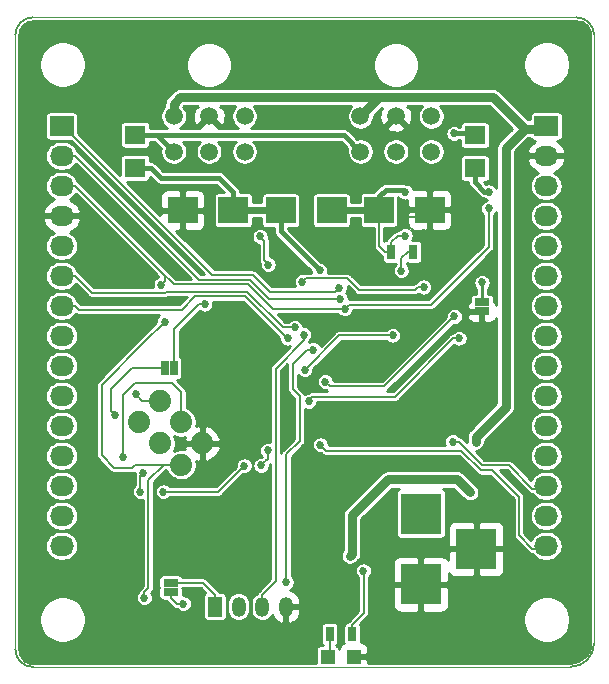
<source format=gbl>
%TF.GenerationSoftware,KiCad,Pcbnew,5.1.5+dfsg1-2build2*%
%TF.CreationDate,2021-01-07T13:42:11+01:00*%
%TF.ProjectId,BasicAtmega328,42617369-6341-4746-9d65-67613332382e,rev?*%
%TF.SameCoordinates,Original*%
%TF.FileFunction,Copper,L2,Bot*%
%TF.FilePolarity,Positive*%
%FSLAX46Y46*%
G04 Gerber Fmt 4.6, Leading zero omitted, Abs format (unit mm)*
G04 Created by KiCad (PCBNEW 5.1.5+dfsg1-2build2) date 2021-01-07 13:42:11*
%MOMM*%
%LPD*%
G04 APERTURE LIST*
%ADD10C,0.127000*%
%ADD11C,0.100000*%
%ADD12R,1.200000X1.700000*%
%ADD13O,1.200000X1.700000*%
%ADD14R,1.200000X1.200000*%
%ADD15R,2.500000X2.300000*%
%ADD16R,1.798320X1.597660*%
%ADD17R,3.500000X3.500000*%
%ADD18R,0.635000X1.270000*%
%ADD19R,1.270000X0.635000*%
%ADD20C,1.879600*%
%ADD21O,2.032000X1.727200*%
%ADD22R,2.032000X1.727200*%
%ADD23C,1.500000*%
%ADD24R,0.700000X1.300000*%
%ADD25C,0.685800*%
%ADD26C,0.152400*%
%ADD27C,0.800000*%
%ADD28C,0.400000*%
%ADD29C,0.600000*%
%ADD30C,0.254000*%
G04 APERTURE END LIST*
D10*
X86000000Y-110006900D02*
G75*
G02X84493100Y-108500000I0J1506900D01*
G01*
X133500000Y-108000000D02*
G75*
G02X131500000Y-110000000I-2000000J0D01*
G01*
X84500000Y-56500000D02*
G75*
G02X86000000Y-55000000I1500000J0D01*
G01*
X132000000Y-55000000D02*
G75*
G02X133500000Y-56500000I0J-1500000D01*
G01*
D11*
X133500000Y-56500000D02*
X133500000Y-108000000D01*
X86000000Y-55000000D02*
X132000000Y-55000000D01*
X84493100Y-108500000D02*
X84500000Y-56500000D01*
X131500000Y-110000000D02*
X86000000Y-110006900D01*
D12*
X101396800Y-104902000D03*
D13*
X103396800Y-104902000D03*
X105396800Y-104902000D03*
X107396800Y-104902000D03*
D14*
X110935885Y-109141202D03*
X113135885Y-109141202D03*
D15*
X115286900Y-71297800D03*
X119586900Y-71297800D03*
X111268400Y-71348600D03*
X106968400Y-71348600D03*
X102962600Y-71335900D03*
X98662600Y-71335900D03*
D16*
X123405900Y-67782440D03*
X123405900Y-64983360D03*
X94653100Y-67744340D03*
X94653100Y-64945260D03*
D17*
X118821200Y-97015300D03*
X118821200Y-103015300D03*
X123521200Y-100015300D03*
D18*
X97129600Y-84683600D03*
X97942400Y-84683600D03*
D19*
X124000000Y-79093600D03*
X124000000Y-79906400D03*
X97637600Y-103682800D03*
X97637600Y-102870000D03*
D20*
X94945200Y-89281000D03*
X96741251Y-87484949D03*
X96741251Y-91077051D03*
X98537302Y-89281000D03*
X98537302Y-92873102D03*
X100333354Y-91077051D03*
D21*
X88417400Y-99758500D03*
X88417400Y-97218500D03*
X88417400Y-94678500D03*
X88417400Y-92138500D03*
X88417400Y-89598500D03*
X88417400Y-87058500D03*
X88417400Y-84518500D03*
X88417400Y-81978500D03*
X88417400Y-79438500D03*
X88417400Y-76898500D03*
X88417400Y-74358500D03*
X88417400Y-71818500D03*
X88417400Y-69278500D03*
X88417400Y-66738500D03*
D22*
X88417400Y-64198500D03*
D23*
X113715800Y-63373000D03*
X113715800Y-66373000D03*
X116715800Y-66373000D03*
X116715800Y-63373000D03*
X119715800Y-66373000D03*
X119715800Y-63373000D03*
X103904300Y-63373000D03*
X103904300Y-66373000D03*
X100904300Y-63373000D03*
X100904300Y-66373000D03*
X97904300Y-66373000D03*
X97904300Y-63373000D03*
D22*
X129438400Y-64198500D03*
D21*
X129438400Y-66738500D03*
X129438400Y-69278500D03*
X129438400Y-71818500D03*
X129438400Y-74358500D03*
X129438400Y-76898500D03*
X129438400Y-79438500D03*
X129438400Y-81978500D03*
X129438400Y-84518500D03*
X129438400Y-87058500D03*
X129438400Y-89598500D03*
X129438400Y-92138500D03*
X129438400Y-94678500D03*
X129438400Y-97218500D03*
X129438400Y-99758500D03*
D24*
X111116186Y-107223502D03*
X113016186Y-107223502D03*
X116309100Y-74866500D03*
X118209100Y-74866500D03*
D25*
X99910900Y-80759300D03*
X106464100Y-83426300D03*
X91630500Y-96329500D03*
X94411800Y-100330000D03*
X91655900Y-92913200D03*
X100901500Y-97650300D03*
X108889800Y-97053400D03*
X114681000Y-93116400D03*
X118579900Y-89001600D03*
X121373900Y-86093300D03*
X123837700Y-86029800D03*
X94653100Y-80568800D03*
X92075000Y-80695800D03*
X92138500Y-77114400D03*
X92049600Y-75196700D03*
X93903800Y-75463400D03*
X94932500Y-77177900D03*
X91567000Y-72948800D03*
X92621100Y-70967600D03*
X96189800Y-69786500D03*
X92049600Y-65074800D03*
X96342200Y-60058300D03*
X95224600Y-62826900D03*
X109245400Y-63017400D03*
X111099600Y-63715900D03*
X107734100Y-66776600D03*
X110236000Y-66649600D03*
X121869200Y-59601100D03*
X111404400Y-59347100D03*
X104787700Y-59512200D03*
X125437900Y-64236600D03*
X125171200Y-95935800D03*
X93548200Y-95262700D03*
X97802700Y-100520500D03*
X110744000Y-84315300D03*
X120015000Y-69202300D03*
X118478300Y-76809600D03*
X114249200Y-80556100D03*
X115849400Y-80276700D03*
X104838500Y-84582000D03*
X107708700Y-87680800D03*
X97193100Y-75514200D03*
X124866400Y-104178100D03*
X127000000Y-102412800D03*
X106248200Y-66370200D03*
X106705400Y-63576200D03*
X95351600Y-57810400D03*
X111899700Y-56984900D03*
X120878600Y-56210200D03*
X104216200Y-56883300D03*
X106451400Y-58331100D03*
X125018800Y-57708800D03*
X125806200Y-60198000D03*
X92443300Y-56616600D03*
X92697300Y-58801000D03*
X85852000Y-67411600D03*
X85699600Y-80073500D03*
X85864700Y-90690700D03*
X85864700Y-98945700D03*
X93395800Y-102450900D03*
X90576400Y-102831900D03*
X115874800Y-106273600D03*
X117322600Y-108292900D03*
X125349000Y-108839000D03*
X120167400Y-108800900D03*
X121894600Y-106273600D03*
X132308600Y-101777800D03*
X132016500Y-78816200D03*
X132143500Y-68440300D03*
X132054600Y-91579700D03*
X119011700Y-86448900D03*
X104559100Y-97955100D03*
X93281500Y-105105200D03*
X92862400Y-107416600D03*
X103365300Y-108165900D03*
X107543600Y-107873800D03*
X106222800Y-108673900D03*
X100304600Y-107873800D03*
X119722900Y-75577700D03*
X117525800Y-71920100D03*
X121920000Y-72402700D03*
X119126000Y-73279000D03*
X116052600Y-73152000D03*
X102146100Y-73609200D03*
X112649000Y-69430900D03*
X130454400Y-61937900D03*
X128257300Y-61671200D03*
X91732100Y-61683900D03*
X123012200Y-95211900D03*
X112826800Y-100584000D03*
X123482100Y-90919300D03*
X113969800Y-101866700D03*
X100529316Y-79298810D03*
X109016800Y-84823300D03*
X98729800Y-104660698D03*
X116446300Y-81915000D03*
X121526300Y-90932000D03*
X124574300Y-69773800D03*
X117500400Y-69799200D03*
X117487700Y-73482200D03*
X117170200Y-76454000D03*
X110261400Y-76428590D03*
X121640600Y-64833500D03*
X94678500Y-86906100D03*
X92925900Y-88696800D03*
X124009096Y-77450896D03*
X110312200Y-91198700D03*
X105854500Y-91655900D03*
X97015300Y-95173800D03*
X95072200Y-95161100D03*
X95326200Y-93586300D03*
X103866690Y-92971945D03*
X105302833Y-92945743D03*
X93611700Y-92265500D03*
X97129600Y-80759300D03*
X96837500Y-77647800D03*
X124574300Y-71183500D03*
X112395067Y-79692648D03*
X95427800Y-104152700D03*
X107543600Y-82156300D03*
X108140500Y-81254600D03*
X105219500Y-73558400D03*
X105905300Y-75933300D03*
X119062500Y-77838300D03*
X108800900Y-77381100D03*
X112003424Y-78838328D03*
X109715300Y-83134200D03*
X107429300Y-102831900D03*
X108915200Y-81876900D03*
X111924808Y-77901810D03*
X121678700Y-80327500D03*
X110731300Y-85852000D03*
X122059700Y-82169000D03*
X109347000Y-87515700D03*
D26*
X119586900Y-69995400D02*
X120065800Y-69516500D01*
X119586900Y-71297800D02*
X119586900Y-69995400D01*
X120065800Y-69253100D02*
X120015000Y-69202300D01*
X120065800Y-69516500D02*
X120065800Y-69253100D01*
X118964600Y-71920100D02*
X119586900Y-71297800D01*
X117525800Y-71920100D02*
X118964600Y-71920100D01*
X118641067Y-73279000D02*
X119126000Y-73279000D01*
X118399767Y-73279000D02*
X118641067Y-73279000D01*
X117525800Y-72405033D02*
X118399767Y-73279000D01*
X117525800Y-71920100D02*
X117525800Y-72405033D01*
D27*
X127622400Y-64427100D02*
X124968100Y-61772800D01*
X129438400Y-64427100D02*
X127622400Y-64427100D01*
X115316000Y-61772800D02*
X113715800Y-63373000D01*
X98443840Y-61772800D02*
X124968000Y-61772800D01*
X97904300Y-62312340D02*
X98443840Y-61772800D01*
X97904300Y-63373000D02*
X97904300Y-62312340D01*
X124968000Y-61772800D02*
X115316000Y-61772800D01*
X124968100Y-61772800D02*
X124968000Y-61772800D01*
X127622400Y-64427100D02*
X126009400Y-66040100D01*
X126009400Y-66040100D02*
X126009400Y-88011000D01*
X123482100Y-90538300D02*
X123482100Y-90919300D01*
X126009400Y-88011000D02*
X123482100Y-90538300D01*
X113004600Y-100406200D02*
X112826800Y-100584000D01*
X113004600Y-97155000D02*
X113004600Y-100406200D01*
X116039900Y-94119700D02*
X113004600Y-97155000D01*
X121920000Y-94119700D02*
X116039900Y-94119700D01*
X123012200Y-95211900D02*
X121920000Y-94119700D01*
D26*
X97942400Y-84683600D02*
X97942400Y-81400793D01*
X97942400Y-81400793D02*
X100044383Y-79298810D01*
X100044383Y-79298810D02*
X100529316Y-79298810D01*
X98729802Y-104660700D02*
X98729800Y-104660698D01*
X98244867Y-104660698D02*
X98729800Y-104660698D01*
X98145598Y-104660698D02*
X98244867Y-104660698D01*
X97637600Y-104152700D02*
X98145598Y-104660698D01*
X97637600Y-103682800D02*
X97637600Y-104152700D01*
X113981386Y-101878286D02*
X113969800Y-101866700D01*
X113981386Y-105455902D02*
X113981386Y-101878286D01*
X113016186Y-106421102D02*
X113981386Y-105455902D01*
X113016186Y-107223502D02*
X113016186Y-106421102D01*
X109016800Y-84823300D02*
X111925100Y-81915000D01*
X111925100Y-81915000D02*
X116446300Y-81915000D01*
X126276100Y-92913200D02*
X128270000Y-94907100D01*
X128270000Y-94907100D02*
X129438400Y-94907100D01*
X122050250Y-90932000D02*
X124031450Y-92913200D01*
X121526300Y-90932000D02*
X122050250Y-90932000D01*
X124031450Y-92913200D02*
X126276100Y-92913200D01*
X111116186Y-108960901D02*
X110935885Y-109141202D01*
X111116186Y-107223502D02*
X111116186Y-108960901D01*
D28*
X123405900Y-68981270D02*
X124185730Y-69761100D01*
X123405900Y-67782440D02*
X123405900Y-68981270D01*
X124561600Y-69761100D02*
X124574300Y-69773800D01*
X124185730Y-69761100D02*
X124561600Y-69761100D01*
X115862100Y-69596000D02*
X115286900Y-70171200D01*
X117297200Y-69596000D02*
X115862100Y-69596000D01*
X115286900Y-70171200D02*
X115286900Y-71297800D01*
X117500400Y-69799200D02*
X117297200Y-69596000D01*
D26*
X114391400Y-72193300D02*
X115286900Y-71297800D01*
D29*
X115236100Y-71348600D02*
X115286900Y-71297800D01*
X111268400Y-71348600D02*
X115236100Y-71348600D01*
D26*
X115286900Y-72600200D02*
X115286900Y-71297800D01*
X115286900Y-74346700D02*
X115286900Y-72600200D01*
X115806700Y-74866500D02*
X115286900Y-74346700D01*
X116309100Y-74866500D02*
X115806700Y-74866500D01*
X116309100Y-74051200D02*
X116309100Y-74866500D01*
X116878100Y-73482200D02*
X116309100Y-74051200D01*
X117487700Y-73482200D02*
X116878100Y-73482200D01*
D28*
X95952260Y-67744340D02*
X96800620Y-68592700D01*
X94653100Y-67744340D02*
X95952260Y-67744340D01*
X102962600Y-69785900D02*
X102962600Y-71335900D01*
X101769400Y-68592700D02*
X102962600Y-69785900D01*
X96800620Y-68592700D02*
X101769400Y-68592700D01*
X106968400Y-73135590D02*
X109918501Y-76085691D01*
X109918501Y-76085691D02*
X110261400Y-76428590D01*
X106968400Y-71348600D02*
X106968400Y-73135590D01*
D26*
X117233700Y-76454000D02*
X117170200Y-76454000D01*
D29*
X106955700Y-71335900D02*
X106968400Y-71348600D01*
X102962600Y-71335900D02*
X106955700Y-71335900D01*
D26*
X117706700Y-74866500D02*
X118209100Y-74866500D01*
X117170200Y-75403000D02*
X117706700Y-74866500D01*
X117170200Y-76454000D02*
X117170200Y-75403000D01*
D28*
X123256040Y-64833500D02*
X123405900Y-64983360D01*
X121640600Y-64833500D02*
X123256040Y-64833500D01*
X96476560Y-64945260D02*
X97904300Y-66373000D01*
X94653100Y-64945260D02*
X96476560Y-64945260D01*
X112288060Y-64945260D02*
X96476560Y-64945260D01*
X113715800Y-66373000D02*
X112288060Y-64945260D01*
D26*
X95257349Y-87484949D02*
X94678500Y-86906100D01*
X96741251Y-87484949D02*
X95257349Y-87484949D01*
X92583001Y-88353901D02*
X92583001Y-86448899D01*
X92925900Y-88696800D02*
X92583001Y-88353901D01*
X94348300Y-84683600D02*
X97129600Y-84683600D01*
X92583001Y-86448899D02*
X94348300Y-84683600D01*
D30*
X124009096Y-79084504D02*
X124000000Y-79093600D01*
X124009096Y-77450896D02*
X124009096Y-79084504D01*
D26*
X101396800Y-103899600D02*
X101396800Y-104902000D01*
X100367200Y-102870000D02*
X101396800Y-103899600D01*
X97637600Y-102870000D02*
X100367200Y-102870000D01*
X95072200Y-95161100D02*
X95072200Y-93827600D01*
X95313500Y-93586300D02*
X95326200Y-93586300D01*
X95072200Y-93827600D02*
X95313500Y-93586300D01*
X97015300Y-95173800D02*
X101664835Y-95173800D01*
X101664835Y-95173800D02*
X103523791Y-93314844D01*
X103523791Y-93314844D02*
X103866690Y-92971945D01*
X123888500Y-93345000D02*
X122224800Y-91681300D01*
X127139700Y-95592900D02*
X124891800Y-93345000D01*
X127139700Y-98856800D02*
X127139700Y-95592900D01*
X129438400Y-99987100D02*
X128270000Y-99987100D01*
X124891800Y-93345000D02*
X123888500Y-93345000D01*
X110794800Y-91681300D02*
X110312200Y-91198700D01*
X128270000Y-99987100D02*
X127139700Y-98856800D01*
X122224800Y-91681300D02*
X110794800Y-91681300D01*
X105854500Y-91655900D02*
X105854500Y-92394076D01*
X105854500Y-92394076D02*
X105645732Y-92602844D01*
X105645732Y-92602844D02*
X105302833Y-92945743D01*
X98537302Y-87951923D02*
X98537302Y-89281000D01*
X98537302Y-86739002D02*
X98537302Y-87951923D01*
X97751900Y-85953600D02*
X98537302Y-86739002D01*
X93611700Y-92265500D02*
X93611700Y-87002108D01*
X94660208Y-85953600D02*
X97751900Y-85953600D01*
X93611700Y-87002108D02*
X94660208Y-85953600D01*
X88417400Y-69278500D02*
X89585800Y-69278500D01*
X97180399Y-77304901D02*
X97180399Y-76873099D01*
X96837500Y-77647800D02*
X97180399Y-77304901D01*
X97180399Y-76873099D02*
X96774000Y-76466700D01*
X89585800Y-69278500D02*
X96774000Y-76466700D01*
X95389700Y-82499200D02*
X97129600Y-80759300D01*
X91795600Y-86093300D02*
X95389700Y-82499200D01*
X91795600Y-92075000D02*
X91795600Y-86093300D01*
X92875100Y-93154500D02*
X91795600Y-92075000D01*
X94373700Y-93154500D02*
X92875100Y-93154500D01*
X94655098Y-92873102D02*
X94373700Y-93154500D01*
X98537302Y-92873102D02*
X94655098Y-92873102D01*
X112737966Y-79349749D02*
X112395067Y-79692648D01*
X124574300Y-71183500D02*
X124574300Y-74434700D01*
X106276999Y-79692648D02*
X111910134Y-79692648D01*
X96774000Y-76466700D02*
X97929678Y-77622378D01*
X111910134Y-79692648D02*
X112395067Y-79692648D01*
X97929678Y-77622378D02*
X104206729Y-77622378D01*
X124574300Y-74434700D02*
X119659251Y-79349749D01*
X119659251Y-79349749D02*
X112737966Y-79349749D01*
X104206729Y-77622378D02*
X106276999Y-79692648D01*
X95427800Y-103667767D02*
X95427800Y-104152700D01*
X95757999Y-103337568D02*
X95427800Y-103667767D01*
X95757999Y-94183201D02*
X95757999Y-103337568D01*
X97068098Y-92873102D02*
X95757999Y-94183201D01*
X98537302Y-92873102D02*
X97068098Y-92873102D01*
X92205241Y-79756009D02*
X92217950Y-79743300D01*
X89903309Y-79756009D02*
X92205241Y-79756009D01*
X89585800Y-79438500D02*
X89903309Y-79756009D01*
X88417400Y-79438500D02*
X89585800Y-79438500D01*
X92205241Y-79756009D02*
X98577391Y-79756009D01*
X98577391Y-79756009D02*
X99707700Y-78625700D01*
X99707700Y-78625700D02*
X103974900Y-78625700D01*
X107505500Y-82156300D02*
X107543600Y-82156300D01*
X103974900Y-78625700D02*
X107505500Y-82156300D01*
X88417400Y-76898500D02*
X89585800Y-76898500D01*
X89585800Y-76898500D02*
X91008201Y-78320901D01*
X91008201Y-78320901D02*
X97160589Y-78320901D01*
X97160589Y-78320901D02*
X97262201Y-78219289D01*
X97262201Y-78219289D02*
X104143240Y-78219289D01*
X104143240Y-78219289D02*
X107178551Y-81254600D01*
X107178551Y-81254600D02*
X107655567Y-81254600D01*
X107655567Y-81254600D02*
X108140500Y-81254600D01*
X105562399Y-73901299D02*
X105562399Y-75590399D01*
X105219500Y-73558400D02*
X105562399Y-73901299D01*
X105562399Y-75590399D02*
X105905300Y-75933300D01*
X118577567Y-77838300D02*
X118336267Y-78079600D01*
X119062500Y-77838300D02*
X118577567Y-77838300D01*
X118336267Y-78079600D02*
X113576100Y-78079600D01*
X113576100Y-78079600D02*
X112598200Y-77101700D01*
X112598200Y-77101700D02*
X109080300Y-77101700D01*
X109080300Y-77101700D02*
X108800900Y-77381100D01*
X89585800Y-66738500D02*
X100063267Y-77215967D01*
X88417400Y-66738500D02*
X89585800Y-66738500D01*
X111518491Y-78838328D02*
X112003424Y-78838328D01*
X105997430Y-78838328D02*
X111518491Y-78838328D01*
X104375069Y-77215967D02*
X105997430Y-78838328D01*
X100063267Y-77215967D02*
X104375069Y-77215967D01*
X107442000Y-102819200D02*
X107429300Y-102831900D01*
X107442000Y-91998800D02*
X107442000Y-102819200D01*
X108572300Y-90868500D02*
X107442000Y-91998800D01*
X107988100Y-86512400D02*
X108572300Y-87096600D01*
X108572300Y-87096600D02*
X108572300Y-90868500D01*
X107988100Y-84340700D02*
X107988100Y-86512400D01*
X109194600Y-83134200D02*
X107988100Y-84340700D01*
X109715300Y-83134200D02*
X109194600Y-83134200D01*
X111581909Y-78244709D02*
X111924808Y-77901810D01*
X106070409Y-78244709D02*
X111581909Y-78244709D01*
X104635256Y-76809556D02*
X106070409Y-78244709D01*
X101180856Y-76809556D02*
X104635256Y-76809556D01*
X88569800Y-64198500D02*
X101180856Y-76809556D01*
X88417400Y-64198500D02*
X88569800Y-64198500D01*
X105396800Y-104902000D02*
X105396800Y-103899600D01*
X105396800Y-103899600D02*
X106539800Y-102756600D01*
X106539800Y-102756600D02*
X106539800Y-84737233D01*
X106539800Y-84737233D02*
X108915200Y-82361833D01*
X108915200Y-82361833D02*
X108915200Y-81876900D01*
X121678700Y-80327500D02*
X115747800Y-86258400D01*
X115747800Y-86258400D02*
X111125000Y-86258400D01*
X110731300Y-85864700D02*
X110731300Y-85852000D01*
X111125000Y-86258400D02*
X110731300Y-85864700D01*
X121574767Y-82169000D02*
X116621767Y-87122000D01*
X122059700Y-82169000D02*
X121574767Y-82169000D01*
X116621767Y-87122000D02*
X109575600Y-87122000D01*
X109347000Y-87350600D02*
X109347000Y-87515700D01*
X109575600Y-87122000D02*
X109347000Y-87350600D01*
D30*
G36*
X131961777Y-55340763D02*
G01*
X131966539Y-55341264D01*
X132224427Y-55366549D01*
X132440309Y-55431728D01*
X132639421Y-55537598D01*
X132814171Y-55680121D01*
X132957917Y-55853880D01*
X133065172Y-56052243D01*
X133131855Y-56267661D01*
X133158941Y-56525370D01*
X133160160Y-56531310D01*
X133163867Y-56567791D01*
X133170600Y-56589809D01*
X133170601Y-107908314D01*
X133159237Y-107961777D01*
X133158737Y-107966539D01*
X133123928Y-108321545D01*
X133030545Y-108630844D01*
X132878864Y-108916114D01*
X132674661Y-109166492D01*
X132425719Y-109372435D01*
X132141514Y-109526104D01*
X131832878Y-109621642D01*
X131478120Y-109658929D01*
X131475481Y-109659471D01*
X131432217Y-109663866D01*
X131410147Y-109670614D01*
X114373292Y-109673198D01*
X114370885Y-109426952D01*
X114212135Y-109268202D01*
X113262885Y-109268202D01*
X113262885Y-109288202D01*
X113008885Y-109288202D01*
X113008885Y-109268202D01*
X112988885Y-109268202D01*
X112988885Y-109014202D01*
X113008885Y-109014202D01*
X113008885Y-108994202D01*
X113262885Y-108994202D01*
X113262885Y-109014202D01*
X114212135Y-109014202D01*
X114370885Y-108855452D01*
X114373957Y-108541202D01*
X114361697Y-108416720D01*
X114325387Y-108297022D01*
X114266422Y-108186708D01*
X114187070Y-108090017D01*
X114090379Y-108010665D01*
X113980065Y-107951700D01*
X113860367Y-107915390D01*
X113746013Y-107904127D01*
X113749029Y-107873502D01*
X113749029Y-106573502D01*
X113741673Y-106498813D01*
X113719887Y-106426994D01*
X113697937Y-106385929D01*
X114278977Y-105804889D01*
X127519000Y-105804889D01*
X127519000Y-106195111D01*
X127595129Y-106577836D01*
X127744461Y-106938355D01*
X127961257Y-107262814D01*
X128237186Y-107538743D01*
X128561645Y-107755539D01*
X128922164Y-107904871D01*
X129304889Y-107981000D01*
X129695111Y-107981000D01*
X130077836Y-107904871D01*
X130438355Y-107755539D01*
X130762814Y-107538743D01*
X131038743Y-107262814D01*
X131255539Y-106938355D01*
X131404871Y-106577836D01*
X131481000Y-106195111D01*
X131481000Y-105804889D01*
X131404871Y-105422164D01*
X131255539Y-105061645D01*
X131038743Y-104737186D01*
X130762814Y-104461257D01*
X130438355Y-104244461D01*
X130077836Y-104095129D01*
X129695111Y-104019000D01*
X129304889Y-104019000D01*
X128922164Y-104095129D01*
X128561645Y-104244461D01*
X128237186Y-104461257D01*
X127961257Y-104737186D01*
X127744461Y-105061645D01*
X127595129Y-105422164D01*
X127519000Y-105804889D01*
X114278977Y-105804889D01*
X114288795Y-105795071D01*
X114306239Y-105780755D01*
X114363373Y-105711138D01*
X114405827Y-105631711D01*
X114431971Y-105545529D01*
X114438586Y-105478362D01*
X114438586Y-105478352D01*
X114440797Y-105455902D01*
X114438586Y-105433452D01*
X114438586Y-104765300D01*
X116433128Y-104765300D01*
X116445388Y-104889782D01*
X116481698Y-105009480D01*
X116540663Y-105119794D01*
X116620015Y-105216485D01*
X116716706Y-105295837D01*
X116827020Y-105354802D01*
X116946718Y-105391112D01*
X117071200Y-105403372D01*
X118535450Y-105400300D01*
X118694200Y-105241550D01*
X118694200Y-103142300D01*
X118948200Y-103142300D01*
X118948200Y-105241550D01*
X119106950Y-105400300D01*
X120571200Y-105403372D01*
X120695682Y-105391112D01*
X120815380Y-105354802D01*
X120925694Y-105295837D01*
X121022385Y-105216485D01*
X121101737Y-105119794D01*
X121160702Y-105009480D01*
X121197012Y-104889782D01*
X121209272Y-104765300D01*
X121206200Y-103301050D01*
X121047450Y-103142300D01*
X118948200Y-103142300D01*
X118694200Y-103142300D01*
X116594950Y-103142300D01*
X116436200Y-103301050D01*
X116433128Y-104765300D01*
X114438586Y-104765300D01*
X114438586Y-102421664D01*
X114532090Y-102328160D01*
X114611312Y-102209595D01*
X114665881Y-102077854D01*
X114693700Y-101937998D01*
X114693700Y-101795402D01*
X114665881Y-101655546D01*
X114611312Y-101523805D01*
X114532090Y-101405240D01*
X114431260Y-101304410D01*
X114372728Y-101265300D01*
X116433128Y-101265300D01*
X116436200Y-102729550D01*
X116594950Y-102888300D01*
X118694200Y-102888300D01*
X118694200Y-100789050D01*
X118948200Y-100789050D01*
X118948200Y-102888300D01*
X121047450Y-102888300D01*
X121206200Y-102729550D01*
X121207609Y-102057955D01*
X121240663Y-102119794D01*
X121320015Y-102216485D01*
X121416706Y-102295837D01*
X121527020Y-102354802D01*
X121646718Y-102391112D01*
X121771200Y-102403372D01*
X123235450Y-102400300D01*
X123394200Y-102241550D01*
X123394200Y-100142300D01*
X123648200Y-100142300D01*
X123648200Y-102241550D01*
X123806950Y-102400300D01*
X125271200Y-102403372D01*
X125395682Y-102391112D01*
X125515380Y-102354802D01*
X125625694Y-102295837D01*
X125722385Y-102216485D01*
X125801737Y-102119794D01*
X125860702Y-102009480D01*
X125897012Y-101889782D01*
X125909272Y-101765300D01*
X125906200Y-100301050D01*
X125747450Y-100142300D01*
X123648200Y-100142300D01*
X123394200Y-100142300D01*
X121294950Y-100142300D01*
X121136200Y-100301050D01*
X121134791Y-100972645D01*
X121101737Y-100910806D01*
X121022385Y-100814115D01*
X120925694Y-100734763D01*
X120815380Y-100675798D01*
X120695682Y-100639488D01*
X120571200Y-100627228D01*
X119106950Y-100630300D01*
X118948200Y-100789050D01*
X118694200Y-100789050D01*
X118535450Y-100630300D01*
X117071200Y-100627228D01*
X116946718Y-100639488D01*
X116827020Y-100675798D01*
X116716706Y-100734763D01*
X116620015Y-100814115D01*
X116540663Y-100910806D01*
X116481698Y-101021120D01*
X116445388Y-101140818D01*
X116433128Y-101265300D01*
X114372728Y-101265300D01*
X114312695Y-101225188D01*
X114180954Y-101170619D01*
X114041098Y-101142800D01*
X113898502Y-101142800D01*
X113758646Y-101170619D01*
X113626905Y-101225188D01*
X113508340Y-101304410D01*
X113407510Y-101405240D01*
X113328288Y-101523805D01*
X113273719Y-101655546D01*
X113245900Y-101795402D01*
X113245900Y-101937998D01*
X113273719Y-102077854D01*
X113328288Y-102209595D01*
X113407510Y-102328160D01*
X113508340Y-102428990D01*
X113524187Y-102439578D01*
X113524186Y-105266524D01*
X112708779Y-106081932D01*
X112691334Y-106096249D01*
X112677017Y-106113694D01*
X112677016Y-106113695D01*
X112634199Y-106165867D01*
X112618434Y-106195362D01*
X112591497Y-106198015D01*
X112519678Y-106219801D01*
X112453490Y-106255180D01*
X112395475Y-106302791D01*
X112347864Y-106360806D01*
X112312485Y-106426994D01*
X112290699Y-106498813D01*
X112283343Y-106573502D01*
X112283343Y-107873502D01*
X112290699Y-107948191D01*
X112291759Y-107951684D01*
X112291705Y-107951700D01*
X112181391Y-108010665D01*
X112084700Y-108090017D01*
X112005348Y-108186708D01*
X111946383Y-108297022D01*
X111910073Y-108416720D01*
X111906689Y-108451076D01*
X111889586Y-108394694D01*
X111854207Y-108328506D01*
X111806596Y-108270491D01*
X111748581Y-108222880D01*
X111683457Y-108188070D01*
X111736897Y-108144213D01*
X111784508Y-108086198D01*
X111819887Y-108020010D01*
X111841673Y-107948191D01*
X111849029Y-107873502D01*
X111849029Y-106573502D01*
X111841673Y-106498813D01*
X111819887Y-106426994D01*
X111784508Y-106360806D01*
X111736897Y-106302791D01*
X111678882Y-106255180D01*
X111612694Y-106219801D01*
X111540875Y-106198015D01*
X111466186Y-106190659D01*
X110766186Y-106190659D01*
X110691497Y-106198015D01*
X110619678Y-106219801D01*
X110553490Y-106255180D01*
X110495475Y-106302791D01*
X110447864Y-106360806D01*
X110412485Y-106426994D01*
X110390699Y-106498813D01*
X110383343Y-106573502D01*
X110383343Y-107873502D01*
X110390699Y-107948191D01*
X110412485Y-108020010D01*
X110447864Y-108086198D01*
X110495475Y-108144213D01*
X110512712Y-108158359D01*
X110335885Y-108158359D01*
X110261196Y-108165715D01*
X110189377Y-108187501D01*
X110123189Y-108222880D01*
X110065174Y-108270491D01*
X110017563Y-108328506D01*
X109982184Y-108394694D01*
X109960398Y-108466513D01*
X109953042Y-108541202D01*
X109953042Y-109673868D01*
X86091619Y-109677487D01*
X86038224Y-109666137D01*
X86033462Y-109665637D01*
X85774233Y-109640219D01*
X85557059Y-109574650D01*
X85356761Y-109468150D01*
X85180965Y-109324774D01*
X85036365Y-109149984D01*
X84928467Y-108950430D01*
X84861386Y-108733727D01*
X84834159Y-108474678D01*
X84832949Y-108468784D01*
X84829234Y-108432214D01*
X84822511Y-108410228D01*
X84822856Y-105804889D01*
X86519000Y-105804889D01*
X86519000Y-106195111D01*
X86595129Y-106577836D01*
X86744461Y-106938355D01*
X86961257Y-107262814D01*
X87237186Y-107538743D01*
X87561645Y-107755539D01*
X87922164Y-107904871D01*
X88304889Y-107981000D01*
X88695111Y-107981000D01*
X89077836Y-107904871D01*
X89438355Y-107755539D01*
X89762814Y-107538743D01*
X90038743Y-107262814D01*
X90255539Y-106938355D01*
X90404871Y-106577836D01*
X90481000Y-106195111D01*
X90481000Y-105804889D01*
X90404871Y-105422164D01*
X90255539Y-105061645D01*
X90038743Y-104737186D01*
X89762814Y-104461257D01*
X89438355Y-104244461D01*
X89077836Y-104095129D01*
X88695111Y-104019000D01*
X88304889Y-104019000D01*
X87922164Y-104095129D01*
X87561645Y-104244461D01*
X87237186Y-104461257D01*
X86961257Y-104737186D01*
X86744461Y-105061645D01*
X86595129Y-105422164D01*
X86519000Y-105804889D01*
X84822856Y-105804889D01*
X84823658Y-99758500D01*
X87014378Y-99758500D01*
X87038408Y-100002484D01*
X87109576Y-100237092D01*
X87225146Y-100453308D01*
X87380677Y-100642823D01*
X87570192Y-100798354D01*
X87786408Y-100913924D01*
X88021016Y-100985092D01*
X88203857Y-101003100D01*
X88630943Y-101003100D01*
X88813784Y-100985092D01*
X89048392Y-100913924D01*
X89264608Y-100798354D01*
X89454123Y-100642823D01*
X89609654Y-100453308D01*
X89725224Y-100237092D01*
X89796392Y-100002484D01*
X89820422Y-99758500D01*
X89796392Y-99514516D01*
X89725224Y-99279908D01*
X89609654Y-99063692D01*
X89454123Y-98874177D01*
X89264608Y-98718646D01*
X89048392Y-98603076D01*
X88813784Y-98531908D01*
X88630943Y-98513900D01*
X88203857Y-98513900D01*
X88021016Y-98531908D01*
X87786408Y-98603076D01*
X87570192Y-98718646D01*
X87380677Y-98874177D01*
X87225146Y-99063692D01*
X87109576Y-99279908D01*
X87038408Y-99514516D01*
X87014378Y-99758500D01*
X84823658Y-99758500D01*
X84823995Y-97218500D01*
X87014378Y-97218500D01*
X87038408Y-97462484D01*
X87109576Y-97697092D01*
X87225146Y-97913308D01*
X87380677Y-98102823D01*
X87570192Y-98258354D01*
X87786408Y-98373924D01*
X88021016Y-98445092D01*
X88203857Y-98463100D01*
X88630943Y-98463100D01*
X88813784Y-98445092D01*
X89048392Y-98373924D01*
X89264608Y-98258354D01*
X89454123Y-98102823D01*
X89609654Y-97913308D01*
X89725224Y-97697092D01*
X89796392Y-97462484D01*
X89820422Y-97218500D01*
X89796392Y-96974516D01*
X89725224Y-96739908D01*
X89609654Y-96523692D01*
X89454123Y-96334177D01*
X89264608Y-96178646D01*
X89048392Y-96063076D01*
X88813784Y-95991908D01*
X88630943Y-95973900D01*
X88203857Y-95973900D01*
X88021016Y-95991908D01*
X87786408Y-96063076D01*
X87570192Y-96178646D01*
X87380677Y-96334177D01*
X87225146Y-96523692D01*
X87109576Y-96739908D01*
X87038408Y-96974516D01*
X87014378Y-97218500D01*
X84823995Y-97218500D01*
X84824332Y-94678500D01*
X87014378Y-94678500D01*
X87038408Y-94922484D01*
X87109576Y-95157092D01*
X87225146Y-95373308D01*
X87380677Y-95562823D01*
X87570192Y-95718354D01*
X87786408Y-95833924D01*
X88021016Y-95905092D01*
X88203857Y-95923100D01*
X88630943Y-95923100D01*
X88813784Y-95905092D01*
X89048392Y-95833924D01*
X89264608Y-95718354D01*
X89454123Y-95562823D01*
X89609654Y-95373308D01*
X89725224Y-95157092D01*
X89796392Y-94922484D01*
X89820422Y-94678500D01*
X89796392Y-94434516D01*
X89725224Y-94199908D01*
X89609654Y-93983692D01*
X89454123Y-93794177D01*
X89264608Y-93638646D01*
X89048392Y-93523076D01*
X88813784Y-93451908D01*
X88630943Y-93433900D01*
X88203857Y-93433900D01*
X88021016Y-93451908D01*
X87786408Y-93523076D01*
X87570192Y-93638646D01*
X87380677Y-93794177D01*
X87225146Y-93983692D01*
X87109576Y-94199908D01*
X87038408Y-94434516D01*
X87014378Y-94678500D01*
X84824332Y-94678500D01*
X84824669Y-92138500D01*
X87014378Y-92138500D01*
X87038408Y-92382484D01*
X87109576Y-92617092D01*
X87225146Y-92833308D01*
X87380677Y-93022823D01*
X87570192Y-93178354D01*
X87786408Y-93293924D01*
X88021016Y-93365092D01*
X88203857Y-93383100D01*
X88630943Y-93383100D01*
X88813784Y-93365092D01*
X89048392Y-93293924D01*
X89264608Y-93178354D01*
X89454123Y-93022823D01*
X89609654Y-92833308D01*
X89725224Y-92617092D01*
X89796392Y-92382484D01*
X89820422Y-92138500D01*
X89796392Y-91894516D01*
X89725224Y-91659908D01*
X89609654Y-91443692D01*
X89454123Y-91254177D01*
X89264608Y-91098646D01*
X89048392Y-90983076D01*
X88813784Y-90911908D01*
X88630943Y-90893900D01*
X88203857Y-90893900D01*
X88021016Y-90911908D01*
X87786408Y-90983076D01*
X87570192Y-91098646D01*
X87380677Y-91254177D01*
X87225146Y-91443692D01*
X87109576Y-91659908D01*
X87038408Y-91894516D01*
X87014378Y-92138500D01*
X84824669Y-92138500D01*
X84825006Y-89598500D01*
X87014378Y-89598500D01*
X87038408Y-89842484D01*
X87109576Y-90077092D01*
X87225146Y-90293308D01*
X87380677Y-90482823D01*
X87570192Y-90638354D01*
X87786408Y-90753924D01*
X88021016Y-90825092D01*
X88203857Y-90843100D01*
X88630943Y-90843100D01*
X88813784Y-90825092D01*
X89048392Y-90753924D01*
X89264608Y-90638354D01*
X89454123Y-90482823D01*
X89609654Y-90293308D01*
X89725224Y-90077092D01*
X89796392Y-89842484D01*
X89820422Y-89598500D01*
X89796392Y-89354516D01*
X89725224Y-89119908D01*
X89609654Y-88903692D01*
X89454123Y-88714177D01*
X89264608Y-88558646D01*
X89048392Y-88443076D01*
X88813784Y-88371908D01*
X88630943Y-88353900D01*
X88203857Y-88353900D01*
X88021016Y-88371908D01*
X87786408Y-88443076D01*
X87570192Y-88558646D01*
X87380677Y-88714177D01*
X87225146Y-88903692D01*
X87109576Y-89119908D01*
X87038408Y-89354516D01*
X87014378Y-89598500D01*
X84825006Y-89598500D01*
X84825343Y-87058500D01*
X87014378Y-87058500D01*
X87038408Y-87302484D01*
X87109576Y-87537092D01*
X87225146Y-87753308D01*
X87380677Y-87942823D01*
X87570192Y-88098354D01*
X87786408Y-88213924D01*
X88021016Y-88285092D01*
X88203857Y-88303100D01*
X88630943Y-88303100D01*
X88813784Y-88285092D01*
X89048392Y-88213924D01*
X89264608Y-88098354D01*
X89454123Y-87942823D01*
X89609654Y-87753308D01*
X89725224Y-87537092D01*
X89796392Y-87302484D01*
X89820422Y-87058500D01*
X89796392Y-86814516D01*
X89725224Y-86579908D01*
X89609654Y-86363692D01*
X89454123Y-86174177D01*
X89264608Y-86018646D01*
X89048392Y-85903076D01*
X88813784Y-85831908D01*
X88630943Y-85813900D01*
X88203857Y-85813900D01*
X88021016Y-85831908D01*
X87786408Y-85903076D01*
X87570192Y-86018646D01*
X87380677Y-86174177D01*
X87225146Y-86363692D01*
X87109576Y-86579908D01*
X87038408Y-86814516D01*
X87014378Y-87058500D01*
X84825343Y-87058500D01*
X84825680Y-84518500D01*
X87014378Y-84518500D01*
X87038408Y-84762484D01*
X87109576Y-84997092D01*
X87225146Y-85213308D01*
X87380677Y-85402823D01*
X87570192Y-85558354D01*
X87786408Y-85673924D01*
X88021016Y-85745092D01*
X88203857Y-85763100D01*
X88630943Y-85763100D01*
X88813784Y-85745092D01*
X89048392Y-85673924D01*
X89264608Y-85558354D01*
X89454123Y-85402823D01*
X89609654Y-85213308D01*
X89725224Y-84997092D01*
X89796392Y-84762484D01*
X89820422Y-84518500D01*
X89796392Y-84274516D01*
X89725224Y-84039908D01*
X89609654Y-83823692D01*
X89454123Y-83634177D01*
X89264608Y-83478646D01*
X89048392Y-83363076D01*
X88813784Y-83291908D01*
X88630943Y-83273900D01*
X88203857Y-83273900D01*
X88021016Y-83291908D01*
X87786408Y-83363076D01*
X87570192Y-83478646D01*
X87380677Y-83634177D01*
X87225146Y-83823692D01*
X87109576Y-84039908D01*
X87038408Y-84274516D01*
X87014378Y-84518500D01*
X84825680Y-84518500D01*
X84826017Y-81978500D01*
X87014378Y-81978500D01*
X87038408Y-82222484D01*
X87109576Y-82457092D01*
X87225146Y-82673308D01*
X87380677Y-82862823D01*
X87570192Y-83018354D01*
X87786408Y-83133924D01*
X88021016Y-83205092D01*
X88203857Y-83223100D01*
X88630943Y-83223100D01*
X88813784Y-83205092D01*
X89048392Y-83133924D01*
X89264608Y-83018354D01*
X89454123Y-82862823D01*
X89609654Y-82673308D01*
X89725224Y-82457092D01*
X89796392Y-82222484D01*
X89820422Y-81978500D01*
X89796392Y-81734516D01*
X89725224Y-81499908D01*
X89609654Y-81283692D01*
X89454123Y-81094177D01*
X89264608Y-80938646D01*
X89048392Y-80823076D01*
X88813784Y-80751908D01*
X88630943Y-80733900D01*
X88203857Y-80733900D01*
X88021016Y-80751908D01*
X87786408Y-80823076D01*
X87570192Y-80938646D01*
X87380677Y-81094177D01*
X87225146Y-81283692D01*
X87109576Y-81499908D01*
X87038408Y-81734516D01*
X87014378Y-81978500D01*
X84826017Y-81978500D01*
X84827318Y-72177526D01*
X86810042Y-72177526D01*
X86812691Y-72193289D01*
X86913714Y-72469419D01*
X87066667Y-72720535D01*
X87265671Y-72936986D01*
X87503079Y-73110454D01*
X87747438Y-73223906D01*
X87570192Y-73318646D01*
X87380677Y-73474177D01*
X87225146Y-73663692D01*
X87109576Y-73879908D01*
X87038408Y-74114516D01*
X87014378Y-74358500D01*
X87038408Y-74602484D01*
X87109576Y-74837092D01*
X87225146Y-75053308D01*
X87380677Y-75242823D01*
X87570192Y-75398354D01*
X87786408Y-75513924D01*
X88021016Y-75585092D01*
X88203857Y-75603100D01*
X88630943Y-75603100D01*
X88813784Y-75585092D01*
X89048392Y-75513924D01*
X89264608Y-75398354D01*
X89454123Y-75242823D01*
X89609654Y-75053308D01*
X89725224Y-74837092D01*
X89796392Y-74602484D01*
X89820422Y-74358500D01*
X89796392Y-74114516D01*
X89725224Y-73879908D01*
X89609654Y-73663692D01*
X89454123Y-73474177D01*
X89264608Y-73318646D01*
X89087362Y-73223906D01*
X89331721Y-73110454D01*
X89569129Y-72936986D01*
X89768133Y-72720535D01*
X89921086Y-72469419D01*
X90022109Y-72193289D01*
X90024758Y-72177526D01*
X89903617Y-71945500D01*
X88544400Y-71945500D01*
X88544400Y-71965500D01*
X88290400Y-71965500D01*
X88290400Y-71945500D01*
X86931183Y-71945500D01*
X86810042Y-72177526D01*
X84827318Y-72177526D01*
X84827414Y-71459474D01*
X86810042Y-71459474D01*
X86931183Y-71691500D01*
X88290400Y-71691500D01*
X88290400Y-71671500D01*
X88544400Y-71671500D01*
X88544400Y-71691500D01*
X89903617Y-71691500D01*
X90024758Y-71459474D01*
X90022109Y-71443711D01*
X89921086Y-71167581D01*
X89768133Y-70916465D01*
X89569129Y-70700014D01*
X89331721Y-70526546D01*
X89087362Y-70413094D01*
X89264608Y-70318354D01*
X89454123Y-70162823D01*
X89609654Y-69973308D01*
X89618145Y-69957422D01*
X96466592Y-76805870D01*
X96466597Y-76805874D01*
X96616514Y-76955792D01*
X96494605Y-77006288D01*
X96376040Y-77085510D01*
X96275210Y-77186340D01*
X96195988Y-77304905D01*
X96141419Y-77436646D01*
X96113600Y-77576502D01*
X96113600Y-77719098D01*
X96141419Y-77858954D01*
X96143385Y-77863701D01*
X91197579Y-77863701D01*
X89924974Y-76591097D01*
X89910653Y-76573647D01*
X89841036Y-76516513D01*
X89761609Y-76474059D01*
X89739628Y-76467391D01*
X89725224Y-76419908D01*
X89609654Y-76203692D01*
X89454123Y-76014177D01*
X89264608Y-75858646D01*
X89048392Y-75743076D01*
X88813784Y-75671908D01*
X88630943Y-75653900D01*
X88203857Y-75653900D01*
X88021016Y-75671908D01*
X87786408Y-75743076D01*
X87570192Y-75858646D01*
X87380677Y-76014177D01*
X87225146Y-76203692D01*
X87109576Y-76419908D01*
X87038408Y-76654516D01*
X87014378Y-76898500D01*
X87038408Y-77142484D01*
X87109576Y-77377092D01*
X87225146Y-77593308D01*
X87380677Y-77782823D01*
X87570192Y-77938354D01*
X87786408Y-78053924D01*
X88021016Y-78125092D01*
X88203857Y-78143100D01*
X88630943Y-78143100D01*
X88813784Y-78125092D01*
X89048392Y-78053924D01*
X89264608Y-77938354D01*
X89454123Y-77782823D01*
X89609654Y-77593308D01*
X89618145Y-77577422D01*
X90669031Y-78628309D01*
X90683348Y-78645754D01*
X90752965Y-78702888D01*
X90832392Y-78745342D01*
X90918574Y-78771486D01*
X90985741Y-78778101D01*
X90985751Y-78778101D01*
X91008201Y-78780312D01*
X91030651Y-78778101D01*
X97138139Y-78778101D01*
X97160589Y-78780312D01*
X97183039Y-78778101D01*
X97183049Y-78778101D01*
X97250216Y-78771486D01*
X97336398Y-78745342D01*
X97415825Y-78702888D01*
X97447992Y-78676489D01*
X99010333Y-78676489D01*
X98388014Y-79298809D01*
X92327661Y-79298809D01*
X92307576Y-79292716D01*
X92217949Y-79283889D01*
X92128324Y-79292716D01*
X92108239Y-79298809D01*
X90092687Y-79298809D01*
X89924973Y-79131096D01*
X89910653Y-79113647D01*
X89841036Y-79056513D01*
X89761609Y-79014059D01*
X89739628Y-79007391D01*
X89725224Y-78959908D01*
X89609654Y-78743692D01*
X89454123Y-78554177D01*
X89264608Y-78398646D01*
X89048392Y-78283076D01*
X88813784Y-78211908D01*
X88630943Y-78193900D01*
X88203857Y-78193900D01*
X88021016Y-78211908D01*
X87786408Y-78283076D01*
X87570192Y-78398646D01*
X87380677Y-78554177D01*
X87225146Y-78743692D01*
X87109576Y-78959908D01*
X87038408Y-79194516D01*
X87014378Y-79438500D01*
X87038408Y-79682484D01*
X87109576Y-79917092D01*
X87225146Y-80133308D01*
X87380677Y-80322823D01*
X87570192Y-80478354D01*
X87786408Y-80593924D01*
X88021016Y-80665092D01*
X88203857Y-80683100D01*
X88630943Y-80683100D01*
X88813784Y-80665092D01*
X89048392Y-80593924D01*
X89264608Y-80478354D01*
X89454123Y-80322823D01*
X89609654Y-80133308D01*
X89619626Y-80114651D01*
X89648073Y-80137996D01*
X89727499Y-80180450D01*
X89766068Y-80192150D01*
X89813682Y-80206594D01*
X89880849Y-80213209D01*
X89880857Y-80213209D01*
X89903309Y-80215420D01*
X89925761Y-80213209D01*
X92182791Y-80213209D01*
X92205241Y-80215420D01*
X92227691Y-80213209D01*
X96651941Y-80213209D01*
X96567310Y-80297840D01*
X96488088Y-80416405D01*
X96433519Y-80548146D01*
X96405700Y-80688002D01*
X96405700Y-80830598D01*
X96406699Y-80835623D01*
X95082297Y-82160026D01*
X95082292Y-82160030D01*
X91488193Y-85754130D01*
X91470748Y-85768447D01*
X91456431Y-85785892D01*
X91456430Y-85785893D01*
X91413613Y-85838065D01*
X91387372Y-85887160D01*
X91371160Y-85917491D01*
X91345016Y-86003673D01*
X91340159Y-86052989D01*
X91336189Y-86093300D01*
X91338401Y-86115760D01*
X91338400Y-92052550D01*
X91336189Y-92075000D01*
X91338400Y-92097450D01*
X91338400Y-92097459D01*
X91345015Y-92164626D01*
X91371159Y-92250808D01*
X91413613Y-92330235D01*
X91470747Y-92399853D01*
X91488197Y-92414174D01*
X92535935Y-93461914D01*
X92550247Y-93479353D01*
X92567686Y-93493665D01*
X92567692Y-93493671D01*
X92619864Y-93536487D01*
X92699290Y-93578941D01*
X92785470Y-93605084D01*
X92785473Y-93605085D01*
X92852640Y-93611700D01*
X92852648Y-93611700D01*
X92875100Y-93613911D01*
X92897552Y-93611700D01*
X94351250Y-93611700D01*
X94373700Y-93613911D01*
X94396150Y-93611700D01*
X94396160Y-93611700D01*
X94463327Y-93605085D01*
X94549509Y-93578941D01*
X94602300Y-93550724D01*
X94602300Y-93657598D01*
X94620514Y-93749165D01*
X94612789Y-93827600D01*
X94615001Y-93850059D01*
X94615000Y-94595963D01*
X94610740Y-94598810D01*
X94509910Y-94699640D01*
X94430688Y-94818205D01*
X94376119Y-94949946D01*
X94348300Y-95089802D01*
X94348300Y-95232398D01*
X94376119Y-95372254D01*
X94430688Y-95503995D01*
X94509910Y-95622560D01*
X94610740Y-95723390D01*
X94729305Y-95802612D01*
X94861046Y-95857181D01*
X95000902Y-95885000D01*
X95143498Y-95885000D01*
X95283354Y-95857181D01*
X95300799Y-95849955D01*
X95300800Y-103148189D01*
X95120397Y-103328593D01*
X95102947Y-103342914D01*
X95045813Y-103412532D01*
X95003359Y-103491959D01*
X94977215Y-103578141D01*
X94976688Y-103583496D01*
X94966340Y-103590410D01*
X94865510Y-103691240D01*
X94786288Y-103809805D01*
X94731719Y-103941546D01*
X94703900Y-104081402D01*
X94703900Y-104223998D01*
X94731719Y-104363854D01*
X94786288Y-104495595D01*
X94865510Y-104614160D01*
X94966340Y-104714990D01*
X95084905Y-104794212D01*
X95216646Y-104848781D01*
X95356502Y-104876600D01*
X95499098Y-104876600D01*
X95638954Y-104848781D01*
X95770695Y-104794212D01*
X95889260Y-104714990D01*
X95990090Y-104614160D01*
X96069312Y-104495595D01*
X96123881Y-104363854D01*
X96151700Y-104223998D01*
X96151700Y-104081402D01*
X96123881Y-103941546D01*
X96069312Y-103809805D01*
X96014449Y-103727696D01*
X96065407Y-103676738D01*
X96082852Y-103662421D01*
X96139986Y-103592804D01*
X96182440Y-103513377D01*
X96208584Y-103427195D01*
X96215199Y-103360028D01*
X96215199Y-103360018D01*
X96217410Y-103337568D01*
X96215199Y-103315118D01*
X96215199Y-102552500D01*
X96619757Y-102552500D01*
X96619757Y-103187500D01*
X96627113Y-103262189D01*
X96631424Y-103276400D01*
X96627113Y-103290611D01*
X96619757Y-103365300D01*
X96619757Y-104000300D01*
X96627113Y-104074989D01*
X96648899Y-104146808D01*
X96684278Y-104212996D01*
X96731889Y-104271011D01*
X96789904Y-104318622D01*
X96856092Y-104354001D01*
X96927911Y-104375787D01*
X97002600Y-104383143D01*
X97242362Y-104383143D01*
X97254292Y-104405462D01*
X97255614Y-104407936D01*
X97312748Y-104477553D01*
X97330192Y-104491869D01*
X97806432Y-104968111D01*
X97820745Y-104985551D01*
X97838184Y-104999863D01*
X97838190Y-104999869D01*
X97890362Y-105042685D01*
X97969788Y-105085139D01*
X97989847Y-105091224D01*
X98055971Y-105111283D01*
X98123138Y-105117898D01*
X98123148Y-105117898D01*
X98145598Y-105120109D01*
X98164873Y-105118211D01*
X98167510Y-105122158D01*
X98268340Y-105222988D01*
X98386905Y-105302210D01*
X98518646Y-105356779D01*
X98658502Y-105384598D01*
X98801098Y-105384598D01*
X98940954Y-105356779D01*
X99072695Y-105302210D01*
X99191260Y-105222988D01*
X99292090Y-105122158D01*
X99371312Y-105003593D01*
X99425881Y-104871852D01*
X99453700Y-104731996D01*
X99453700Y-104589400D01*
X99425881Y-104449544D01*
X99371312Y-104317803D01*
X99292090Y-104199238D01*
X99191260Y-104098408D01*
X99072695Y-104019186D01*
X98940954Y-103964617D01*
X98801098Y-103936798D01*
X98658502Y-103936798D01*
X98655443Y-103937406D01*
X98655443Y-103365300D01*
X98651691Y-103327200D01*
X100177823Y-103327200D01*
X100584232Y-103733610D01*
X100584104Y-103733678D01*
X100526089Y-103781289D01*
X100478478Y-103839304D01*
X100443099Y-103905492D01*
X100421313Y-103977311D01*
X100413957Y-104052000D01*
X100413957Y-105752000D01*
X100421313Y-105826689D01*
X100443099Y-105898508D01*
X100478478Y-105964696D01*
X100526089Y-106022711D01*
X100584104Y-106070322D01*
X100650292Y-106105701D01*
X100722111Y-106127487D01*
X100796800Y-106134843D01*
X101996800Y-106134843D01*
X102071489Y-106127487D01*
X102143308Y-106105701D01*
X102209496Y-106070322D01*
X102267511Y-106022711D01*
X102315122Y-105964696D01*
X102350501Y-105898508D01*
X102372287Y-105826689D01*
X102379643Y-105752000D01*
X102379643Y-104603814D01*
X102415800Y-104603814D01*
X102415800Y-105200187D01*
X102429995Y-105344310D01*
X102486089Y-105529229D01*
X102577183Y-105699651D01*
X102699773Y-105849028D01*
X102849150Y-105971618D01*
X103019572Y-106062711D01*
X103204491Y-106118805D01*
X103396800Y-106137746D01*
X103589110Y-106118805D01*
X103774029Y-106062711D01*
X103944451Y-105971618D01*
X104093828Y-105849028D01*
X104216418Y-105699651D01*
X104307511Y-105529229D01*
X104363605Y-105344309D01*
X104377800Y-105200186D01*
X104377800Y-104603813D01*
X104363605Y-104459690D01*
X104307511Y-104274771D01*
X104216418Y-104104349D01*
X104093828Y-103954972D01*
X103944451Y-103832382D01*
X103774028Y-103741289D01*
X103589109Y-103685195D01*
X103396800Y-103666254D01*
X103204490Y-103685195D01*
X103019571Y-103741289D01*
X102849149Y-103832382D01*
X102699772Y-103954972D01*
X102577182Y-104104349D01*
X102486089Y-104274772D01*
X102429995Y-104459691D01*
X102415800Y-104603814D01*
X102379643Y-104603814D01*
X102379643Y-104052000D01*
X102372287Y-103977311D01*
X102350501Y-103905492D01*
X102315122Y-103839304D01*
X102267511Y-103781289D01*
X102209496Y-103733678D01*
X102143308Y-103698299D01*
X102071489Y-103676513D01*
X101996800Y-103669157D01*
X101792039Y-103669157D01*
X101791296Y-103667767D01*
X101778787Y-103644363D01*
X101735970Y-103592192D01*
X101721653Y-103574747D01*
X101704209Y-103560431D01*
X100706374Y-102562597D01*
X100692053Y-102545147D01*
X100622436Y-102488013D01*
X100543009Y-102445559D01*
X100456827Y-102419415D01*
X100389660Y-102412800D01*
X100389650Y-102412800D01*
X100367200Y-102410589D01*
X100344750Y-102412800D01*
X98628366Y-102412800D01*
X98626301Y-102405992D01*
X98590922Y-102339804D01*
X98543311Y-102281789D01*
X98485296Y-102234178D01*
X98419108Y-102198799D01*
X98347289Y-102177013D01*
X98272600Y-102169657D01*
X97002600Y-102169657D01*
X96927911Y-102177013D01*
X96856092Y-102198799D01*
X96789904Y-102234178D01*
X96731889Y-102281789D01*
X96684278Y-102339804D01*
X96648899Y-102405992D01*
X96627113Y-102477811D01*
X96619757Y-102552500D01*
X96215199Y-102552500D01*
X96215199Y-94372578D01*
X97257476Y-93330302D01*
X97297056Y-93330302D01*
X97366824Y-93498736D01*
X97511369Y-93715063D01*
X97695341Y-93899035D01*
X97911668Y-94043580D01*
X98152039Y-94143145D01*
X98407215Y-94193902D01*
X98667389Y-94193902D01*
X98922565Y-94143145D01*
X99162936Y-94043580D01*
X99379263Y-93899035D01*
X99563235Y-93715063D01*
X99707780Y-93498736D01*
X99807345Y-93258365D01*
X99858102Y-93003189D01*
X99858102Y-92743015D01*
X99824402Y-92573590D01*
X99961171Y-92615079D01*
X100206354Y-92495045D01*
X100206354Y-91383659D01*
X100319213Y-91270800D01*
X100252464Y-91204051D01*
X100460354Y-91204051D01*
X100460354Y-92495045D01*
X100705537Y-92615079D01*
X100998440Y-92512917D01*
X101265784Y-92355575D01*
X101497295Y-92149100D01*
X101684077Y-91901427D01*
X101818951Y-91622074D01*
X101871382Y-91449234D01*
X101751348Y-91204051D01*
X100460354Y-91204051D01*
X100252464Y-91204051D01*
X100139605Y-91091192D01*
X100026746Y-91204051D01*
X98915360Y-91204051D01*
X98795326Y-91449234D01*
X98843493Y-91587331D01*
X98667389Y-91552302D01*
X98407215Y-91552302D01*
X98152039Y-91603059D01*
X97911772Y-91702581D01*
X98011294Y-91462314D01*
X98062051Y-91207138D01*
X98062051Y-90946964D01*
X98011294Y-90691788D01*
X97911772Y-90451521D01*
X98152039Y-90551043D01*
X98407215Y-90601800D01*
X98667389Y-90601800D01*
X98836815Y-90568100D01*
X98795326Y-90704868D01*
X98915360Y-90950051D01*
X100026746Y-90950051D01*
X100139605Y-91062910D01*
X100319213Y-90883302D01*
X100206354Y-90770443D01*
X100206354Y-89659057D01*
X100460354Y-89659057D01*
X100460354Y-90950051D01*
X101751348Y-90950051D01*
X101871382Y-90704868D01*
X101769220Y-90411965D01*
X101611878Y-90144621D01*
X101405403Y-89913110D01*
X101157730Y-89726328D01*
X100878377Y-89591454D01*
X100705537Y-89539023D01*
X100460354Y-89659057D01*
X100206354Y-89659057D01*
X99961171Y-89539023D01*
X99823073Y-89587190D01*
X99858102Y-89411087D01*
X99858102Y-89150913D01*
X99807345Y-88895737D01*
X99707780Y-88655366D01*
X99563235Y-88439039D01*
X99379263Y-88255067D01*
X99162936Y-88110522D01*
X98994502Y-88040754D01*
X98994502Y-86761451D01*
X98996713Y-86739001D01*
X98994502Y-86716551D01*
X98994502Y-86716542D01*
X98987887Y-86649375D01*
X98961743Y-86563193D01*
X98919289Y-86483766D01*
X98898977Y-86459016D01*
X98876472Y-86431594D01*
X98862155Y-86414149D01*
X98844711Y-86399833D01*
X98146320Y-85701443D01*
X98259900Y-85701443D01*
X98334589Y-85694087D01*
X98406408Y-85672301D01*
X98472596Y-85636922D01*
X98530611Y-85589311D01*
X98578222Y-85531296D01*
X98613601Y-85465108D01*
X98635387Y-85393289D01*
X98642743Y-85318600D01*
X98642743Y-84048600D01*
X98635387Y-83973911D01*
X98613601Y-83902092D01*
X98578222Y-83835904D01*
X98530611Y-83777889D01*
X98472596Y-83730278D01*
X98406408Y-83694899D01*
X98399600Y-83692834D01*
X98399600Y-81590170D01*
X100104312Y-79885459D01*
X100186421Y-79940322D01*
X100318162Y-79994891D01*
X100458018Y-80022710D01*
X100600614Y-80022710D01*
X100740470Y-79994891D01*
X100872211Y-79940322D01*
X100990776Y-79861100D01*
X101091606Y-79760270D01*
X101170828Y-79641705D01*
X101225397Y-79509964D01*
X101253216Y-79370108D01*
X101253216Y-79227512D01*
X101225397Y-79087656D01*
X101223427Y-79082900D01*
X103785523Y-79082900D01*
X106819700Y-82117078D01*
X106819700Y-82227598D01*
X106847519Y-82367454D01*
X106902088Y-82499195D01*
X106981310Y-82617760D01*
X107082140Y-82718590D01*
X107200705Y-82797812D01*
X107332446Y-82852381D01*
X107472302Y-82880200D01*
X107614898Y-82880200D01*
X107754754Y-82852381D01*
X107794564Y-82835891D01*
X106232393Y-84398063D01*
X106214948Y-84412380D01*
X106200631Y-84429825D01*
X106200630Y-84429826D01*
X106157814Y-84481997D01*
X106115360Y-84561424D01*
X106089216Y-84647606D01*
X106085671Y-84683600D01*
X106080389Y-84737233D01*
X106082601Y-84759693D01*
X106082601Y-90966839D01*
X106065654Y-90959819D01*
X105925798Y-90932000D01*
X105783202Y-90932000D01*
X105643346Y-90959819D01*
X105511605Y-91014388D01*
X105393040Y-91093610D01*
X105292210Y-91194440D01*
X105212988Y-91313005D01*
X105158419Y-91444746D01*
X105130600Y-91584602D01*
X105130600Y-91727198D01*
X105158419Y-91867054D01*
X105212988Y-91998795D01*
X105292210Y-92117360D01*
X105388424Y-92213574D01*
X105379156Y-92222843D01*
X105374131Y-92221843D01*
X105231535Y-92221843D01*
X105091679Y-92249662D01*
X104959938Y-92304231D01*
X104841373Y-92383453D01*
X104740543Y-92484283D01*
X104661321Y-92602848D01*
X104606752Y-92734589D01*
X104582156Y-92858244D01*
X104562771Y-92760791D01*
X104508202Y-92629050D01*
X104428980Y-92510485D01*
X104328150Y-92409655D01*
X104209585Y-92330433D01*
X104077844Y-92275864D01*
X103937988Y-92248045D01*
X103795392Y-92248045D01*
X103655536Y-92275864D01*
X103523795Y-92330433D01*
X103405230Y-92409655D01*
X103304400Y-92510485D01*
X103225178Y-92629050D01*
X103170609Y-92760791D01*
X103142790Y-92900647D01*
X103142790Y-93043243D01*
X103143789Y-93048268D01*
X101475458Y-94716600D01*
X97580436Y-94716600D01*
X97577590Y-94712340D01*
X97476760Y-94611510D01*
X97358195Y-94532288D01*
X97226454Y-94477719D01*
X97086598Y-94449900D01*
X96944002Y-94449900D01*
X96804146Y-94477719D01*
X96672405Y-94532288D01*
X96553840Y-94611510D01*
X96453010Y-94712340D01*
X96373788Y-94830905D01*
X96319219Y-94962646D01*
X96291400Y-95102502D01*
X96291400Y-95245098D01*
X96319219Y-95384954D01*
X96373788Y-95516695D01*
X96453010Y-95635260D01*
X96553840Y-95736090D01*
X96672405Y-95815312D01*
X96804146Y-95869881D01*
X96944002Y-95897700D01*
X97086598Y-95897700D01*
X97226454Y-95869881D01*
X97358195Y-95815312D01*
X97476760Y-95736090D01*
X97577590Y-95635260D01*
X97580436Y-95631000D01*
X101642385Y-95631000D01*
X101664835Y-95633211D01*
X101687285Y-95631000D01*
X101687295Y-95631000D01*
X101754462Y-95624385D01*
X101840644Y-95598241D01*
X101920071Y-95555787D01*
X101989688Y-95498653D01*
X102004009Y-95481203D01*
X103790367Y-93694846D01*
X103795392Y-93695845D01*
X103937988Y-93695845D01*
X104077844Y-93668026D01*
X104209585Y-93613457D01*
X104328150Y-93534235D01*
X104428980Y-93433405D01*
X104508202Y-93314840D01*
X104562771Y-93183099D01*
X104587367Y-93059444D01*
X104606752Y-93156897D01*
X104661321Y-93288638D01*
X104740543Y-93407203D01*
X104841373Y-93508033D01*
X104959938Y-93587255D01*
X105091679Y-93641824D01*
X105231535Y-93669643D01*
X105374131Y-93669643D01*
X105513987Y-93641824D01*
X105645728Y-93587255D01*
X105764293Y-93508033D01*
X105865123Y-93407203D01*
X105944345Y-93288638D01*
X105998914Y-93156897D01*
X106026733Y-93017041D01*
X106026733Y-92874445D01*
X106025733Y-92869420D01*
X106082601Y-92812553D01*
X106082600Y-102567222D01*
X105089393Y-103560430D01*
X105071948Y-103574747D01*
X105057631Y-103592192D01*
X105057630Y-103592193D01*
X105014813Y-103644365D01*
X104972360Y-103723791D01*
X104956888Y-103774794D01*
X104849149Y-103832382D01*
X104699772Y-103954972D01*
X104577182Y-104104349D01*
X104486089Y-104274772D01*
X104429995Y-104459691D01*
X104415800Y-104603814D01*
X104415800Y-105200187D01*
X104429995Y-105344310D01*
X104486089Y-105529229D01*
X104577183Y-105699651D01*
X104699773Y-105849028D01*
X104849150Y-105971618D01*
X105019572Y-106062711D01*
X105204491Y-106118805D01*
X105396800Y-106137746D01*
X105589110Y-106118805D01*
X105774029Y-106062711D01*
X105944451Y-105971618D01*
X106093828Y-105849028D01*
X106216418Y-105699651D01*
X106251460Y-105634093D01*
X106274148Y-105695705D01*
X106401791Y-105904276D01*
X106567672Y-106083938D01*
X106765416Y-106227786D01*
X106987423Y-106330292D01*
X107079191Y-106345462D01*
X107269800Y-106220731D01*
X107269800Y-105029000D01*
X107523800Y-105029000D01*
X107523800Y-106220731D01*
X107714409Y-106345462D01*
X107806177Y-106330292D01*
X108028184Y-106227786D01*
X108225928Y-106083938D01*
X108391809Y-105904276D01*
X108519452Y-105695705D01*
X108603952Y-105466239D01*
X108642062Y-105224697D01*
X108479353Y-105029000D01*
X107523800Y-105029000D01*
X107269800Y-105029000D01*
X107249800Y-105029000D01*
X107249800Y-104775000D01*
X107269800Y-104775000D01*
X107269800Y-104755000D01*
X107523800Y-104755000D01*
X107523800Y-104775000D01*
X108479353Y-104775000D01*
X108642062Y-104579303D01*
X108603952Y-104337761D01*
X108519452Y-104108295D01*
X108391809Y-103899724D01*
X108225928Y-103720062D01*
X108028184Y-103576214D01*
X107806177Y-103473708D01*
X107778580Y-103469146D01*
X107890760Y-103394190D01*
X107991590Y-103293360D01*
X108070812Y-103174795D01*
X108125381Y-103043054D01*
X108153200Y-102903198D01*
X108153200Y-102760602D01*
X108125381Y-102620746D01*
X108070812Y-102489005D01*
X107991590Y-102370440D01*
X107899200Y-102278050D01*
X107899200Y-100584000D01*
X112042022Y-100584000D01*
X112057102Y-100737102D01*
X112101760Y-100884320D01*
X112174281Y-101019999D01*
X112271879Y-101138921D01*
X112390801Y-101236519D01*
X112526480Y-101309040D01*
X112673698Y-101353698D01*
X112826800Y-101368778D01*
X112979902Y-101353698D01*
X113127120Y-101309040D01*
X113262799Y-101236519D01*
X113351925Y-101163375D01*
X113529717Y-100985582D01*
X113559522Y-100961122D01*
X113657119Y-100842199D01*
X113729640Y-100706522D01*
X113774299Y-100559303D01*
X113785600Y-100444560D01*
X113785600Y-100444558D01*
X113789378Y-100406201D01*
X113785600Y-100367844D01*
X113785600Y-97478500D01*
X116363401Y-94900700D01*
X116960621Y-94900700D01*
X116924692Y-94911599D01*
X116858504Y-94946978D01*
X116800489Y-94994589D01*
X116752878Y-95052604D01*
X116717499Y-95118792D01*
X116695713Y-95190611D01*
X116688357Y-95265300D01*
X116688357Y-98765300D01*
X116695713Y-98839989D01*
X116717499Y-98911808D01*
X116752878Y-98977996D01*
X116800489Y-99036011D01*
X116858504Y-99083622D01*
X116924692Y-99119001D01*
X116996511Y-99140787D01*
X117071200Y-99148143D01*
X120571200Y-99148143D01*
X120645889Y-99140787D01*
X120717708Y-99119001D01*
X120783896Y-99083622D01*
X120841911Y-99036011D01*
X120889522Y-98977996D01*
X120924901Y-98911808D01*
X120946687Y-98839989D01*
X120954043Y-98765300D01*
X120954043Y-98265300D01*
X121133128Y-98265300D01*
X121136200Y-99729550D01*
X121294950Y-99888300D01*
X123394200Y-99888300D01*
X123394200Y-97789050D01*
X123648200Y-97789050D01*
X123648200Y-99888300D01*
X125747450Y-99888300D01*
X125906200Y-99729550D01*
X125909272Y-98265300D01*
X125897012Y-98140818D01*
X125860702Y-98021120D01*
X125801737Y-97910806D01*
X125722385Y-97814115D01*
X125625694Y-97734763D01*
X125515380Y-97675798D01*
X125395682Y-97639488D01*
X125271200Y-97627228D01*
X123806950Y-97630300D01*
X123648200Y-97789050D01*
X123394200Y-97789050D01*
X123235450Y-97630300D01*
X121771200Y-97627228D01*
X121646718Y-97639488D01*
X121527020Y-97675798D01*
X121416706Y-97734763D01*
X121320015Y-97814115D01*
X121240663Y-97910806D01*
X121181698Y-98021120D01*
X121145388Y-98140818D01*
X121133128Y-98265300D01*
X120954043Y-98265300D01*
X120954043Y-95265300D01*
X120946687Y-95190611D01*
X120924901Y-95118792D01*
X120889522Y-95052604D01*
X120841911Y-94994589D01*
X120783896Y-94946978D01*
X120717708Y-94911599D01*
X120681779Y-94900700D01*
X121596500Y-94900700D01*
X122487074Y-95791274D01*
X122576200Y-95864419D01*
X122711878Y-95936940D01*
X122859097Y-95981598D01*
X123012199Y-95996678D01*
X123165302Y-95981598D01*
X123312520Y-95936940D01*
X123448199Y-95864419D01*
X123567121Y-95766821D01*
X123664719Y-95647899D01*
X123737240Y-95512220D01*
X123781898Y-95365002D01*
X123796978Y-95211899D01*
X123781898Y-95058797D01*
X123737240Y-94911578D01*
X123664719Y-94775900D01*
X123591574Y-94686774D01*
X122499378Y-93594578D01*
X122474922Y-93564778D01*
X122355999Y-93467181D01*
X122220322Y-93394660D01*
X122073103Y-93350001D01*
X121958360Y-93338700D01*
X121958357Y-93338700D01*
X121920000Y-93334922D01*
X121881643Y-93338700D01*
X116078248Y-93338700D01*
X116039899Y-93334923D01*
X116001550Y-93338700D01*
X116001540Y-93338700D01*
X115886797Y-93350001D01*
X115777686Y-93383100D01*
X115739578Y-93394660D01*
X115603900Y-93467181D01*
X115535792Y-93523076D01*
X115484978Y-93564778D01*
X115460526Y-93594573D01*
X112479478Y-96575622D01*
X112449678Y-96600078D01*
X112425225Y-96629875D01*
X112352081Y-96719001D01*
X112340906Y-96739908D01*
X112279560Y-96854679D01*
X112234901Y-97001898D01*
X112223600Y-97116640D01*
X112219822Y-97155000D01*
X112223600Y-97193357D01*
X112223601Y-100087905D01*
X112174281Y-100148001D01*
X112101760Y-100283680D01*
X112057102Y-100430898D01*
X112042022Y-100584000D01*
X107899200Y-100584000D01*
X107899200Y-92188177D01*
X108879714Y-91207665D01*
X108897153Y-91193353D01*
X108911465Y-91175914D01*
X108911471Y-91175908D01*
X108954287Y-91123736D01*
X108996741Y-91044310D01*
X109009182Y-91003298D01*
X109022885Y-90958127D01*
X109029500Y-90890960D01*
X109029500Y-90890950D01*
X109031711Y-90868500D01*
X109029500Y-90846050D01*
X109029500Y-88167731D01*
X109135846Y-88211781D01*
X109275702Y-88239600D01*
X109418298Y-88239600D01*
X109558154Y-88211781D01*
X109689895Y-88157212D01*
X109808460Y-88077990D01*
X109909290Y-87977160D01*
X109988512Y-87858595D01*
X110043081Y-87726854D01*
X110070900Y-87586998D01*
X110070900Y-87579200D01*
X116599317Y-87579200D01*
X116621767Y-87581411D01*
X116644217Y-87579200D01*
X116644227Y-87579200D01*
X116711394Y-87572585D01*
X116797576Y-87546441D01*
X116877003Y-87503987D01*
X116946620Y-87446853D01*
X116960941Y-87429403D01*
X121634696Y-82755649D01*
X121716805Y-82810512D01*
X121848546Y-82865081D01*
X121988402Y-82892900D01*
X122130998Y-82892900D01*
X122270854Y-82865081D01*
X122402595Y-82810512D01*
X122521160Y-82731290D01*
X122621990Y-82630460D01*
X122701212Y-82511895D01*
X122755781Y-82380154D01*
X122783600Y-82240298D01*
X122783600Y-82097702D01*
X122755781Y-81957846D01*
X122701212Y-81826105D01*
X122621990Y-81707540D01*
X122521160Y-81606710D01*
X122402595Y-81527488D01*
X122270854Y-81472919D01*
X122130998Y-81445100D01*
X121988402Y-81445100D01*
X121848546Y-81472919D01*
X121716805Y-81527488D01*
X121598240Y-81606710D01*
X121497410Y-81707540D01*
X121490496Y-81717888D01*
X121485140Y-81718415D01*
X121419016Y-81738474D01*
X121398957Y-81744559D01*
X121319531Y-81787013D01*
X121249914Y-81844147D01*
X121235597Y-81861592D01*
X116432390Y-86664800D01*
X115957362Y-86664800D01*
X116003036Y-86640387D01*
X116072653Y-86583253D01*
X116086974Y-86565803D01*
X121602377Y-81050401D01*
X121607402Y-81051400D01*
X121749998Y-81051400D01*
X121889854Y-81023581D01*
X122021595Y-80969012D01*
X122140160Y-80889790D01*
X122240990Y-80788960D01*
X122320212Y-80670395D01*
X122374781Y-80538654D01*
X122402600Y-80398798D01*
X122402600Y-80256202D01*
X122396175Y-80223900D01*
X122726928Y-80223900D01*
X122739188Y-80348382D01*
X122775498Y-80468080D01*
X122834463Y-80578394D01*
X122913815Y-80675085D01*
X123010506Y-80754437D01*
X123120820Y-80813402D01*
X123240518Y-80849712D01*
X123365000Y-80861972D01*
X123714250Y-80858900D01*
X123873000Y-80700150D01*
X123873000Y-80033400D01*
X122888750Y-80033400D01*
X122730000Y-80192150D01*
X122726928Y-80223900D01*
X122396175Y-80223900D01*
X122374781Y-80116346D01*
X122320212Y-79984605D01*
X122240990Y-79866040D01*
X122140160Y-79765210D01*
X122021595Y-79685988D01*
X121889854Y-79631419D01*
X121749998Y-79603600D01*
X121607402Y-79603600D01*
X121467546Y-79631419D01*
X121335805Y-79685988D01*
X121217240Y-79765210D01*
X121116410Y-79866040D01*
X121037188Y-79984605D01*
X120982619Y-80116346D01*
X120954800Y-80256202D01*
X120954800Y-80398798D01*
X120955799Y-80403823D01*
X115558423Y-85801200D01*
X111455200Y-85801200D01*
X111455200Y-85780702D01*
X111427381Y-85640846D01*
X111372812Y-85509105D01*
X111293590Y-85390540D01*
X111192760Y-85289710D01*
X111074195Y-85210488D01*
X110942454Y-85155919D01*
X110802598Y-85128100D01*
X110660002Y-85128100D01*
X110520146Y-85155919D01*
X110388405Y-85210488D01*
X110269840Y-85289710D01*
X110169010Y-85390540D01*
X110089788Y-85509105D01*
X110035219Y-85640846D01*
X110007400Y-85780702D01*
X110007400Y-85923298D01*
X110035219Y-86063154D01*
X110089788Y-86194895D01*
X110169010Y-86313460D01*
X110269840Y-86414290D01*
X110388405Y-86493512D01*
X110520146Y-86548081D01*
X110660002Y-86575900D01*
X110794112Y-86575900D01*
X110800147Y-86583253D01*
X110869764Y-86640387D01*
X110915438Y-86664800D01*
X109598049Y-86664800D01*
X109575599Y-86662589D01*
X109553149Y-86664800D01*
X109553140Y-86664800D01*
X109485973Y-86671415D01*
X109399791Y-86697559D01*
X109320364Y-86740013D01*
X109251363Y-86796641D01*
X109135846Y-86819619D01*
X109004105Y-86874188D01*
X108980325Y-86890077D01*
X108954287Y-86841364D01*
X108911471Y-86789192D01*
X108911465Y-86789186D01*
X108897153Y-86771747D01*
X108879714Y-86757436D01*
X108445300Y-86323023D01*
X108445300Y-85270976D01*
X108454510Y-85284760D01*
X108555340Y-85385590D01*
X108673905Y-85464812D01*
X108805646Y-85519381D01*
X108945502Y-85547200D01*
X109088098Y-85547200D01*
X109227954Y-85519381D01*
X109359695Y-85464812D01*
X109478260Y-85385590D01*
X109579090Y-85284760D01*
X109658312Y-85166195D01*
X109712881Y-85034454D01*
X109740700Y-84894598D01*
X109740700Y-84752002D01*
X109739700Y-84746977D01*
X112114478Y-82372200D01*
X115881164Y-82372200D01*
X115884010Y-82376460D01*
X115984840Y-82477290D01*
X116103405Y-82556512D01*
X116235146Y-82611081D01*
X116375002Y-82638900D01*
X116517598Y-82638900D01*
X116657454Y-82611081D01*
X116789195Y-82556512D01*
X116907760Y-82477290D01*
X117008590Y-82376460D01*
X117087812Y-82257895D01*
X117142381Y-82126154D01*
X117170200Y-81986298D01*
X117170200Y-81843702D01*
X117142381Y-81703846D01*
X117087812Y-81572105D01*
X117008590Y-81453540D01*
X116907760Y-81352710D01*
X116789195Y-81273488D01*
X116657454Y-81218919D01*
X116517598Y-81191100D01*
X116375002Y-81191100D01*
X116235146Y-81218919D01*
X116103405Y-81273488D01*
X115984840Y-81352710D01*
X115884010Y-81453540D01*
X115881164Y-81457800D01*
X111947549Y-81457800D01*
X111925099Y-81455589D01*
X111902649Y-81457800D01*
X111902640Y-81457800D01*
X111835473Y-81464415D01*
X111749291Y-81490559D01*
X111731800Y-81499908D01*
X111669863Y-81533013D01*
X111646671Y-81552047D01*
X111600247Y-81590147D01*
X111585930Y-81607592D01*
X110370111Y-82823411D01*
X110356812Y-82791305D01*
X110277590Y-82672740D01*
X110176760Y-82571910D01*
X110058195Y-82492688D01*
X109926454Y-82438119D01*
X109786598Y-82410300D01*
X109644002Y-82410300D01*
X109504146Y-82438119D01*
X109372405Y-82492688D01*
X109348416Y-82508717D01*
X109365785Y-82451460D01*
X109366312Y-82446104D01*
X109376660Y-82439190D01*
X109477490Y-82338360D01*
X109556712Y-82219795D01*
X109611281Y-82088054D01*
X109639100Y-81948198D01*
X109639100Y-81805602D01*
X109611281Y-81665746D01*
X109556712Y-81534005D01*
X109477490Y-81415440D01*
X109376660Y-81314610D01*
X109258095Y-81235388D01*
X109126354Y-81180819D01*
X108986498Y-81153000D01*
X108858373Y-81153000D01*
X108836581Y-81043446D01*
X108782012Y-80911705D01*
X108702790Y-80793140D01*
X108601960Y-80692310D01*
X108483395Y-80613088D01*
X108351654Y-80558519D01*
X108211798Y-80530700D01*
X108069202Y-80530700D01*
X107929346Y-80558519D01*
X107797605Y-80613088D01*
X107679040Y-80692310D01*
X107578210Y-80793140D01*
X107575364Y-80797400D01*
X107367929Y-80797400D01*
X106720377Y-80149848D01*
X111829931Y-80149848D01*
X111832777Y-80154108D01*
X111933607Y-80254938D01*
X112052172Y-80334160D01*
X112183913Y-80388729D01*
X112323769Y-80416548D01*
X112466365Y-80416548D01*
X112606221Y-80388729D01*
X112737962Y-80334160D01*
X112856527Y-80254938D01*
X112957357Y-80154108D01*
X113036579Y-80035543D01*
X113091148Y-79903802D01*
X113110413Y-79806949D01*
X119636801Y-79806949D01*
X119659251Y-79809160D01*
X119681701Y-79806949D01*
X119681711Y-79806949D01*
X119748878Y-79800334D01*
X119835060Y-79774190D01*
X119914487Y-79731736D01*
X119984104Y-79674602D01*
X119998425Y-79657152D01*
X124881708Y-74773870D01*
X124899153Y-74759553D01*
X124956287Y-74689936D01*
X124998741Y-74610509D01*
X125024885Y-74524327D01*
X125031500Y-74457160D01*
X125031500Y-74457150D01*
X125033711Y-74434700D01*
X125031500Y-74412250D01*
X125031500Y-71748636D01*
X125035760Y-71745790D01*
X125136590Y-71644960D01*
X125215812Y-71526395D01*
X125228400Y-71496004D01*
X125228401Y-79357572D01*
X125224502Y-79344720D01*
X125165537Y-79234406D01*
X125086185Y-79137715D01*
X125017843Y-79081628D01*
X125017843Y-78776100D01*
X125010487Y-78701411D01*
X124988701Y-78629592D01*
X124953322Y-78563404D01*
X124905711Y-78505389D01*
X124847696Y-78457778D01*
X124781508Y-78422399D01*
X124709689Y-78400613D01*
X124635000Y-78393257D01*
X124517096Y-78393257D01*
X124517096Y-77966646D01*
X124571386Y-77912356D01*
X124650608Y-77793791D01*
X124705177Y-77662050D01*
X124732996Y-77522194D01*
X124732996Y-77379598D01*
X124705177Y-77239742D01*
X124650608Y-77108001D01*
X124571386Y-76989436D01*
X124470556Y-76888606D01*
X124351991Y-76809384D01*
X124220250Y-76754815D01*
X124080394Y-76726996D01*
X123937798Y-76726996D01*
X123797942Y-76754815D01*
X123666201Y-76809384D01*
X123547636Y-76888606D01*
X123446806Y-76989436D01*
X123367584Y-77108001D01*
X123313015Y-77239742D01*
X123285196Y-77379598D01*
X123285196Y-77522194D01*
X123313015Y-77662050D01*
X123367584Y-77793791D01*
X123446806Y-77912356D01*
X123501096Y-77966646D01*
X123501097Y-78393257D01*
X123365000Y-78393257D01*
X123290311Y-78400613D01*
X123218492Y-78422399D01*
X123152304Y-78457778D01*
X123094289Y-78505389D01*
X123046678Y-78563404D01*
X123011299Y-78629592D01*
X122989513Y-78701411D01*
X122982157Y-78776100D01*
X122982157Y-79081628D01*
X122913815Y-79137715D01*
X122834463Y-79234406D01*
X122775498Y-79344720D01*
X122739188Y-79464418D01*
X122726928Y-79588900D01*
X122730000Y-79620650D01*
X122888750Y-79779400D01*
X123266619Y-79779400D01*
X123290311Y-79786587D01*
X123365000Y-79793943D01*
X124147000Y-79793943D01*
X124147000Y-80033400D01*
X124127000Y-80033400D01*
X124127000Y-80700150D01*
X124285750Y-80858900D01*
X124635000Y-80861972D01*
X124759482Y-80849712D01*
X124879180Y-80813402D01*
X124989494Y-80754437D01*
X125086185Y-80675085D01*
X125165537Y-80578394D01*
X125224502Y-80468080D01*
X125228401Y-80455228D01*
X125228401Y-87687498D01*
X122956978Y-89958922D01*
X122927178Y-89983378D01*
X122902725Y-90013175D01*
X122829581Y-90102301D01*
X122806961Y-90144621D01*
X122757060Y-90237979D01*
X122712401Y-90385198D01*
X122702925Y-90481415D01*
X122697322Y-90538300D01*
X122701100Y-90576657D01*
X122701100Y-90936273D01*
X122389424Y-90624597D01*
X122375103Y-90607147D01*
X122305486Y-90550013D01*
X122226059Y-90507559D01*
X122139877Y-90481415D01*
X122092756Y-90476774D01*
X122088590Y-90470540D01*
X121987760Y-90369710D01*
X121869195Y-90290488D01*
X121737454Y-90235919D01*
X121597598Y-90208100D01*
X121455002Y-90208100D01*
X121315146Y-90235919D01*
X121183405Y-90290488D01*
X121064840Y-90369710D01*
X120964010Y-90470540D01*
X120884788Y-90589105D01*
X120830219Y-90720846D01*
X120802400Y-90860702D01*
X120802400Y-91003298D01*
X120830219Y-91143154D01*
X120863748Y-91224100D01*
X111036100Y-91224100D01*
X111036100Y-91127402D01*
X111008281Y-90987546D01*
X110953712Y-90855805D01*
X110874490Y-90737240D01*
X110773660Y-90636410D01*
X110655095Y-90557188D01*
X110523354Y-90502619D01*
X110383498Y-90474800D01*
X110240902Y-90474800D01*
X110101046Y-90502619D01*
X109969305Y-90557188D01*
X109850740Y-90636410D01*
X109749910Y-90737240D01*
X109670688Y-90855805D01*
X109616119Y-90987546D01*
X109588300Y-91127402D01*
X109588300Y-91269998D01*
X109616119Y-91409854D01*
X109670688Y-91541595D01*
X109749910Y-91660160D01*
X109850740Y-91760990D01*
X109969305Y-91840212D01*
X110101046Y-91894781D01*
X110240902Y-91922600D01*
X110383498Y-91922600D01*
X110388523Y-91921601D01*
X110455629Y-91988707D01*
X110469947Y-92006153D01*
X110487392Y-92020470D01*
X110539563Y-92063287D01*
X110582017Y-92085978D01*
X110618991Y-92105741D01*
X110705173Y-92131885D01*
X110772340Y-92138500D01*
X110772349Y-92138500D01*
X110794799Y-92140711D01*
X110817249Y-92138500D01*
X122035423Y-92138500D01*
X123549329Y-93652407D01*
X123563647Y-93669853D01*
X123633264Y-93726987D01*
X123712691Y-93769441D01*
X123798873Y-93795585D01*
X123866040Y-93802200D01*
X123866049Y-93802200D01*
X123888499Y-93804411D01*
X123910949Y-93802200D01*
X124702423Y-93802200D01*
X126682501Y-95782280D01*
X126682500Y-98834350D01*
X126680289Y-98856800D01*
X126682500Y-98879250D01*
X126682500Y-98879259D01*
X126689115Y-98946426D01*
X126715259Y-99032608D01*
X126757713Y-99112035D01*
X126814847Y-99181653D01*
X126832297Y-99195974D01*
X127930835Y-100294514D01*
X127945147Y-100311953D01*
X127962586Y-100326265D01*
X127962592Y-100326271D01*
X128014764Y-100369087D01*
X128094190Y-100411541D01*
X128114249Y-100417626D01*
X128180373Y-100437685D01*
X128240986Y-100443655D01*
X128246146Y-100453308D01*
X128401677Y-100642823D01*
X128591192Y-100798354D01*
X128807408Y-100913924D01*
X129042016Y-100985092D01*
X129224857Y-101003100D01*
X129651943Y-101003100D01*
X129834784Y-100985092D01*
X130069392Y-100913924D01*
X130285608Y-100798354D01*
X130475123Y-100642823D01*
X130630654Y-100453308D01*
X130746224Y-100237092D01*
X130817392Y-100002484D01*
X130841422Y-99758500D01*
X130817392Y-99514516D01*
X130746224Y-99279908D01*
X130630654Y-99063692D01*
X130475123Y-98874177D01*
X130285608Y-98718646D01*
X130069392Y-98603076D01*
X129834784Y-98531908D01*
X129651943Y-98513900D01*
X129224857Y-98513900D01*
X129042016Y-98531908D01*
X128807408Y-98603076D01*
X128591192Y-98718646D01*
X128401677Y-98874177D01*
X128246146Y-99063692D01*
X128158028Y-99228549D01*
X127596900Y-98667423D01*
X127596900Y-97218500D01*
X128035378Y-97218500D01*
X128059408Y-97462484D01*
X128130576Y-97697092D01*
X128246146Y-97913308D01*
X128401677Y-98102823D01*
X128591192Y-98258354D01*
X128807408Y-98373924D01*
X129042016Y-98445092D01*
X129224857Y-98463100D01*
X129651943Y-98463100D01*
X129834784Y-98445092D01*
X130069392Y-98373924D01*
X130285608Y-98258354D01*
X130475123Y-98102823D01*
X130630654Y-97913308D01*
X130746224Y-97697092D01*
X130817392Y-97462484D01*
X130841422Y-97218500D01*
X130817392Y-96974516D01*
X130746224Y-96739908D01*
X130630654Y-96523692D01*
X130475123Y-96334177D01*
X130285608Y-96178646D01*
X130069392Y-96063076D01*
X129834784Y-95991908D01*
X129651943Y-95973900D01*
X129224857Y-95973900D01*
X129042016Y-95991908D01*
X128807408Y-96063076D01*
X128591192Y-96178646D01*
X128401677Y-96334177D01*
X128246146Y-96523692D01*
X128130576Y-96739908D01*
X128059408Y-96974516D01*
X128035378Y-97218500D01*
X127596900Y-97218500D01*
X127596900Y-95615350D01*
X127599111Y-95592900D01*
X127596900Y-95570450D01*
X127596900Y-95570440D01*
X127590285Y-95503273D01*
X127564141Y-95417091D01*
X127564141Y-95417090D01*
X127521687Y-95337664D01*
X127478871Y-95285492D01*
X127478865Y-95285486D01*
X127464553Y-95268047D01*
X127447114Y-95253735D01*
X125563777Y-93370400D01*
X126086723Y-93370400D01*
X127930830Y-95214508D01*
X127945147Y-95231953D01*
X127962592Y-95246270D01*
X128014763Y-95289087D01*
X128057217Y-95311778D01*
X128094191Y-95331541D01*
X128180373Y-95357685D01*
X128240986Y-95363655D01*
X128246146Y-95373308D01*
X128401677Y-95562823D01*
X128591192Y-95718354D01*
X128807408Y-95833924D01*
X129042016Y-95905092D01*
X129224857Y-95923100D01*
X129651943Y-95923100D01*
X129834784Y-95905092D01*
X130069392Y-95833924D01*
X130285608Y-95718354D01*
X130475123Y-95562823D01*
X130630654Y-95373308D01*
X130746224Y-95157092D01*
X130817392Y-94922484D01*
X130841422Y-94678500D01*
X130817392Y-94434516D01*
X130746224Y-94199908D01*
X130630654Y-93983692D01*
X130475123Y-93794177D01*
X130285608Y-93638646D01*
X130069392Y-93523076D01*
X129834784Y-93451908D01*
X129651943Y-93433900D01*
X129224857Y-93433900D01*
X129042016Y-93451908D01*
X128807408Y-93523076D01*
X128591192Y-93638646D01*
X128401677Y-93794177D01*
X128246146Y-93983692D01*
X128158028Y-94148550D01*
X126615274Y-92605797D01*
X126600953Y-92588347D01*
X126531336Y-92531213D01*
X126451909Y-92488759D01*
X126365727Y-92462615D01*
X126298560Y-92456000D01*
X126298550Y-92456000D01*
X126276100Y-92453789D01*
X126253650Y-92456000D01*
X124220828Y-92456000D01*
X123903328Y-92138500D01*
X128035378Y-92138500D01*
X128059408Y-92382484D01*
X128130576Y-92617092D01*
X128246146Y-92833308D01*
X128401677Y-93022823D01*
X128591192Y-93178354D01*
X128807408Y-93293924D01*
X129042016Y-93365092D01*
X129224857Y-93383100D01*
X129651943Y-93383100D01*
X129834784Y-93365092D01*
X130069392Y-93293924D01*
X130285608Y-93178354D01*
X130475123Y-93022823D01*
X130630654Y-92833308D01*
X130746224Y-92617092D01*
X130817392Y-92382484D01*
X130841422Y-92138500D01*
X130817392Y-91894516D01*
X130746224Y-91659908D01*
X130630654Y-91443692D01*
X130475123Y-91254177D01*
X130285608Y-91098646D01*
X130069392Y-90983076D01*
X129834784Y-90911908D01*
X129651943Y-90893900D01*
X129224857Y-90893900D01*
X129042016Y-90911908D01*
X128807408Y-90983076D01*
X128591192Y-91098646D01*
X128401677Y-91254177D01*
X128246146Y-91443692D01*
X128130576Y-91659908D01*
X128059408Y-91894516D01*
X128035378Y-92138500D01*
X123903328Y-92138500D01*
X123467464Y-91702637D01*
X123482100Y-91704078D01*
X123635203Y-91688999D01*
X123782422Y-91644340D01*
X123918099Y-91571819D01*
X124037022Y-91474222D01*
X124134619Y-91355299D01*
X124207140Y-91219622D01*
X124251799Y-91072403D01*
X124263100Y-90957659D01*
X124263100Y-90861800D01*
X125526400Y-89598500D01*
X128035378Y-89598500D01*
X128059408Y-89842484D01*
X128130576Y-90077092D01*
X128246146Y-90293308D01*
X128401677Y-90482823D01*
X128591192Y-90638354D01*
X128807408Y-90753924D01*
X129042016Y-90825092D01*
X129224857Y-90843100D01*
X129651943Y-90843100D01*
X129834784Y-90825092D01*
X130069392Y-90753924D01*
X130285608Y-90638354D01*
X130475123Y-90482823D01*
X130630654Y-90293308D01*
X130746224Y-90077092D01*
X130817392Y-89842484D01*
X130841422Y-89598500D01*
X130817392Y-89354516D01*
X130746224Y-89119908D01*
X130630654Y-88903692D01*
X130475123Y-88714177D01*
X130285608Y-88558646D01*
X130069392Y-88443076D01*
X129834784Y-88371908D01*
X129651943Y-88353900D01*
X129224857Y-88353900D01*
X129042016Y-88371908D01*
X128807408Y-88443076D01*
X128591192Y-88558646D01*
X128401677Y-88714177D01*
X128246146Y-88903692D01*
X128130576Y-89119908D01*
X128059408Y-89354516D01*
X128035378Y-89598500D01*
X125526400Y-89598500D01*
X126534527Y-88590374D01*
X126564322Y-88565922D01*
X126609492Y-88510882D01*
X126661919Y-88447000D01*
X126711681Y-88353901D01*
X126734440Y-88311322D01*
X126779099Y-88164103D01*
X126790400Y-88049360D01*
X126790400Y-88049357D01*
X126794178Y-88011000D01*
X126790400Y-87972643D01*
X126790400Y-87058500D01*
X128035378Y-87058500D01*
X128059408Y-87302484D01*
X128130576Y-87537092D01*
X128246146Y-87753308D01*
X128401677Y-87942823D01*
X128591192Y-88098354D01*
X128807408Y-88213924D01*
X129042016Y-88285092D01*
X129224857Y-88303100D01*
X129651943Y-88303100D01*
X129834784Y-88285092D01*
X130069392Y-88213924D01*
X130285608Y-88098354D01*
X130475123Y-87942823D01*
X130630654Y-87753308D01*
X130746224Y-87537092D01*
X130817392Y-87302484D01*
X130841422Y-87058500D01*
X130817392Y-86814516D01*
X130746224Y-86579908D01*
X130630654Y-86363692D01*
X130475123Y-86174177D01*
X130285608Y-86018646D01*
X130069392Y-85903076D01*
X129834784Y-85831908D01*
X129651943Y-85813900D01*
X129224857Y-85813900D01*
X129042016Y-85831908D01*
X128807408Y-85903076D01*
X128591192Y-86018646D01*
X128401677Y-86174177D01*
X128246146Y-86363692D01*
X128130576Y-86579908D01*
X128059408Y-86814516D01*
X128035378Y-87058500D01*
X126790400Y-87058500D01*
X126790400Y-84518500D01*
X128035378Y-84518500D01*
X128059408Y-84762484D01*
X128130576Y-84997092D01*
X128246146Y-85213308D01*
X128401677Y-85402823D01*
X128591192Y-85558354D01*
X128807408Y-85673924D01*
X129042016Y-85745092D01*
X129224857Y-85763100D01*
X129651943Y-85763100D01*
X129834784Y-85745092D01*
X130069392Y-85673924D01*
X130285608Y-85558354D01*
X130475123Y-85402823D01*
X130630654Y-85213308D01*
X130746224Y-84997092D01*
X130817392Y-84762484D01*
X130841422Y-84518500D01*
X130817392Y-84274516D01*
X130746224Y-84039908D01*
X130630654Y-83823692D01*
X130475123Y-83634177D01*
X130285608Y-83478646D01*
X130069392Y-83363076D01*
X129834784Y-83291908D01*
X129651943Y-83273900D01*
X129224857Y-83273900D01*
X129042016Y-83291908D01*
X128807408Y-83363076D01*
X128591192Y-83478646D01*
X128401677Y-83634177D01*
X128246146Y-83823692D01*
X128130576Y-84039908D01*
X128059408Y-84274516D01*
X128035378Y-84518500D01*
X126790400Y-84518500D01*
X126790400Y-81978500D01*
X128035378Y-81978500D01*
X128059408Y-82222484D01*
X128130576Y-82457092D01*
X128246146Y-82673308D01*
X128401677Y-82862823D01*
X128591192Y-83018354D01*
X128807408Y-83133924D01*
X129042016Y-83205092D01*
X129224857Y-83223100D01*
X129651943Y-83223100D01*
X129834784Y-83205092D01*
X130069392Y-83133924D01*
X130285608Y-83018354D01*
X130475123Y-82862823D01*
X130630654Y-82673308D01*
X130746224Y-82457092D01*
X130817392Y-82222484D01*
X130841422Y-81978500D01*
X130817392Y-81734516D01*
X130746224Y-81499908D01*
X130630654Y-81283692D01*
X130475123Y-81094177D01*
X130285608Y-80938646D01*
X130069392Y-80823076D01*
X129834784Y-80751908D01*
X129651943Y-80733900D01*
X129224857Y-80733900D01*
X129042016Y-80751908D01*
X128807408Y-80823076D01*
X128591192Y-80938646D01*
X128401677Y-81094177D01*
X128246146Y-81283692D01*
X128130576Y-81499908D01*
X128059408Y-81734516D01*
X128035378Y-81978500D01*
X126790400Y-81978500D01*
X126790400Y-79438500D01*
X128035378Y-79438500D01*
X128059408Y-79682484D01*
X128130576Y-79917092D01*
X128246146Y-80133308D01*
X128401677Y-80322823D01*
X128591192Y-80478354D01*
X128807408Y-80593924D01*
X129042016Y-80665092D01*
X129224857Y-80683100D01*
X129651943Y-80683100D01*
X129834784Y-80665092D01*
X130069392Y-80593924D01*
X130285608Y-80478354D01*
X130475123Y-80322823D01*
X130630654Y-80133308D01*
X130746224Y-79917092D01*
X130817392Y-79682484D01*
X130841422Y-79438500D01*
X130817392Y-79194516D01*
X130746224Y-78959908D01*
X130630654Y-78743692D01*
X130475123Y-78554177D01*
X130285608Y-78398646D01*
X130069392Y-78283076D01*
X129834784Y-78211908D01*
X129651943Y-78193900D01*
X129224857Y-78193900D01*
X129042016Y-78211908D01*
X128807408Y-78283076D01*
X128591192Y-78398646D01*
X128401677Y-78554177D01*
X128246146Y-78743692D01*
X128130576Y-78959908D01*
X128059408Y-79194516D01*
X128035378Y-79438500D01*
X126790400Y-79438500D01*
X126790400Y-76898500D01*
X128035378Y-76898500D01*
X128059408Y-77142484D01*
X128130576Y-77377092D01*
X128246146Y-77593308D01*
X128401677Y-77782823D01*
X128591192Y-77938354D01*
X128807408Y-78053924D01*
X129042016Y-78125092D01*
X129224857Y-78143100D01*
X129651943Y-78143100D01*
X129834784Y-78125092D01*
X130069392Y-78053924D01*
X130285608Y-77938354D01*
X130475123Y-77782823D01*
X130630654Y-77593308D01*
X130746224Y-77377092D01*
X130817392Y-77142484D01*
X130841422Y-76898500D01*
X130817392Y-76654516D01*
X130746224Y-76419908D01*
X130630654Y-76203692D01*
X130475123Y-76014177D01*
X130285608Y-75858646D01*
X130069392Y-75743076D01*
X129834784Y-75671908D01*
X129651943Y-75653900D01*
X129224857Y-75653900D01*
X129042016Y-75671908D01*
X128807408Y-75743076D01*
X128591192Y-75858646D01*
X128401677Y-76014177D01*
X128246146Y-76203692D01*
X128130576Y-76419908D01*
X128059408Y-76654516D01*
X128035378Y-76898500D01*
X126790400Y-76898500D01*
X126790400Y-74358500D01*
X128035378Y-74358500D01*
X128059408Y-74602484D01*
X128130576Y-74837092D01*
X128246146Y-75053308D01*
X128401677Y-75242823D01*
X128591192Y-75398354D01*
X128807408Y-75513924D01*
X129042016Y-75585092D01*
X129224857Y-75603100D01*
X129651943Y-75603100D01*
X129834784Y-75585092D01*
X130069392Y-75513924D01*
X130285608Y-75398354D01*
X130475123Y-75242823D01*
X130630654Y-75053308D01*
X130746224Y-74837092D01*
X130817392Y-74602484D01*
X130841422Y-74358500D01*
X130817392Y-74114516D01*
X130746224Y-73879908D01*
X130630654Y-73663692D01*
X130475123Y-73474177D01*
X130285608Y-73318646D01*
X130069392Y-73203076D01*
X129834784Y-73131908D01*
X129651943Y-73113900D01*
X129224857Y-73113900D01*
X129042016Y-73131908D01*
X128807408Y-73203076D01*
X128591192Y-73318646D01*
X128401677Y-73474177D01*
X128246146Y-73663692D01*
X128130576Y-73879908D01*
X128059408Y-74114516D01*
X128035378Y-74358500D01*
X126790400Y-74358500D01*
X126790400Y-71818500D01*
X128035378Y-71818500D01*
X128059408Y-72062484D01*
X128130576Y-72297092D01*
X128246146Y-72513308D01*
X128401677Y-72702823D01*
X128591192Y-72858354D01*
X128807408Y-72973924D01*
X129042016Y-73045092D01*
X129224857Y-73063100D01*
X129651943Y-73063100D01*
X129834784Y-73045092D01*
X130069392Y-72973924D01*
X130285608Y-72858354D01*
X130475123Y-72702823D01*
X130630654Y-72513308D01*
X130746224Y-72297092D01*
X130817392Y-72062484D01*
X130841422Y-71818500D01*
X130817392Y-71574516D01*
X130746224Y-71339908D01*
X130630654Y-71123692D01*
X130475123Y-70934177D01*
X130285608Y-70778646D01*
X130069392Y-70663076D01*
X129834784Y-70591908D01*
X129651943Y-70573900D01*
X129224857Y-70573900D01*
X129042016Y-70591908D01*
X128807408Y-70663076D01*
X128591192Y-70778646D01*
X128401677Y-70934177D01*
X128246146Y-71123692D01*
X128130576Y-71339908D01*
X128059408Y-71574516D01*
X128035378Y-71818500D01*
X126790400Y-71818500D01*
X126790400Y-67097526D01*
X127831042Y-67097526D01*
X127833691Y-67113289D01*
X127934714Y-67389419D01*
X128087667Y-67640535D01*
X128286671Y-67856986D01*
X128524079Y-68030454D01*
X128768438Y-68143906D01*
X128591192Y-68238646D01*
X128401677Y-68394177D01*
X128246146Y-68583692D01*
X128130576Y-68799908D01*
X128059408Y-69034516D01*
X128035378Y-69278500D01*
X128059408Y-69522484D01*
X128130576Y-69757092D01*
X128246146Y-69973308D01*
X128401677Y-70162823D01*
X128591192Y-70318354D01*
X128807408Y-70433924D01*
X129042016Y-70505092D01*
X129224857Y-70523100D01*
X129651943Y-70523100D01*
X129834784Y-70505092D01*
X130069392Y-70433924D01*
X130285608Y-70318354D01*
X130475123Y-70162823D01*
X130630654Y-69973308D01*
X130746224Y-69757092D01*
X130817392Y-69522484D01*
X130841422Y-69278500D01*
X130817392Y-69034516D01*
X130746224Y-68799908D01*
X130630654Y-68583692D01*
X130475123Y-68394177D01*
X130285608Y-68238646D01*
X130108362Y-68143906D01*
X130352721Y-68030454D01*
X130590129Y-67856986D01*
X130789133Y-67640535D01*
X130942086Y-67389419D01*
X131043109Y-67113289D01*
X131045758Y-67097526D01*
X130924617Y-66865500D01*
X129565400Y-66865500D01*
X129565400Y-66885500D01*
X129311400Y-66885500D01*
X129311400Y-66865500D01*
X127952183Y-66865500D01*
X127831042Y-67097526D01*
X126790400Y-67097526D01*
X126790400Y-66363600D01*
X127945901Y-65208100D01*
X128068545Y-65208100D01*
X128068699Y-65208608D01*
X128104078Y-65274796D01*
X128151689Y-65332811D01*
X128209704Y-65380422D01*
X128275892Y-65415801D01*
X128347711Y-65437587D01*
X128422400Y-65444943D01*
X128527532Y-65444943D01*
X128524079Y-65446546D01*
X128286671Y-65620014D01*
X128087667Y-65836465D01*
X127934714Y-66087581D01*
X127833691Y-66363711D01*
X127831042Y-66379474D01*
X127952183Y-66611500D01*
X129311400Y-66611500D01*
X129311400Y-66591500D01*
X129565400Y-66591500D01*
X129565400Y-66611500D01*
X130924617Y-66611500D01*
X131045758Y-66379474D01*
X131043109Y-66363711D01*
X130942086Y-66087581D01*
X130789133Y-65836465D01*
X130590129Y-65620014D01*
X130352721Y-65446546D01*
X130349268Y-65444943D01*
X130454400Y-65444943D01*
X130529089Y-65437587D01*
X130600908Y-65415801D01*
X130667096Y-65380422D01*
X130725111Y-65332811D01*
X130772722Y-65274796D01*
X130808101Y-65208608D01*
X130829887Y-65136789D01*
X130837243Y-65062100D01*
X130837243Y-63334900D01*
X130829887Y-63260211D01*
X130808101Y-63188392D01*
X130772722Y-63122204D01*
X130725111Y-63064189D01*
X130667096Y-63016578D01*
X130600908Y-62981199D01*
X130529089Y-62959413D01*
X130454400Y-62952057D01*
X128422400Y-62952057D01*
X128347711Y-62959413D01*
X128275892Y-62981199D01*
X128209704Y-63016578D01*
X128151689Y-63064189D01*
X128104078Y-63122204D01*
X128068699Y-63188392D01*
X128046913Y-63260211D01*
X128039557Y-63334900D01*
X128039557Y-63646100D01*
X127945900Y-63646100D01*
X125547478Y-61247678D01*
X125523022Y-61217878D01*
X125404099Y-61120281D01*
X125268422Y-61047760D01*
X125121203Y-61003101D01*
X125006460Y-60991800D01*
X125006457Y-60991800D01*
X124968100Y-60988022D01*
X124929743Y-60991800D01*
X115354357Y-60991800D01*
X115316000Y-60988022D01*
X115277643Y-60991800D01*
X98482197Y-60991800D01*
X98443840Y-60988022D01*
X98405483Y-60991800D01*
X98405480Y-60991800D01*
X98290737Y-61003101D01*
X98143518Y-61047760D01*
X98075680Y-61084020D01*
X98007840Y-61120281D01*
X97918714Y-61193425D01*
X97888918Y-61217878D01*
X97864466Y-61247673D01*
X97379173Y-61732967D01*
X97349379Y-61757418D01*
X97324927Y-61787213D01*
X97324925Y-61787215D01*
X97251781Y-61876341D01*
X97179260Y-62012020D01*
X97134602Y-62159238D01*
X97119522Y-62312340D01*
X97123301Y-62350706D01*
X97123301Y-62554524D01*
X97025795Y-62652030D01*
X96902021Y-62837271D01*
X96816764Y-63043100D01*
X96773300Y-63261606D01*
X96773300Y-63484394D01*
X96816764Y-63702900D01*
X96902021Y-63908729D01*
X97025795Y-64093970D01*
X97183330Y-64251505D01*
X97352080Y-64364260D01*
X96505100Y-64364260D01*
X96476560Y-64361449D01*
X96448020Y-64364260D01*
X95935103Y-64364260D01*
X95935103Y-64146430D01*
X95927747Y-64071741D01*
X95905961Y-63999922D01*
X95870582Y-63933734D01*
X95822971Y-63875719D01*
X95764956Y-63828108D01*
X95698768Y-63792729D01*
X95626949Y-63770943D01*
X95552260Y-63763587D01*
X93753940Y-63763587D01*
X93679251Y-63770943D01*
X93607432Y-63792729D01*
X93541244Y-63828108D01*
X93483229Y-63875719D01*
X93435618Y-63933734D01*
X93400239Y-63999922D01*
X93378453Y-64071741D01*
X93371097Y-64146430D01*
X93371097Y-65744090D01*
X93378453Y-65818779D01*
X93400239Y-65890598D01*
X93435618Y-65956786D01*
X93483229Y-66014801D01*
X93541244Y-66062412D01*
X93607432Y-66097791D01*
X93679251Y-66119577D01*
X93753940Y-66126933D01*
X95552260Y-66126933D01*
X95626949Y-66119577D01*
X95698768Y-66097791D01*
X95764956Y-66062412D01*
X95822971Y-66014801D01*
X95870582Y-65956786D01*
X95905961Y-65890598D01*
X95927747Y-65818779D01*
X95935103Y-65744090D01*
X95935103Y-65526260D01*
X96235903Y-65526260D01*
X96806142Y-66096500D01*
X96773300Y-66261606D01*
X96773300Y-66484394D01*
X96816764Y-66702900D01*
X96902021Y-66908729D01*
X97025795Y-67093970D01*
X97183330Y-67251505D01*
X97368571Y-67375279D01*
X97574400Y-67460536D01*
X97792906Y-67504000D01*
X98015694Y-67504000D01*
X98234200Y-67460536D01*
X98440029Y-67375279D01*
X98625270Y-67251505D01*
X98782805Y-67093970D01*
X98906579Y-66908729D01*
X98991836Y-66702900D01*
X99035300Y-66484394D01*
X99035300Y-66261606D01*
X98991836Y-66043100D01*
X98906579Y-65837271D01*
X98782805Y-65652030D01*
X98657035Y-65526260D01*
X100151565Y-65526260D01*
X100025795Y-65652030D01*
X99902021Y-65837271D01*
X99816764Y-66043100D01*
X99773300Y-66261606D01*
X99773300Y-66484394D01*
X99816764Y-66702900D01*
X99902021Y-66908729D01*
X100025795Y-67093970D01*
X100183330Y-67251505D01*
X100368571Y-67375279D01*
X100574400Y-67460536D01*
X100792906Y-67504000D01*
X101015694Y-67504000D01*
X101234200Y-67460536D01*
X101440029Y-67375279D01*
X101625270Y-67251505D01*
X101782805Y-67093970D01*
X101906579Y-66908729D01*
X101991836Y-66702900D01*
X102035300Y-66484394D01*
X102035300Y-66261606D01*
X101991836Y-66043100D01*
X101906579Y-65837271D01*
X101782805Y-65652030D01*
X101657035Y-65526260D01*
X103151565Y-65526260D01*
X103025795Y-65652030D01*
X102902021Y-65837271D01*
X102816764Y-66043100D01*
X102773300Y-66261606D01*
X102773300Y-66484394D01*
X102816764Y-66702900D01*
X102902021Y-66908729D01*
X103025795Y-67093970D01*
X103183330Y-67251505D01*
X103368571Y-67375279D01*
X103574400Y-67460536D01*
X103792906Y-67504000D01*
X104015694Y-67504000D01*
X104234200Y-67460536D01*
X104440029Y-67375279D01*
X104625270Y-67251505D01*
X104782805Y-67093970D01*
X104906579Y-66908729D01*
X104991836Y-66702900D01*
X105035300Y-66484394D01*
X105035300Y-66261606D01*
X104991836Y-66043100D01*
X104906579Y-65837271D01*
X104782805Y-65652030D01*
X104657035Y-65526260D01*
X112047403Y-65526260D01*
X112617642Y-66096500D01*
X112584800Y-66261606D01*
X112584800Y-66484394D01*
X112628264Y-66702900D01*
X112713521Y-66908729D01*
X112837295Y-67093970D01*
X112994830Y-67251505D01*
X113180071Y-67375279D01*
X113385900Y-67460536D01*
X113604406Y-67504000D01*
X113827194Y-67504000D01*
X114045700Y-67460536D01*
X114251529Y-67375279D01*
X114436770Y-67251505D01*
X114594305Y-67093970D01*
X114718079Y-66908729D01*
X114803336Y-66702900D01*
X114846800Y-66484394D01*
X114846800Y-66261606D01*
X115584800Y-66261606D01*
X115584800Y-66484394D01*
X115628264Y-66702900D01*
X115713521Y-66908729D01*
X115837295Y-67093970D01*
X115994830Y-67251505D01*
X116180071Y-67375279D01*
X116385900Y-67460536D01*
X116604406Y-67504000D01*
X116827194Y-67504000D01*
X117045700Y-67460536D01*
X117251529Y-67375279D01*
X117436770Y-67251505D01*
X117594305Y-67093970D01*
X117718079Y-66908729D01*
X117803336Y-66702900D01*
X117846800Y-66484394D01*
X117846800Y-66261606D01*
X118584800Y-66261606D01*
X118584800Y-66484394D01*
X118628264Y-66702900D01*
X118713521Y-66908729D01*
X118837295Y-67093970D01*
X118994830Y-67251505D01*
X119180071Y-67375279D01*
X119385900Y-67460536D01*
X119604406Y-67504000D01*
X119827194Y-67504000D01*
X120045700Y-67460536D01*
X120251529Y-67375279D01*
X120436770Y-67251505D01*
X120594305Y-67093970D01*
X120718079Y-66908729D01*
X120803336Y-66702900D01*
X120846800Y-66484394D01*
X120846800Y-66261606D01*
X120803336Y-66043100D01*
X120718079Y-65837271D01*
X120594305Y-65652030D01*
X120436770Y-65494495D01*
X120251529Y-65370721D01*
X120045700Y-65285464D01*
X119827194Y-65242000D01*
X119604406Y-65242000D01*
X119385900Y-65285464D01*
X119180071Y-65370721D01*
X118994830Y-65494495D01*
X118837295Y-65652030D01*
X118713521Y-65837271D01*
X118628264Y-66043100D01*
X118584800Y-66261606D01*
X117846800Y-66261606D01*
X117803336Y-66043100D01*
X117718079Y-65837271D01*
X117594305Y-65652030D01*
X117436770Y-65494495D01*
X117251529Y-65370721D01*
X117045700Y-65285464D01*
X116827194Y-65242000D01*
X116604406Y-65242000D01*
X116385900Y-65285464D01*
X116180071Y-65370721D01*
X115994830Y-65494495D01*
X115837295Y-65652030D01*
X115713521Y-65837271D01*
X115628264Y-66043100D01*
X115584800Y-66261606D01*
X114846800Y-66261606D01*
X114803336Y-66043100D01*
X114718079Y-65837271D01*
X114594305Y-65652030D01*
X114436770Y-65494495D01*
X114251529Y-65370721D01*
X114045700Y-65285464D01*
X113827194Y-65242000D01*
X113604406Y-65242000D01*
X113439300Y-65274842D01*
X112719077Y-64554620D01*
X112700877Y-64532443D01*
X112612408Y-64459839D01*
X112511475Y-64405889D01*
X112401956Y-64372667D01*
X112316600Y-64364260D01*
X112288060Y-64361449D01*
X112259520Y-64364260D01*
X104456520Y-64364260D01*
X104625270Y-64251505D01*
X104782805Y-64093970D01*
X104906579Y-63908729D01*
X104991836Y-63702900D01*
X105035300Y-63484394D01*
X105035300Y-63261606D01*
X104991836Y-63043100D01*
X104906579Y-62837271D01*
X104782805Y-62652030D01*
X104684575Y-62553800D01*
X112935525Y-62553800D01*
X112837295Y-62652030D01*
X112713521Y-62837271D01*
X112628264Y-63043100D01*
X112584800Y-63261606D01*
X112584800Y-63484394D01*
X112628264Y-63702900D01*
X112713521Y-63908729D01*
X112837295Y-64093970D01*
X112994830Y-64251505D01*
X113180071Y-64375279D01*
X113385900Y-64460536D01*
X113604406Y-64504000D01*
X113827194Y-64504000D01*
X114045700Y-64460536D01*
X114251529Y-64375279D01*
X114319304Y-64329993D01*
X115938412Y-64329993D01*
X116003937Y-64568860D01*
X116250916Y-64684760D01*
X116515760Y-64750250D01*
X116788292Y-64762812D01*
X116792320Y-64762202D01*
X120916700Y-64762202D01*
X120916700Y-64904798D01*
X120944519Y-65044654D01*
X120999088Y-65176395D01*
X121078310Y-65294960D01*
X121179140Y-65395790D01*
X121297705Y-65475012D01*
X121429446Y-65529581D01*
X121569302Y-65557400D01*
X121711898Y-65557400D01*
X121851754Y-65529581D01*
X121983495Y-65475012D01*
X122074058Y-65414500D01*
X122123897Y-65414500D01*
X122123897Y-65782190D01*
X122131253Y-65856879D01*
X122153039Y-65928698D01*
X122188418Y-65994886D01*
X122236029Y-66052901D01*
X122294044Y-66100512D01*
X122360232Y-66135891D01*
X122432051Y-66157677D01*
X122506740Y-66165033D01*
X124305060Y-66165033D01*
X124379749Y-66157677D01*
X124451568Y-66135891D01*
X124517756Y-66100512D01*
X124575771Y-66052901D01*
X124623382Y-65994886D01*
X124658761Y-65928698D01*
X124680547Y-65856879D01*
X124687903Y-65782190D01*
X124687903Y-64184530D01*
X124680547Y-64109841D01*
X124658761Y-64038022D01*
X124623382Y-63971834D01*
X124575771Y-63913819D01*
X124517756Y-63866208D01*
X124451568Y-63830829D01*
X124379749Y-63809043D01*
X124305060Y-63801687D01*
X122506740Y-63801687D01*
X122432051Y-63809043D01*
X122360232Y-63830829D01*
X122294044Y-63866208D01*
X122236029Y-63913819D01*
X122188418Y-63971834D01*
X122153039Y-64038022D01*
X122131253Y-64109841D01*
X122123897Y-64184530D01*
X122123897Y-64252500D01*
X122074058Y-64252500D01*
X121983495Y-64191988D01*
X121851754Y-64137419D01*
X121711898Y-64109600D01*
X121569302Y-64109600D01*
X121429446Y-64137419D01*
X121297705Y-64191988D01*
X121179140Y-64271210D01*
X121078310Y-64372040D01*
X120999088Y-64490605D01*
X120944519Y-64622346D01*
X120916700Y-64762202D01*
X116792320Y-64762202D01*
X117058038Y-64721965D01*
X117314632Y-64629277D01*
X117427663Y-64568860D01*
X117493188Y-64329993D01*
X116715800Y-63552605D01*
X115938412Y-64329993D01*
X114319304Y-64329993D01*
X114436770Y-64251505D01*
X114594305Y-64093970D01*
X114718079Y-63908729D01*
X114803336Y-63702900D01*
X114846800Y-63484394D01*
X114846800Y-63346500D01*
X115509132Y-62684169D01*
X115404040Y-62908116D01*
X115338550Y-63172960D01*
X115325988Y-63445492D01*
X115366835Y-63715238D01*
X115459523Y-63971832D01*
X115519940Y-64084863D01*
X115758807Y-64150388D01*
X116536195Y-63373000D01*
X116522053Y-63358858D01*
X116701658Y-63179253D01*
X116715800Y-63193395D01*
X116729943Y-63179253D01*
X116909548Y-63358858D01*
X116895405Y-63373000D01*
X117672793Y-64150388D01*
X117911660Y-64084863D01*
X118027560Y-63837884D01*
X118093050Y-63573040D01*
X118105612Y-63300508D01*
X118064765Y-63030762D01*
X117972077Y-62774168D01*
X117911660Y-62661137D01*
X117672795Y-62595613D01*
X117714608Y-62553800D01*
X118935525Y-62553800D01*
X118837295Y-62652030D01*
X118713521Y-62837271D01*
X118628264Y-63043100D01*
X118584800Y-63261606D01*
X118584800Y-63484394D01*
X118628264Y-63702900D01*
X118713521Y-63908729D01*
X118837295Y-64093970D01*
X118994830Y-64251505D01*
X119180071Y-64375279D01*
X119385900Y-64460536D01*
X119604406Y-64504000D01*
X119827194Y-64504000D01*
X120045700Y-64460536D01*
X120251529Y-64375279D01*
X120436770Y-64251505D01*
X120594305Y-64093970D01*
X120718079Y-63908729D01*
X120803336Y-63702900D01*
X120846800Y-63484394D01*
X120846800Y-63261606D01*
X120803336Y-63043100D01*
X120718079Y-62837271D01*
X120594305Y-62652030D01*
X120496075Y-62553800D01*
X124644600Y-62553800D01*
X126517900Y-64427100D01*
X125484278Y-65460722D01*
X125454478Y-65485178D01*
X125418038Y-65529581D01*
X125356881Y-65604101D01*
X125331263Y-65652030D01*
X125284360Y-65739779D01*
X125239701Y-65886998D01*
X125232828Y-65956786D01*
X125224622Y-66040100D01*
X125228400Y-66078457D01*
X125228400Y-69461295D01*
X125215812Y-69430905D01*
X125136590Y-69312340D01*
X125035760Y-69211510D01*
X124917195Y-69132288D01*
X124785454Y-69077719D01*
X124645598Y-69049900D01*
X124503002Y-69049900D01*
X124363146Y-69077719D01*
X124335470Y-69089183D01*
X124210401Y-68964113D01*
X124305060Y-68964113D01*
X124379749Y-68956757D01*
X124451568Y-68934971D01*
X124517756Y-68899592D01*
X124575771Y-68851981D01*
X124623382Y-68793966D01*
X124658761Y-68727778D01*
X124680547Y-68655959D01*
X124687903Y-68581270D01*
X124687903Y-66983610D01*
X124680547Y-66908921D01*
X124658761Y-66837102D01*
X124623382Y-66770914D01*
X124575771Y-66712899D01*
X124517756Y-66665288D01*
X124451568Y-66629909D01*
X124379749Y-66608123D01*
X124305060Y-66600767D01*
X122506740Y-66600767D01*
X122432051Y-66608123D01*
X122360232Y-66629909D01*
X122294044Y-66665288D01*
X122236029Y-66712899D01*
X122188418Y-66770914D01*
X122153039Y-66837102D01*
X122131253Y-66908921D01*
X122123897Y-66983610D01*
X122123897Y-68581270D01*
X122131253Y-68655959D01*
X122153039Y-68727778D01*
X122188418Y-68793966D01*
X122236029Y-68851981D01*
X122294044Y-68899592D01*
X122360232Y-68934971D01*
X122432051Y-68956757D01*
X122506740Y-68964113D01*
X122823779Y-68964113D01*
X122822089Y-68981270D01*
X122833307Y-69095165D01*
X122866529Y-69204684D01*
X122920479Y-69305617D01*
X122935512Y-69323935D01*
X122993084Y-69394087D01*
X123015255Y-69412282D01*
X123754717Y-70151745D01*
X123772913Y-70173917D01*
X123861382Y-70246521D01*
X123933549Y-70285095D01*
X123962315Y-70300471D01*
X124071834Y-70333693D01*
X124115722Y-70338016D01*
X124231405Y-70415312D01*
X124363146Y-70469881D01*
X124407231Y-70478650D01*
X124363146Y-70487419D01*
X124231405Y-70541988D01*
X124112840Y-70621210D01*
X124012010Y-70722040D01*
X123932788Y-70840605D01*
X123878219Y-70972346D01*
X123850400Y-71112202D01*
X123850400Y-71254798D01*
X123878219Y-71394654D01*
X123932788Y-71526395D01*
X124012010Y-71644960D01*
X124112840Y-71745790D01*
X124117100Y-71748637D01*
X124117101Y-74245321D01*
X119469874Y-78892549D01*
X112760415Y-78892549D01*
X112737965Y-78890338D01*
X112727324Y-78891386D01*
X112727324Y-78767030D01*
X112699505Y-78627174D01*
X112644936Y-78495433D01*
X112565714Y-78376868D01*
X112513140Y-78324294D01*
X112566320Y-78244705D01*
X112620889Y-78112964D01*
X112648708Y-77973108D01*
X112648708Y-77830512D01*
X112640830Y-77790908D01*
X113236930Y-78387008D01*
X113251247Y-78404453D01*
X113268692Y-78418770D01*
X113320863Y-78461587D01*
X113354961Y-78479812D01*
X113400291Y-78504041D01*
X113486473Y-78530185D01*
X113553640Y-78536800D01*
X113553649Y-78536800D01*
X113576099Y-78539011D01*
X113598549Y-78536800D01*
X118313817Y-78536800D01*
X118336267Y-78539011D01*
X118358717Y-78536800D01*
X118358727Y-78536800D01*
X118425894Y-78530185D01*
X118512076Y-78504041D01*
X118591503Y-78461587D01*
X118636752Y-78424452D01*
X118719605Y-78479812D01*
X118851346Y-78534381D01*
X118991202Y-78562200D01*
X119133798Y-78562200D01*
X119273654Y-78534381D01*
X119405395Y-78479812D01*
X119523960Y-78400590D01*
X119624790Y-78299760D01*
X119704012Y-78181195D01*
X119758581Y-78049454D01*
X119786400Y-77909598D01*
X119786400Y-77767002D01*
X119758581Y-77627146D01*
X119704012Y-77495405D01*
X119624790Y-77376840D01*
X119523960Y-77276010D01*
X119405395Y-77196788D01*
X119273654Y-77142219D01*
X119133798Y-77114400D01*
X118991202Y-77114400D01*
X118851346Y-77142219D01*
X118719605Y-77196788D01*
X118601040Y-77276010D01*
X118500210Y-77376840D01*
X118493296Y-77387188D01*
X118487940Y-77387715D01*
X118421816Y-77407774D01*
X118401757Y-77413859D01*
X118322331Y-77456313D01*
X118252714Y-77513447D01*
X118238397Y-77530892D01*
X118146889Y-77622400D01*
X113765478Y-77622400D01*
X112937374Y-76794297D01*
X112923053Y-76776847D01*
X112853436Y-76719713D01*
X112774009Y-76677259D01*
X112687827Y-76651115D01*
X112620660Y-76644500D01*
X112620650Y-76644500D01*
X112598200Y-76642289D01*
X112575750Y-76644500D01*
X110955511Y-76644500D01*
X110957481Y-76639744D01*
X110985300Y-76499888D01*
X110985300Y-76357292D01*
X110957481Y-76217436D01*
X110902912Y-76085695D01*
X110823690Y-75967130D01*
X110722860Y-75866300D01*
X110604295Y-75787078D01*
X110472554Y-75732509D01*
X110365727Y-75711260D01*
X110349515Y-75695048D01*
X110349510Y-75695042D01*
X107549400Y-72894933D01*
X107549400Y-72881443D01*
X108218400Y-72881443D01*
X108293089Y-72874087D01*
X108364908Y-72852301D01*
X108431096Y-72816922D01*
X108489111Y-72769311D01*
X108536722Y-72711296D01*
X108572101Y-72645108D01*
X108593887Y-72573289D01*
X108601243Y-72498600D01*
X108601243Y-70198600D01*
X109635557Y-70198600D01*
X109635557Y-72498600D01*
X109642913Y-72573289D01*
X109664699Y-72645108D01*
X109700078Y-72711296D01*
X109747689Y-72769311D01*
X109805704Y-72816922D01*
X109871892Y-72852301D01*
X109943711Y-72874087D01*
X110018400Y-72881443D01*
X112518400Y-72881443D01*
X112593089Y-72874087D01*
X112664908Y-72852301D01*
X112731096Y-72816922D01*
X112789111Y-72769311D01*
X112836722Y-72711296D01*
X112872101Y-72645108D01*
X112893887Y-72573289D01*
X112901243Y-72498600D01*
X112901243Y-72029600D01*
X113654057Y-72029600D01*
X113654057Y-72447800D01*
X113661413Y-72522489D01*
X113683199Y-72594308D01*
X113718578Y-72660496D01*
X113766189Y-72718511D01*
X113824204Y-72766122D01*
X113890392Y-72801501D01*
X113962211Y-72823287D01*
X114036900Y-72830643D01*
X114829701Y-72830643D01*
X114829700Y-74324250D01*
X114827489Y-74346700D01*
X114829700Y-74369150D01*
X114829700Y-74369159D01*
X114836315Y-74436326D01*
X114862459Y-74522508D01*
X114904913Y-74601935D01*
X114962047Y-74671553D01*
X114979497Y-74685874D01*
X115467530Y-75173908D01*
X115481847Y-75191353D01*
X115551464Y-75248487D01*
X115576257Y-75261739D01*
X115576257Y-75516500D01*
X115583613Y-75591189D01*
X115605399Y-75663008D01*
X115640778Y-75729196D01*
X115688389Y-75787211D01*
X115746404Y-75834822D01*
X115812592Y-75870201D01*
X115884411Y-75891987D01*
X115959100Y-75899343D01*
X116659100Y-75899343D01*
X116705696Y-75894754D01*
X116607910Y-75992540D01*
X116528688Y-76111105D01*
X116474119Y-76242846D01*
X116446300Y-76382702D01*
X116446300Y-76525298D01*
X116474119Y-76665154D01*
X116528688Y-76796895D01*
X116607910Y-76915460D01*
X116708740Y-77016290D01*
X116827305Y-77095512D01*
X116959046Y-77150081D01*
X117098902Y-77177900D01*
X117241498Y-77177900D01*
X117381354Y-77150081D01*
X117513095Y-77095512D01*
X117631660Y-77016290D01*
X117732490Y-76915460D01*
X117811712Y-76796895D01*
X117866281Y-76665154D01*
X117894100Y-76525298D01*
X117894100Y-76382702D01*
X117866281Y-76242846D01*
X117811712Y-76111105D01*
X117732490Y-75992540D01*
X117631660Y-75891710D01*
X117627400Y-75888864D01*
X117627400Y-75819226D01*
X117646404Y-75834822D01*
X117712592Y-75870201D01*
X117784411Y-75891987D01*
X117859100Y-75899343D01*
X118559100Y-75899343D01*
X118633789Y-75891987D01*
X118705608Y-75870201D01*
X118771796Y-75834822D01*
X118829811Y-75787211D01*
X118877422Y-75729196D01*
X118912801Y-75663008D01*
X118934587Y-75591189D01*
X118941943Y-75516500D01*
X118941943Y-74216500D01*
X118934587Y-74141811D01*
X118912801Y-74069992D01*
X118877422Y-74003804D01*
X118829811Y-73945789D01*
X118771796Y-73898178D01*
X118705608Y-73862799D01*
X118633789Y-73841013D01*
X118559100Y-73833657D01*
X118123491Y-73833657D01*
X118129212Y-73825095D01*
X118183781Y-73693354D01*
X118211600Y-73553498D01*
X118211600Y-73410902D01*
X118183781Y-73271046D01*
X118129212Y-73139305D01*
X118049990Y-73020740D01*
X118036503Y-73007253D01*
X118092720Y-73037302D01*
X118212418Y-73073612D01*
X118336900Y-73085872D01*
X119301150Y-73082800D01*
X119459900Y-72924050D01*
X119459900Y-71424800D01*
X119713900Y-71424800D01*
X119713900Y-72924050D01*
X119872650Y-73082800D01*
X120836900Y-73085872D01*
X120961382Y-73073612D01*
X121081080Y-73037302D01*
X121191394Y-72978337D01*
X121288085Y-72898985D01*
X121367437Y-72802294D01*
X121426402Y-72691980D01*
X121462712Y-72572282D01*
X121474972Y-72447800D01*
X121471900Y-71583550D01*
X121313150Y-71424800D01*
X119713900Y-71424800D01*
X119459900Y-71424800D01*
X117860650Y-71424800D01*
X117701900Y-71583550D01*
X117698828Y-72447800D01*
X117711088Y-72572282D01*
X117747398Y-72691980D01*
X117806363Y-72802294D01*
X117846707Y-72851454D01*
X117830595Y-72840688D01*
X117698854Y-72786119D01*
X117558998Y-72758300D01*
X117416402Y-72758300D01*
X117276546Y-72786119D01*
X117144805Y-72840688D01*
X117026240Y-72919910D01*
X116925410Y-73020740D01*
X116922564Y-73025000D01*
X116900552Y-73025000D01*
X116878100Y-73022789D01*
X116855648Y-73025000D01*
X116855640Y-73025000D01*
X116788473Y-73031615D01*
X116702290Y-73057759D01*
X116622864Y-73100213D01*
X116570692Y-73143029D01*
X116570686Y-73143035D01*
X116553247Y-73157347D01*
X116538934Y-73174787D01*
X116001697Y-73712026D01*
X115984247Y-73726347D01*
X115927113Y-73795965D01*
X115904070Y-73839077D01*
X115884411Y-73841013D01*
X115812592Y-73862799D01*
X115746404Y-73898178D01*
X115744100Y-73900069D01*
X115744100Y-72830643D01*
X116536900Y-72830643D01*
X116611589Y-72823287D01*
X116683408Y-72801501D01*
X116749596Y-72766122D01*
X116807611Y-72718511D01*
X116855222Y-72660496D01*
X116890601Y-72594308D01*
X116912387Y-72522489D01*
X116919743Y-72447800D01*
X116919743Y-70233172D01*
X116938110Y-70260660D01*
X117038940Y-70361490D01*
X117157505Y-70440712D01*
X117289246Y-70495281D01*
X117429102Y-70523100D01*
X117571698Y-70523100D01*
X117700071Y-70497565D01*
X117701900Y-71012050D01*
X117860650Y-71170800D01*
X119459900Y-71170800D01*
X119459900Y-69671550D01*
X119713900Y-69671550D01*
X119713900Y-71170800D01*
X121313150Y-71170800D01*
X121471900Y-71012050D01*
X121474972Y-70147800D01*
X121462712Y-70023318D01*
X121426402Y-69903620D01*
X121367437Y-69793306D01*
X121288085Y-69696615D01*
X121191394Y-69617263D01*
X121081080Y-69558298D01*
X120961382Y-69521988D01*
X120836900Y-69509728D01*
X119872650Y-69512800D01*
X119713900Y-69671550D01*
X119459900Y-69671550D01*
X119301150Y-69512800D01*
X118336900Y-69509728D01*
X118212418Y-69521988D01*
X118173952Y-69533657D01*
X118141912Y-69456305D01*
X118062690Y-69337740D01*
X117961860Y-69236910D01*
X117843295Y-69157688D01*
X117711554Y-69103119D01*
X117571698Y-69075300D01*
X117555546Y-69075300D01*
X117520615Y-69056629D01*
X117411096Y-69023407D01*
X117325740Y-69015000D01*
X117297200Y-69012189D01*
X117268660Y-69015000D01*
X115890640Y-69015000D01*
X115862100Y-69012189D01*
X115833560Y-69015000D01*
X115748204Y-69023407D01*
X115638685Y-69056629D01*
X115537752Y-69110579D01*
X115449283Y-69183183D01*
X115431087Y-69205355D01*
X114896260Y-69740183D01*
X114874083Y-69758383D01*
X114868688Y-69764957D01*
X114036900Y-69764957D01*
X113962211Y-69772313D01*
X113890392Y-69794099D01*
X113824204Y-69829478D01*
X113766189Y-69877089D01*
X113718578Y-69935104D01*
X113683199Y-70001292D01*
X113661413Y-70073111D01*
X113654057Y-70147800D01*
X113654057Y-70667600D01*
X112901243Y-70667600D01*
X112901243Y-70198600D01*
X112893887Y-70123911D01*
X112872101Y-70052092D01*
X112836722Y-69985904D01*
X112789111Y-69927889D01*
X112731096Y-69880278D01*
X112664908Y-69844899D01*
X112593089Y-69823113D01*
X112518400Y-69815757D01*
X110018400Y-69815757D01*
X109943711Y-69823113D01*
X109871892Y-69844899D01*
X109805704Y-69880278D01*
X109747689Y-69927889D01*
X109700078Y-69985904D01*
X109664699Y-70052092D01*
X109642913Y-70123911D01*
X109635557Y-70198600D01*
X108601243Y-70198600D01*
X108593887Y-70123911D01*
X108572101Y-70052092D01*
X108536722Y-69985904D01*
X108489111Y-69927889D01*
X108431096Y-69880278D01*
X108364908Y-69844899D01*
X108293089Y-69823113D01*
X108218400Y-69815757D01*
X105718400Y-69815757D01*
X105643711Y-69823113D01*
X105571892Y-69844899D01*
X105505704Y-69880278D01*
X105447689Y-69927889D01*
X105400078Y-69985904D01*
X105364699Y-70052092D01*
X105342913Y-70123911D01*
X105335557Y-70198600D01*
X105335557Y-70654900D01*
X104595443Y-70654900D01*
X104595443Y-70185900D01*
X104588087Y-70111211D01*
X104566301Y-70039392D01*
X104530922Y-69973204D01*
X104483311Y-69915189D01*
X104425296Y-69867578D01*
X104359108Y-69832199D01*
X104287289Y-69810413D01*
X104212600Y-69803057D01*
X103544721Y-69803057D01*
X103546411Y-69785900D01*
X103535193Y-69672004D01*
X103501971Y-69562485D01*
X103448021Y-69461552D01*
X103393610Y-69395252D01*
X103375417Y-69373083D01*
X103353246Y-69354888D01*
X102200417Y-68202060D01*
X102182217Y-68179883D01*
X102093748Y-68107279D01*
X101992815Y-68053329D01*
X101883296Y-68020107D01*
X101797940Y-68011700D01*
X101769400Y-68008889D01*
X101740860Y-68011700D01*
X97041278Y-68011700D01*
X96383277Y-67353700D01*
X96365077Y-67331523D01*
X96276608Y-67258919D01*
X96175675Y-67204969D01*
X96066156Y-67171747D01*
X95980800Y-67163340D01*
X95952260Y-67160529D01*
X95935103Y-67162219D01*
X95935103Y-66945510D01*
X95927747Y-66870821D01*
X95905961Y-66799002D01*
X95870582Y-66732814D01*
X95822971Y-66674799D01*
X95764956Y-66627188D01*
X95698768Y-66591809D01*
X95626949Y-66570023D01*
X95552260Y-66562667D01*
X93753940Y-66562667D01*
X93679251Y-66570023D01*
X93607432Y-66591809D01*
X93541244Y-66627188D01*
X93483229Y-66674799D01*
X93435618Y-66732814D01*
X93400239Y-66799002D01*
X93378453Y-66870821D01*
X93371097Y-66945510D01*
X93371097Y-68353220D01*
X89816243Y-64798366D01*
X89816243Y-63334900D01*
X89808887Y-63260211D01*
X89787101Y-63188392D01*
X89751722Y-63122204D01*
X89704111Y-63064189D01*
X89646096Y-63016578D01*
X89579908Y-62981199D01*
X89508089Y-62959413D01*
X89433400Y-62952057D01*
X87401400Y-62952057D01*
X87326711Y-62959413D01*
X87254892Y-62981199D01*
X87188704Y-63016578D01*
X87130689Y-63064189D01*
X87083078Y-63122204D01*
X87047699Y-63188392D01*
X87025913Y-63260211D01*
X87018557Y-63334900D01*
X87018557Y-65062100D01*
X87025913Y-65136789D01*
X87047699Y-65208608D01*
X87083078Y-65274796D01*
X87130689Y-65332811D01*
X87188704Y-65380422D01*
X87254892Y-65415801D01*
X87326711Y-65437587D01*
X87401400Y-65444943D01*
X89169666Y-65444943D01*
X100483489Y-76758767D01*
X100252645Y-76758767D01*
X89924974Y-66431097D01*
X89910653Y-66413647D01*
X89841036Y-66356513D01*
X89761609Y-66314059D01*
X89739628Y-66307391D01*
X89725224Y-66259908D01*
X89609654Y-66043692D01*
X89454123Y-65854177D01*
X89264608Y-65698646D01*
X89048392Y-65583076D01*
X88813784Y-65511908D01*
X88630943Y-65493900D01*
X88203857Y-65493900D01*
X88021016Y-65511908D01*
X87786408Y-65583076D01*
X87570192Y-65698646D01*
X87380677Y-65854177D01*
X87225146Y-66043692D01*
X87109576Y-66259908D01*
X87038408Y-66494516D01*
X87014378Y-66738500D01*
X87038408Y-66982484D01*
X87109576Y-67217092D01*
X87225146Y-67433308D01*
X87380677Y-67622823D01*
X87570192Y-67778354D01*
X87786408Y-67893924D01*
X88021016Y-67965092D01*
X88203857Y-67983100D01*
X88630943Y-67983100D01*
X88813784Y-67965092D01*
X89048392Y-67893924D01*
X89264608Y-67778354D01*
X89454123Y-67622823D01*
X89609654Y-67433308D01*
X89618145Y-67417422D01*
X99365900Y-77165178D01*
X98119057Y-77165178D01*
X97519569Y-76565691D01*
X97505252Y-76548246D01*
X97487806Y-76533928D01*
X97376392Y-76422514D01*
X97113174Y-76159297D01*
X97113170Y-76159292D01*
X89924974Y-68971097D01*
X89910653Y-68953647D01*
X89841036Y-68896513D01*
X89761609Y-68854059D01*
X89739628Y-68847391D01*
X89725224Y-68799908D01*
X89609654Y-68583692D01*
X89454123Y-68394177D01*
X89264608Y-68238646D01*
X89048392Y-68123076D01*
X88813784Y-68051908D01*
X88630943Y-68033900D01*
X88203857Y-68033900D01*
X88021016Y-68051908D01*
X87786408Y-68123076D01*
X87570192Y-68238646D01*
X87380677Y-68394177D01*
X87225146Y-68583692D01*
X87109576Y-68799908D01*
X87038408Y-69034516D01*
X87014378Y-69278500D01*
X87038408Y-69522484D01*
X87109576Y-69757092D01*
X87225146Y-69973308D01*
X87380677Y-70162823D01*
X87570192Y-70318354D01*
X87747438Y-70413094D01*
X87503079Y-70526546D01*
X87265671Y-70700014D01*
X87066667Y-70916465D01*
X86913714Y-71167581D01*
X86812691Y-71443711D01*
X86810042Y-71459474D01*
X84827414Y-71459474D01*
X84829094Y-58804889D01*
X86519000Y-58804889D01*
X86519000Y-59195111D01*
X86595129Y-59577836D01*
X86744461Y-59938355D01*
X86961257Y-60262814D01*
X87237186Y-60538743D01*
X87561645Y-60755539D01*
X87922164Y-60904871D01*
X88304889Y-60981000D01*
X88695111Y-60981000D01*
X89077836Y-60904871D01*
X89438355Y-60755539D01*
X89762814Y-60538743D01*
X90038743Y-60262814D01*
X90255539Y-59938355D01*
X90404871Y-59577836D01*
X90481000Y-59195111D01*
X90481000Y-58862813D01*
X98973300Y-58862813D01*
X98973300Y-59243187D01*
X99047508Y-59616252D01*
X99193070Y-59967671D01*
X99404395Y-60283941D01*
X99673359Y-60552905D01*
X99989629Y-60764230D01*
X100341048Y-60909792D01*
X100714113Y-60984000D01*
X101094487Y-60984000D01*
X101467552Y-60909792D01*
X101818971Y-60764230D01*
X102135241Y-60552905D01*
X102404205Y-60283941D01*
X102615530Y-59967671D01*
X102761092Y-59616252D01*
X102835300Y-59243187D01*
X102835300Y-58862813D01*
X114784800Y-58862813D01*
X114784800Y-59243187D01*
X114859008Y-59616252D01*
X115004570Y-59967671D01*
X115215895Y-60283941D01*
X115484859Y-60552905D01*
X115801129Y-60764230D01*
X116152548Y-60909792D01*
X116525613Y-60984000D01*
X116905987Y-60984000D01*
X117279052Y-60909792D01*
X117630471Y-60764230D01*
X117946741Y-60552905D01*
X118215705Y-60283941D01*
X118427030Y-59967671D01*
X118572592Y-59616252D01*
X118646800Y-59243187D01*
X118646800Y-58862813D01*
X118635279Y-58804889D01*
X127519000Y-58804889D01*
X127519000Y-59195111D01*
X127595129Y-59577836D01*
X127744461Y-59938355D01*
X127961257Y-60262814D01*
X128237186Y-60538743D01*
X128561645Y-60755539D01*
X128922164Y-60904871D01*
X129304889Y-60981000D01*
X129695111Y-60981000D01*
X130077836Y-60904871D01*
X130438355Y-60755539D01*
X130762814Y-60538743D01*
X131038743Y-60262814D01*
X131255539Y-59938355D01*
X131404871Y-59577836D01*
X131481000Y-59195111D01*
X131481000Y-58804889D01*
X131404871Y-58422164D01*
X131255539Y-58061645D01*
X131038743Y-57737186D01*
X130762814Y-57461257D01*
X130438355Y-57244461D01*
X130077836Y-57095129D01*
X129695111Y-57019000D01*
X129304889Y-57019000D01*
X128922164Y-57095129D01*
X128561645Y-57244461D01*
X128237186Y-57461257D01*
X127961257Y-57737186D01*
X127744461Y-58061645D01*
X127595129Y-58422164D01*
X127519000Y-58804889D01*
X118635279Y-58804889D01*
X118572592Y-58489748D01*
X118427030Y-58138329D01*
X118215705Y-57822059D01*
X117946741Y-57553095D01*
X117630471Y-57341770D01*
X117279052Y-57196208D01*
X116905987Y-57122000D01*
X116525613Y-57122000D01*
X116152548Y-57196208D01*
X115801129Y-57341770D01*
X115484859Y-57553095D01*
X115215895Y-57822059D01*
X115004570Y-58138329D01*
X114859008Y-58489748D01*
X114784800Y-58862813D01*
X102835300Y-58862813D01*
X102761092Y-58489748D01*
X102615530Y-58138329D01*
X102404205Y-57822059D01*
X102135241Y-57553095D01*
X101818971Y-57341770D01*
X101467552Y-57196208D01*
X101094487Y-57122000D01*
X100714113Y-57122000D01*
X100341048Y-57196208D01*
X99989629Y-57341770D01*
X99673359Y-57553095D01*
X99404395Y-57822059D01*
X99193070Y-58138329D01*
X99047508Y-58489748D01*
X98973300Y-58862813D01*
X90481000Y-58862813D01*
X90481000Y-58804889D01*
X90404871Y-58422164D01*
X90255539Y-58061645D01*
X90038743Y-57737186D01*
X89762814Y-57461257D01*
X89438355Y-57244461D01*
X89077836Y-57095129D01*
X88695111Y-57019000D01*
X88304889Y-57019000D01*
X87922164Y-57095129D01*
X87561645Y-57244461D01*
X87237186Y-57461257D01*
X86961257Y-57737186D01*
X86744461Y-58061645D01*
X86595129Y-58422164D01*
X86519000Y-58804889D01*
X84829094Y-58804889D01*
X84829388Y-56591739D01*
X84840763Y-56538223D01*
X84841264Y-56533461D01*
X84866549Y-56275573D01*
X84931728Y-56059691D01*
X85037598Y-55860579D01*
X85180121Y-55685829D01*
X85353880Y-55542083D01*
X85552243Y-55434828D01*
X85767661Y-55368145D01*
X86025370Y-55341059D01*
X86031310Y-55339840D01*
X86067791Y-55336133D01*
X86089809Y-55329400D01*
X131908319Y-55329400D01*
X131961777Y-55340763D01*
G37*
X131961777Y-55340763D02*
X131966539Y-55341264D01*
X132224427Y-55366549D01*
X132440309Y-55431728D01*
X132639421Y-55537598D01*
X132814171Y-55680121D01*
X132957917Y-55853880D01*
X133065172Y-56052243D01*
X133131855Y-56267661D01*
X133158941Y-56525370D01*
X133160160Y-56531310D01*
X133163867Y-56567791D01*
X133170600Y-56589809D01*
X133170601Y-107908314D01*
X133159237Y-107961777D01*
X133158737Y-107966539D01*
X133123928Y-108321545D01*
X133030545Y-108630844D01*
X132878864Y-108916114D01*
X132674661Y-109166492D01*
X132425719Y-109372435D01*
X132141514Y-109526104D01*
X131832878Y-109621642D01*
X131478120Y-109658929D01*
X131475481Y-109659471D01*
X131432217Y-109663866D01*
X131410147Y-109670614D01*
X114373292Y-109673198D01*
X114370885Y-109426952D01*
X114212135Y-109268202D01*
X113262885Y-109268202D01*
X113262885Y-109288202D01*
X113008885Y-109288202D01*
X113008885Y-109268202D01*
X112988885Y-109268202D01*
X112988885Y-109014202D01*
X113008885Y-109014202D01*
X113008885Y-108994202D01*
X113262885Y-108994202D01*
X113262885Y-109014202D01*
X114212135Y-109014202D01*
X114370885Y-108855452D01*
X114373957Y-108541202D01*
X114361697Y-108416720D01*
X114325387Y-108297022D01*
X114266422Y-108186708D01*
X114187070Y-108090017D01*
X114090379Y-108010665D01*
X113980065Y-107951700D01*
X113860367Y-107915390D01*
X113746013Y-107904127D01*
X113749029Y-107873502D01*
X113749029Y-106573502D01*
X113741673Y-106498813D01*
X113719887Y-106426994D01*
X113697937Y-106385929D01*
X114278977Y-105804889D01*
X127519000Y-105804889D01*
X127519000Y-106195111D01*
X127595129Y-106577836D01*
X127744461Y-106938355D01*
X127961257Y-107262814D01*
X128237186Y-107538743D01*
X128561645Y-107755539D01*
X128922164Y-107904871D01*
X129304889Y-107981000D01*
X129695111Y-107981000D01*
X130077836Y-107904871D01*
X130438355Y-107755539D01*
X130762814Y-107538743D01*
X131038743Y-107262814D01*
X131255539Y-106938355D01*
X131404871Y-106577836D01*
X131481000Y-106195111D01*
X131481000Y-105804889D01*
X131404871Y-105422164D01*
X131255539Y-105061645D01*
X131038743Y-104737186D01*
X130762814Y-104461257D01*
X130438355Y-104244461D01*
X130077836Y-104095129D01*
X129695111Y-104019000D01*
X129304889Y-104019000D01*
X128922164Y-104095129D01*
X128561645Y-104244461D01*
X128237186Y-104461257D01*
X127961257Y-104737186D01*
X127744461Y-105061645D01*
X127595129Y-105422164D01*
X127519000Y-105804889D01*
X114278977Y-105804889D01*
X114288795Y-105795071D01*
X114306239Y-105780755D01*
X114363373Y-105711138D01*
X114405827Y-105631711D01*
X114431971Y-105545529D01*
X114438586Y-105478362D01*
X114438586Y-105478352D01*
X114440797Y-105455902D01*
X114438586Y-105433452D01*
X114438586Y-104765300D01*
X116433128Y-104765300D01*
X116445388Y-104889782D01*
X116481698Y-105009480D01*
X116540663Y-105119794D01*
X116620015Y-105216485D01*
X116716706Y-105295837D01*
X116827020Y-105354802D01*
X116946718Y-105391112D01*
X117071200Y-105403372D01*
X118535450Y-105400300D01*
X118694200Y-105241550D01*
X118694200Y-103142300D01*
X118948200Y-103142300D01*
X118948200Y-105241550D01*
X119106950Y-105400300D01*
X120571200Y-105403372D01*
X120695682Y-105391112D01*
X120815380Y-105354802D01*
X120925694Y-105295837D01*
X121022385Y-105216485D01*
X121101737Y-105119794D01*
X121160702Y-105009480D01*
X121197012Y-104889782D01*
X121209272Y-104765300D01*
X121206200Y-103301050D01*
X121047450Y-103142300D01*
X118948200Y-103142300D01*
X118694200Y-103142300D01*
X116594950Y-103142300D01*
X116436200Y-103301050D01*
X116433128Y-104765300D01*
X114438586Y-104765300D01*
X114438586Y-102421664D01*
X114532090Y-102328160D01*
X114611312Y-102209595D01*
X114665881Y-102077854D01*
X114693700Y-101937998D01*
X114693700Y-101795402D01*
X114665881Y-101655546D01*
X114611312Y-101523805D01*
X114532090Y-101405240D01*
X114431260Y-101304410D01*
X114372728Y-101265300D01*
X116433128Y-101265300D01*
X116436200Y-102729550D01*
X116594950Y-102888300D01*
X118694200Y-102888300D01*
X118694200Y-100789050D01*
X118948200Y-100789050D01*
X118948200Y-102888300D01*
X121047450Y-102888300D01*
X121206200Y-102729550D01*
X121207609Y-102057955D01*
X121240663Y-102119794D01*
X121320015Y-102216485D01*
X121416706Y-102295837D01*
X121527020Y-102354802D01*
X121646718Y-102391112D01*
X121771200Y-102403372D01*
X123235450Y-102400300D01*
X123394200Y-102241550D01*
X123394200Y-100142300D01*
X123648200Y-100142300D01*
X123648200Y-102241550D01*
X123806950Y-102400300D01*
X125271200Y-102403372D01*
X125395682Y-102391112D01*
X125515380Y-102354802D01*
X125625694Y-102295837D01*
X125722385Y-102216485D01*
X125801737Y-102119794D01*
X125860702Y-102009480D01*
X125897012Y-101889782D01*
X125909272Y-101765300D01*
X125906200Y-100301050D01*
X125747450Y-100142300D01*
X123648200Y-100142300D01*
X123394200Y-100142300D01*
X121294950Y-100142300D01*
X121136200Y-100301050D01*
X121134791Y-100972645D01*
X121101737Y-100910806D01*
X121022385Y-100814115D01*
X120925694Y-100734763D01*
X120815380Y-100675798D01*
X120695682Y-100639488D01*
X120571200Y-100627228D01*
X119106950Y-100630300D01*
X118948200Y-100789050D01*
X118694200Y-100789050D01*
X118535450Y-100630300D01*
X117071200Y-100627228D01*
X116946718Y-100639488D01*
X116827020Y-100675798D01*
X116716706Y-100734763D01*
X116620015Y-100814115D01*
X116540663Y-100910806D01*
X116481698Y-101021120D01*
X116445388Y-101140818D01*
X116433128Y-101265300D01*
X114372728Y-101265300D01*
X114312695Y-101225188D01*
X114180954Y-101170619D01*
X114041098Y-101142800D01*
X113898502Y-101142800D01*
X113758646Y-101170619D01*
X113626905Y-101225188D01*
X113508340Y-101304410D01*
X113407510Y-101405240D01*
X113328288Y-101523805D01*
X113273719Y-101655546D01*
X113245900Y-101795402D01*
X113245900Y-101937998D01*
X113273719Y-102077854D01*
X113328288Y-102209595D01*
X113407510Y-102328160D01*
X113508340Y-102428990D01*
X113524187Y-102439578D01*
X113524186Y-105266524D01*
X112708779Y-106081932D01*
X112691334Y-106096249D01*
X112677017Y-106113694D01*
X112677016Y-106113695D01*
X112634199Y-106165867D01*
X112618434Y-106195362D01*
X112591497Y-106198015D01*
X112519678Y-106219801D01*
X112453490Y-106255180D01*
X112395475Y-106302791D01*
X112347864Y-106360806D01*
X112312485Y-106426994D01*
X112290699Y-106498813D01*
X112283343Y-106573502D01*
X112283343Y-107873502D01*
X112290699Y-107948191D01*
X112291759Y-107951684D01*
X112291705Y-107951700D01*
X112181391Y-108010665D01*
X112084700Y-108090017D01*
X112005348Y-108186708D01*
X111946383Y-108297022D01*
X111910073Y-108416720D01*
X111906689Y-108451076D01*
X111889586Y-108394694D01*
X111854207Y-108328506D01*
X111806596Y-108270491D01*
X111748581Y-108222880D01*
X111683457Y-108188070D01*
X111736897Y-108144213D01*
X111784508Y-108086198D01*
X111819887Y-108020010D01*
X111841673Y-107948191D01*
X111849029Y-107873502D01*
X111849029Y-106573502D01*
X111841673Y-106498813D01*
X111819887Y-106426994D01*
X111784508Y-106360806D01*
X111736897Y-106302791D01*
X111678882Y-106255180D01*
X111612694Y-106219801D01*
X111540875Y-106198015D01*
X111466186Y-106190659D01*
X110766186Y-106190659D01*
X110691497Y-106198015D01*
X110619678Y-106219801D01*
X110553490Y-106255180D01*
X110495475Y-106302791D01*
X110447864Y-106360806D01*
X110412485Y-106426994D01*
X110390699Y-106498813D01*
X110383343Y-106573502D01*
X110383343Y-107873502D01*
X110390699Y-107948191D01*
X110412485Y-108020010D01*
X110447864Y-108086198D01*
X110495475Y-108144213D01*
X110512712Y-108158359D01*
X110335885Y-108158359D01*
X110261196Y-108165715D01*
X110189377Y-108187501D01*
X110123189Y-108222880D01*
X110065174Y-108270491D01*
X110017563Y-108328506D01*
X109982184Y-108394694D01*
X109960398Y-108466513D01*
X109953042Y-108541202D01*
X109953042Y-109673868D01*
X86091619Y-109677487D01*
X86038224Y-109666137D01*
X86033462Y-109665637D01*
X85774233Y-109640219D01*
X85557059Y-109574650D01*
X85356761Y-109468150D01*
X85180965Y-109324774D01*
X85036365Y-109149984D01*
X84928467Y-108950430D01*
X84861386Y-108733727D01*
X84834159Y-108474678D01*
X84832949Y-108468784D01*
X84829234Y-108432214D01*
X84822511Y-108410228D01*
X84822856Y-105804889D01*
X86519000Y-105804889D01*
X86519000Y-106195111D01*
X86595129Y-106577836D01*
X86744461Y-106938355D01*
X86961257Y-107262814D01*
X87237186Y-107538743D01*
X87561645Y-107755539D01*
X87922164Y-107904871D01*
X88304889Y-107981000D01*
X88695111Y-107981000D01*
X89077836Y-107904871D01*
X89438355Y-107755539D01*
X89762814Y-107538743D01*
X90038743Y-107262814D01*
X90255539Y-106938355D01*
X90404871Y-106577836D01*
X90481000Y-106195111D01*
X90481000Y-105804889D01*
X90404871Y-105422164D01*
X90255539Y-105061645D01*
X90038743Y-104737186D01*
X89762814Y-104461257D01*
X89438355Y-104244461D01*
X89077836Y-104095129D01*
X88695111Y-104019000D01*
X88304889Y-104019000D01*
X87922164Y-104095129D01*
X87561645Y-104244461D01*
X87237186Y-104461257D01*
X86961257Y-104737186D01*
X86744461Y-105061645D01*
X86595129Y-105422164D01*
X86519000Y-105804889D01*
X84822856Y-105804889D01*
X84823658Y-99758500D01*
X87014378Y-99758500D01*
X87038408Y-100002484D01*
X87109576Y-100237092D01*
X87225146Y-100453308D01*
X87380677Y-100642823D01*
X87570192Y-100798354D01*
X87786408Y-100913924D01*
X88021016Y-100985092D01*
X88203857Y-101003100D01*
X88630943Y-101003100D01*
X88813784Y-100985092D01*
X89048392Y-100913924D01*
X89264608Y-100798354D01*
X89454123Y-100642823D01*
X89609654Y-100453308D01*
X89725224Y-100237092D01*
X89796392Y-100002484D01*
X89820422Y-99758500D01*
X89796392Y-99514516D01*
X89725224Y-99279908D01*
X89609654Y-99063692D01*
X89454123Y-98874177D01*
X89264608Y-98718646D01*
X89048392Y-98603076D01*
X88813784Y-98531908D01*
X88630943Y-98513900D01*
X88203857Y-98513900D01*
X88021016Y-98531908D01*
X87786408Y-98603076D01*
X87570192Y-98718646D01*
X87380677Y-98874177D01*
X87225146Y-99063692D01*
X87109576Y-99279908D01*
X87038408Y-99514516D01*
X87014378Y-99758500D01*
X84823658Y-99758500D01*
X84823995Y-97218500D01*
X87014378Y-97218500D01*
X87038408Y-97462484D01*
X87109576Y-97697092D01*
X87225146Y-97913308D01*
X87380677Y-98102823D01*
X87570192Y-98258354D01*
X87786408Y-98373924D01*
X88021016Y-98445092D01*
X88203857Y-98463100D01*
X88630943Y-98463100D01*
X88813784Y-98445092D01*
X89048392Y-98373924D01*
X89264608Y-98258354D01*
X89454123Y-98102823D01*
X89609654Y-97913308D01*
X89725224Y-97697092D01*
X89796392Y-97462484D01*
X89820422Y-97218500D01*
X89796392Y-96974516D01*
X89725224Y-96739908D01*
X89609654Y-96523692D01*
X89454123Y-96334177D01*
X89264608Y-96178646D01*
X89048392Y-96063076D01*
X88813784Y-95991908D01*
X88630943Y-95973900D01*
X88203857Y-95973900D01*
X88021016Y-95991908D01*
X87786408Y-96063076D01*
X87570192Y-96178646D01*
X87380677Y-96334177D01*
X87225146Y-96523692D01*
X87109576Y-96739908D01*
X87038408Y-96974516D01*
X87014378Y-97218500D01*
X84823995Y-97218500D01*
X84824332Y-94678500D01*
X87014378Y-94678500D01*
X87038408Y-94922484D01*
X87109576Y-95157092D01*
X87225146Y-95373308D01*
X87380677Y-95562823D01*
X87570192Y-95718354D01*
X87786408Y-95833924D01*
X88021016Y-95905092D01*
X88203857Y-95923100D01*
X88630943Y-95923100D01*
X88813784Y-95905092D01*
X89048392Y-95833924D01*
X89264608Y-95718354D01*
X89454123Y-95562823D01*
X89609654Y-95373308D01*
X89725224Y-95157092D01*
X89796392Y-94922484D01*
X89820422Y-94678500D01*
X89796392Y-94434516D01*
X89725224Y-94199908D01*
X89609654Y-93983692D01*
X89454123Y-93794177D01*
X89264608Y-93638646D01*
X89048392Y-93523076D01*
X88813784Y-93451908D01*
X88630943Y-93433900D01*
X88203857Y-93433900D01*
X88021016Y-93451908D01*
X87786408Y-93523076D01*
X87570192Y-93638646D01*
X87380677Y-93794177D01*
X87225146Y-93983692D01*
X87109576Y-94199908D01*
X87038408Y-94434516D01*
X87014378Y-94678500D01*
X84824332Y-94678500D01*
X84824669Y-92138500D01*
X87014378Y-92138500D01*
X87038408Y-92382484D01*
X87109576Y-92617092D01*
X87225146Y-92833308D01*
X87380677Y-93022823D01*
X87570192Y-93178354D01*
X87786408Y-93293924D01*
X88021016Y-93365092D01*
X88203857Y-93383100D01*
X88630943Y-93383100D01*
X88813784Y-93365092D01*
X89048392Y-93293924D01*
X89264608Y-93178354D01*
X89454123Y-93022823D01*
X89609654Y-92833308D01*
X89725224Y-92617092D01*
X89796392Y-92382484D01*
X89820422Y-92138500D01*
X89796392Y-91894516D01*
X89725224Y-91659908D01*
X89609654Y-91443692D01*
X89454123Y-91254177D01*
X89264608Y-91098646D01*
X89048392Y-90983076D01*
X88813784Y-90911908D01*
X88630943Y-90893900D01*
X88203857Y-90893900D01*
X88021016Y-90911908D01*
X87786408Y-90983076D01*
X87570192Y-91098646D01*
X87380677Y-91254177D01*
X87225146Y-91443692D01*
X87109576Y-91659908D01*
X87038408Y-91894516D01*
X87014378Y-92138500D01*
X84824669Y-92138500D01*
X84825006Y-89598500D01*
X87014378Y-89598500D01*
X87038408Y-89842484D01*
X87109576Y-90077092D01*
X87225146Y-90293308D01*
X87380677Y-90482823D01*
X87570192Y-90638354D01*
X87786408Y-90753924D01*
X88021016Y-90825092D01*
X88203857Y-90843100D01*
X88630943Y-90843100D01*
X88813784Y-90825092D01*
X89048392Y-90753924D01*
X89264608Y-90638354D01*
X89454123Y-90482823D01*
X89609654Y-90293308D01*
X89725224Y-90077092D01*
X89796392Y-89842484D01*
X89820422Y-89598500D01*
X89796392Y-89354516D01*
X89725224Y-89119908D01*
X89609654Y-88903692D01*
X89454123Y-88714177D01*
X89264608Y-88558646D01*
X89048392Y-88443076D01*
X88813784Y-88371908D01*
X88630943Y-88353900D01*
X88203857Y-88353900D01*
X88021016Y-88371908D01*
X87786408Y-88443076D01*
X87570192Y-88558646D01*
X87380677Y-88714177D01*
X87225146Y-88903692D01*
X87109576Y-89119908D01*
X87038408Y-89354516D01*
X87014378Y-89598500D01*
X84825006Y-89598500D01*
X84825343Y-87058500D01*
X87014378Y-87058500D01*
X87038408Y-87302484D01*
X87109576Y-87537092D01*
X87225146Y-87753308D01*
X87380677Y-87942823D01*
X87570192Y-88098354D01*
X87786408Y-88213924D01*
X88021016Y-88285092D01*
X88203857Y-88303100D01*
X88630943Y-88303100D01*
X88813784Y-88285092D01*
X89048392Y-88213924D01*
X89264608Y-88098354D01*
X89454123Y-87942823D01*
X89609654Y-87753308D01*
X89725224Y-87537092D01*
X89796392Y-87302484D01*
X89820422Y-87058500D01*
X89796392Y-86814516D01*
X89725224Y-86579908D01*
X89609654Y-86363692D01*
X89454123Y-86174177D01*
X89264608Y-86018646D01*
X89048392Y-85903076D01*
X88813784Y-85831908D01*
X88630943Y-85813900D01*
X88203857Y-85813900D01*
X88021016Y-85831908D01*
X87786408Y-85903076D01*
X87570192Y-86018646D01*
X87380677Y-86174177D01*
X87225146Y-86363692D01*
X87109576Y-86579908D01*
X87038408Y-86814516D01*
X87014378Y-87058500D01*
X84825343Y-87058500D01*
X84825680Y-84518500D01*
X87014378Y-84518500D01*
X87038408Y-84762484D01*
X87109576Y-84997092D01*
X87225146Y-85213308D01*
X87380677Y-85402823D01*
X87570192Y-85558354D01*
X87786408Y-85673924D01*
X88021016Y-85745092D01*
X88203857Y-85763100D01*
X88630943Y-85763100D01*
X88813784Y-85745092D01*
X89048392Y-85673924D01*
X89264608Y-85558354D01*
X89454123Y-85402823D01*
X89609654Y-85213308D01*
X89725224Y-84997092D01*
X89796392Y-84762484D01*
X89820422Y-84518500D01*
X89796392Y-84274516D01*
X89725224Y-84039908D01*
X89609654Y-83823692D01*
X89454123Y-83634177D01*
X89264608Y-83478646D01*
X89048392Y-83363076D01*
X88813784Y-83291908D01*
X88630943Y-83273900D01*
X88203857Y-83273900D01*
X88021016Y-83291908D01*
X87786408Y-83363076D01*
X87570192Y-83478646D01*
X87380677Y-83634177D01*
X87225146Y-83823692D01*
X87109576Y-84039908D01*
X87038408Y-84274516D01*
X87014378Y-84518500D01*
X84825680Y-84518500D01*
X84826017Y-81978500D01*
X87014378Y-81978500D01*
X87038408Y-82222484D01*
X87109576Y-82457092D01*
X87225146Y-82673308D01*
X87380677Y-82862823D01*
X87570192Y-83018354D01*
X87786408Y-83133924D01*
X88021016Y-83205092D01*
X88203857Y-83223100D01*
X88630943Y-83223100D01*
X88813784Y-83205092D01*
X89048392Y-83133924D01*
X89264608Y-83018354D01*
X89454123Y-82862823D01*
X89609654Y-82673308D01*
X89725224Y-82457092D01*
X89796392Y-82222484D01*
X89820422Y-81978500D01*
X89796392Y-81734516D01*
X89725224Y-81499908D01*
X89609654Y-81283692D01*
X89454123Y-81094177D01*
X89264608Y-80938646D01*
X89048392Y-80823076D01*
X88813784Y-80751908D01*
X88630943Y-80733900D01*
X88203857Y-80733900D01*
X88021016Y-80751908D01*
X87786408Y-80823076D01*
X87570192Y-80938646D01*
X87380677Y-81094177D01*
X87225146Y-81283692D01*
X87109576Y-81499908D01*
X87038408Y-81734516D01*
X87014378Y-81978500D01*
X84826017Y-81978500D01*
X84827318Y-72177526D01*
X86810042Y-72177526D01*
X86812691Y-72193289D01*
X86913714Y-72469419D01*
X87066667Y-72720535D01*
X87265671Y-72936986D01*
X87503079Y-73110454D01*
X87747438Y-73223906D01*
X87570192Y-73318646D01*
X87380677Y-73474177D01*
X87225146Y-73663692D01*
X87109576Y-73879908D01*
X87038408Y-74114516D01*
X87014378Y-74358500D01*
X87038408Y-74602484D01*
X87109576Y-74837092D01*
X87225146Y-75053308D01*
X87380677Y-75242823D01*
X87570192Y-75398354D01*
X87786408Y-75513924D01*
X88021016Y-75585092D01*
X88203857Y-75603100D01*
X88630943Y-75603100D01*
X88813784Y-75585092D01*
X89048392Y-75513924D01*
X89264608Y-75398354D01*
X89454123Y-75242823D01*
X89609654Y-75053308D01*
X89725224Y-74837092D01*
X89796392Y-74602484D01*
X89820422Y-74358500D01*
X89796392Y-74114516D01*
X89725224Y-73879908D01*
X89609654Y-73663692D01*
X89454123Y-73474177D01*
X89264608Y-73318646D01*
X89087362Y-73223906D01*
X89331721Y-73110454D01*
X89569129Y-72936986D01*
X89768133Y-72720535D01*
X89921086Y-72469419D01*
X90022109Y-72193289D01*
X90024758Y-72177526D01*
X89903617Y-71945500D01*
X88544400Y-71945500D01*
X88544400Y-71965500D01*
X88290400Y-71965500D01*
X88290400Y-71945500D01*
X86931183Y-71945500D01*
X86810042Y-72177526D01*
X84827318Y-72177526D01*
X84827414Y-71459474D01*
X86810042Y-71459474D01*
X86931183Y-71691500D01*
X88290400Y-71691500D01*
X88290400Y-71671500D01*
X88544400Y-71671500D01*
X88544400Y-71691500D01*
X89903617Y-71691500D01*
X90024758Y-71459474D01*
X90022109Y-71443711D01*
X89921086Y-71167581D01*
X89768133Y-70916465D01*
X89569129Y-70700014D01*
X89331721Y-70526546D01*
X89087362Y-70413094D01*
X89264608Y-70318354D01*
X89454123Y-70162823D01*
X89609654Y-69973308D01*
X89618145Y-69957422D01*
X96466592Y-76805870D01*
X96466597Y-76805874D01*
X96616514Y-76955792D01*
X96494605Y-77006288D01*
X96376040Y-77085510D01*
X96275210Y-77186340D01*
X96195988Y-77304905D01*
X96141419Y-77436646D01*
X96113600Y-77576502D01*
X96113600Y-77719098D01*
X96141419Y-77858954D01*
X96143385Y-77863701D01*
X91197579Y-77863701D01*
X89924974Y-76591097D01*
X89910653Y-76573647D01*
X89841036Y-76516513D01*
X89761609Y-76474059D01*
X89739628Y-76467391D01*
X89725224Y-76419908D01*
X89609654Y-76203692D01*
X89454123Y-76014177D01*
X89264608Y-75858646D01*
X89048392Y-75743076D01*
X88813784Y-75671908D01*
X88630943Y-75653900D01*
X88203857Y-75653900D01*
X88021016Y-75671908D01*
X87786408Y-75743076D01*
X87570192Y-75858646D01*
X87380677Y-76014177D01*
X87225146Y-76203692D01*
X87109576Y-76419908D01*
X87038408Y-76654516D01*
X87014378Y-76898500D01*
X87038408Y-77142484D01*
X87109576Y-77377092D01*
X87225146Y-77593308D01*
X87380677Y-77782823D01*
X87570192Y-77938354D01*
X87786408Y-78053924D01*
X88021016Y-78125092D01*
X88203857Y-78143100D01*
X88630943Y-78143100D01*
X88813784Y-78125092D01*
X89048392Y-78053924D01*
X89264608Y-77938354D01*
X89454123Y-77782823D01*
X89609654Y-77593308D01*
X89618145Y-77577422D01*
X90669031Y-78628309D01*
X90683348Y-78645754D01*
X90752965Y-78702888D01*
X90832392Y-78745342D01*
X90918574Y-78771486D01*
X90985741Y-78778101D01*
X90985751Y-78778101D01*
X91008201Y-78780312D01*
X91030651Y-78778101D01*
X97138139Y-78778101D01*
X97160589Y-78780312D01*
X97183039Y-78778101D01*
X97183049Y-78778101D01*
X97250216Y-78771486D01*
X97336398Y-78745342D01*
X97415825Y-78702888D01*
X97447992Y-78676489D01*
X99010333Y-78676489D01*
X98388014Y-79298809D01*
X92327661Y-79298809D01*
X92307576Y-79292716D01*
X92217949Y-79283889D01*
X92128324Y-79292716D01*
X92108239Y-79298809D01*
X90092687Y-79298809D01*
X89924973Y-79131096D01*
X89910653Y-79113647D01*
X89841036Y-79056513D01*
X89761609Y-79014059D01*
X89739628Y-79007391D01*
X89725224Y-78959908D01*
X89609654Y-78743692D01*
X89454123Y-78554177D01*
X89264608Y-78398646D01*
X89048392Y-78283076D01*
X88813784Y-78211908D01*
X88630943Y-78193900D01*
X88203857Y-78193900D01*
X88021016Y-78211908D01*
X87786408Y-78283076D01*
X87570192Y-78398646D01*
X87380677Y-78554177D01*
X87225146Y-78743692D01*
X87109576Y-78959908D01*
X87038408Y-79194516D01*
X87014378Y-79438500D01*
X87038408Y-79682484D01*
X87109576Y-79917092D01*
X87225146Y-80133308D01*
X87380677Y-80322823D01*
X87570192Y-80478354D01*
X87786408Y-80593924D01*
X88021016Y-80665092D01*
X88203857Y-80683100D01*
X88630943Y-80683100D01*
X88813784Y-80665092D01*
X89048392Y-80593924D01*
X89264608Y-80478354D01*
X89454123Y-80322823D01*
X89609654Y-80133308D01*
X89619626Y-80114651D01*
X89648073Y-80137996D01*
X89727499Y-80180450D01*
X89766068Y-80192150D01*
X89813682Y-80206594D01*
X89880849Y-80213209D01*
X89880857Y-80213209D01*
X89903309Y-80215420D01*
X89925761Y-80213209D01*
X92182791Y-80213209D01*
X92205241Y-80215420D01*
X92227691Y-80213209D01*
X96651941Y-80213209D01*
X96567310Y-80297840D01*
X96488088Y-80416405D01*
X96433519Y-80548146D01*
X96405700Y-80688002D01*
X96405700Y-80830598D01*
X96406699Y-80835623D01*
X95082297Y-82160026D01*
X95082292Y-82160030D01*
X91488193Y-85754130D01*
X91470748Y-85768447D01*
X91456431Y-85785892D01*
X91456430Y-85785893D01*
X91413613Y-85838065D01*
X91387372Y-85887160D01*
X91371160Y-85917491D01*
X91345016Y-86003673D01*
X91340159Y-86052989D01*
X91336189Y-86093300D01*
X91338401Y-86115760D01*
X91338400Y-92052550D01*
X91336189Y-92075000D01*
X91338400Y-92097450D01*
X91338400Y-92097459D01*
X91345015Y-92164626D01*
X91371159Y-92250808D01*
X91413613Y-92330235D01*
X91470747Y-92399853D01*
X91488197Y-92414174D01*
X92535935Y-93461914D01*
X92550247Y-93479353D01*
X92567686Y-93493665D01*
X92567692Y-93493671D01*
X92619864Y-93536487D01*
X92699290Y-93578941D01*
X92785470Y-93605084D01*
X92785473Y-93605085D01*
X92852640Y-93611700D01*
X92852648Y-93611700D01*
X92875100Y-93613911D01*
X92897552Y-93611700D01*
X94351250Y-93611700D01*
X94373700Y-93613911D01*
X94396150Y-93611700D01*
X94396160Y-93611700D01*
X94463327Y-93605085D01*
X94549509Y-93578941D01*
X94602300Y-93550724D01*
X94602300Y-93657598D01*
X94620514Y-93749165D01*
X94612789Y-93827600D01*
X94615001Y-93850059D01*
X94615000Y-94595963D01*
X94610740Y-94598810D01*
X94509910Y-94699640D01*
X94430688Y-94818205D01*
X94376119Y-94949946D01*
X94348300Y-95089802D01*
X94348300Y-95232398D01*
X94376119Y-95372254D01*
X94430688Y-95503995D01*
X94509910Y-95622560D01*
X94610740Y-95723390D01*
X94729305Y-95802612D01*
X94861046Y-95857181D01*
X95000902Y-95885000D01*
X95143498Y-95885000D01*
X95283354Y-95857181D01*
X95300799Y-95849955D01*
X95300800Y-103148189D01*
X95120397Y-103328593D01*
X95102947Y-103342914D01*
X95045813Y-103412532D01*
X95003359Y-103491959D01*
X94977215Y-103578141D01*
X94976688Y-103583496D01*
X94966340Y-103590410D01*
X94865510Y-103691240D01*
X94786288Y-103809805D01*
X94731719Y-103941546D01*
X94703900Y-104081402D01*
X94703900Y-104223998D01*
X94731719Y-104363854D01*
X94786288Y-104495595D01*
X94865510Y-104614160D01*
X94966340Y-104714990D01*
X95084905Y-104794212D01*
X95216646Y-104848781D01*
X95356502Y-104876600D01*
X95499098Y-104876600D01*
X95638954Y-104848781D01*
X95770695Y-104794212D01*
X95889260Y-104714990D01*
X95990090Y-104614160D01*
X96069312Y-104495595D01*
X96123881Y-104363854D01*
X96151700Y-104223998D01*
X96151700Y-104081402D01*
X96123881Y-103941546D01*
X96069312Y-103809805D01*
X96014449Y-103727696D01*
X96065407Y-103676738D01*
X96082852Y-103662421D01*
X96139986Y-103592804D01*
X96182440Y-103513377D01*
X96208584Y-103427195D01*
X96215199Y-103360028D01*
X96215199Y-103360018D01*
X96217410Y-103337568D01*
X96215199Y-103315118D01*
X96215199Y-102552500D01*
X96619757Y-102552500D01*
X96619757Y-103187500D01*
X96627113Y-103262189D01*
X96631424Y-103276400D01*
X96627113Y-103290611D01*
X96619757Y-103365300D01*
X96619757Y-104000300D01*
X96627113Y-104074989D01*
X96648899Y-104146808D01*
X96684278Y-104212996D01*
X96731889Y-104271011D01*
X96789904Y-104318622D01*
X96856092Y-104354001D01*
X96927911Y-104375787D01*
X97002600Y-104383143D01*
X97242362Y-104383143D01*
X97254292Y-104405462D01*
X97255614Y-104407936D01*
X97312748Y-104477553D01*
X97330192Y-104491869D01*
X97806432Y-104968111D01*
X97820745Y-104985551D01*
X97838184Y-104999863D01*
X97838190Y-104999869D01*
X97890362Y-105042685D01*
X97969788Y-105085139D01*
X97989847Y-105091224D01*
X98055971Y-105111283D01*
X98123138Y-105117898D01*
X98123148Y-105117898D01*
X98145598Y-105120109D01*
X98164873Y-105118211D01*
X98167510Y-105122158D01*
X98268340Y-105222988D01*
X98386905Y-105302210D01*
X98518646Y-105356779D01*
X98658502Y-105384598D01*
X98801098Y-105384598D01*
X98940954Y-105356779D01*
X99072695Y-105302210D01*
X99191260Y-105222988D01*
X99292090Y-105122158D01*
X99371312Y-105003593D01*
X99425881Y-104871852D01*
X99453700Y-104731996D01*
X99453700Y-104589400D01*
X99425881Y-104449544D01*
X99371312Y-104317803D01*
X99292090Y-104199238D01*
X99191260Y-104098408D01*
X99072695Y-104019186D01*
X98940954Y-103964617D01*
X98801098Y-103936798D01*
X98658502Y-103936798D01*
X98655443Y-103937406D01*
X98655443Y-103365300D01*
X98651691Y-103327200D01*
X100177823Y-103327200D01*
X100584232Y-103733610D01*
X100584104Y-103733678D01*
X100526089Y-103781289D01*
X100478478Y-103839304D01*
X100443099Y-103905492D01*
X100421313Y-103977311D01*
X100413957Y-104052000D01*
X100413957Y-105752000D01*
X100421313Y-105826689D01*
X100443099Y-105898508D01*
X100478478Y-105964696D01*
X100526089Y-106022711D01*
X100584104Y-106070322D01*
X100650292Y-106105701D01*
X100722111Y-106127487D01*
X100796800Y-106134843D01*
X101996800Y-106134843D01*
X102071489Y-106127487D01*
X102143308Y-106105701D01*
X102209496Y-106070322D01*
X102267511Y-106022711D01*
X102315122Y-105964696D01*
X102350501Y-105898508D01*
X102372287Y-105826689D01*
X102379643Y-105752000D01*
X102379643Y-104603814D01*
X102415800Y-104603814D01*
X102415800Y-105200187D01*
X102429995Y-105344310D01*
X102486089Y-105529229D01*
X102577183Y-105699651D01*
X102699773Y-105849028D01*
X102849150Y-105971618D01*
X103019572Y-106062711D01*
X103204491Y-106118805D01*
X103396800Y-106137746D01*
X103589110Y-106118805D01*
X103774029Y-106062711D01*
X103944451Y-105971618D01*
X104093828Y-105849028D01*
X104216418Y-105699651D01*
X104307511Y-105529229D01*
X104363605Y-105344309D01*
X104377800Y-105200186D01*
X104377800Y-104603813D01*
X104363605Y-104459690D01*
X104307511Y-104274771D01*
X104216418Y-104104349D01*
X104093828Y-103954972D01*
X103944451Y-103832382D01*
X103774028Y-103741289D01*
X103589109Y-103685195D01*
X103396800Y-103666254D01*
X103204490Y-103685195D01*
X103019571Y-103741289D01*
X102849149Y-103832382D01*
X102699772Y-103954972D01*
X102577182Y-104104349D01*
X102486089Y-104274772D01*
X102429995Y-104459691D01*
X102415800Y-104603814D01*
X102379643Y-104603814D01*
X102379643Y-104052000D01*
X102372287Y-103977311D01*
X102350501Y-103905492D01*
X102315122Y-103839304D01*
X102267511Y-103781289D01*
X102209496Y-103733678D01*
X102143308Y-103698299D01*
X102071489Y-103676513D01*
X101996800Y-103669157D01*
X101792039Y-103669157D01*
X101791296Y-103667767D01*
X101778787Y-103644363D01*
X101735970Y-103592192D01*
X101721653Y-103574747D01*
X101704209Y-103560431D01*
X100706374Y-102562597D01*
X100692053Y-102545147D01*
X100622436Y-102488013D01*
X100543009Y-102445559D01*
X100456827Y-102419415D01*
X100389660Y-102412800D01*
X100389650Y-102412800D01*
X100367200Y-102410589D01*
X100344750Y-102412800D01*
X98628366Y-102412800D01*
X98626301Y-102405992D01*
X98590922Y-102339804D01*
X98543311Y-102281789D01*
X98485296Y-102234178D01*
X98419108Y-102198799D01*
X98347289Y-102177013D01*
X98272600Y-102169657D01*
X97002600Y-102169657D01*
X96927911Y-102177013D01*
X96856092Y-102198799D01*
X96789904Y-102234178D01*
X96731889Y-102281789D01*
X96684278Y-102339804D01*
X96648899Y-102405992D01*
X96627113Y-102477811D01*
X96619757Y-102552500D01*
X96215199Y-102552500D01*
X96215199Y-94372578D01*
X97257476Y-93330302D01*
X97297056Y-93330302D01*
X97366824Y-93498736D01*
X97511369Y-93715063D01*
X97695341Y-93899035D01*
X97911668Y-94043580D01*
X98152039Y-94143145D01*
X98407215Y-94193902D01*
X98667389Y-94193902D01*
X98922565Y-94143145D01*
X99162936Y-94043580D01*
X99379263Y-93899035D01*
X99563235Y-93715063D01*
X99707780Y-93498736D01*
X99807345Y-93258365D01*
X99858102Y-93003189D01*
X99858102Y-92743015D01*
X99824402Y-92573590D01*
X99961171Y-92615079D01*
X100206354Y-92495045D01*
X100206354Y-91383659D01*
X100319213Y-91270800D01*
X100252464Y-91204051D01*
X100460354Y-91204051D01*
X100460354Y-92495045D01*
X100705537Y-92615079D01*
X100998440Y-92512917D01*
X101265784Y-92355575D01*
X101497295Y-92149100D01*
X101684077Y-91901427D01*
X101818951Y-91622074D01*
X101871382Y-91449234D01*
X101751348Y-91204051D01*
X100460354Y-91204051D01*
X100252464Y-91204051D01*
X100139605Y-91091192D01*
X100026746Y-91204051D01*
X98915360Y-91204051D01*
X98795326Y-91449234D01*
X98843493Y-91587331D01*
X98667389Y-91552302D01*
X98407215Y-91552302D01*
X98152039Y-91603059D01*
X97911772Y-91702581D01*
X98011294Y-91462314D01*
X98062051Y-91207138D01*
X98062051Y-90946964D01*
X98011294Y-90691788D01*
X97911772Y-90451521D01*
X98152039Y-90551043D01*
X98407215Y-90601800D01*
X98667389Y-90601800D01*
X98836815Y-90568100D01*
X98795326Y-90704868D01*
X98915360Y-90950051D01*
X100026746Y-90950051D01*
X100139605Y-91062910D01*
X100319213Y-90883302D01*
X100206354Y-90770443D01*
X100206354Y-89659057D01*
X100460354Y-89659057D01*
X100460354Y-90950051D01*
X101751348Y-90950051D01*
X101871382Y-90704868D01*
X101769220Y-90411965D01*
X101611878Y-90144621D01*
X101405403Y-89913110D01*
X101157730Y-89726328D01*
X100878377Y-89591454D01*
X100705537Y-89539023D01*
X100460354Y-89659057D01*
X100206354Y-89659057D01*
X99961171Y-89539023D01*
X99823073Y-89587190D01*
X99858102Y-89411087D01*
X99858102Y-89150913D01*
X99807345Y-88895737D01*
X99707780Y-88655366D01*
X99563235Y-88439039D01*
X99379263Y-88255067D01*
X99162936Y-88110522D01*
X98994502Y-88040754D01*
X98994502Y-86761451D01*
X98996713Y-86739001D01*
X98994502Y-86716551D01*
X98994502Y-86716542D01*
X98987887Y-86649375D01*
X98961743Y-86563193D01*
X98919289Y-86483766D01*
X98898977Y-86459016D01*
X98876472Y-86431594D01*
X98862155Y-86414149D01*
X98844711Y-86399833D01*
X98146320Y-85701443D01*
X98259900Y-85701443D01*
X98334589Y-85694087D01*
X98406408Y-85672301D01*
X98472596Y-85636922D01*
X98530611Y-85589311D01*
X98578222Y-85531296D01*
X98613601Y-85465108D01*
X98635387Y-85393289D01*
X98642743Y-85318600D01*
X98642743Y-84048600D01*
X98635387Y-83973911D01*
X98613601Y-83902092D01*
X98578222Y-83835904D01*
X98530611Y-83777889D01*
X98472596Y-83730278D01*
X98406408Y-83694899D01*
X98399600Y-83692834D01*
X98399600Y-81590170D01*
X100104312Y-79885459D01*
X100186421Y-79940322D01*
X100318162Y-79994891D01*
X100458018Y-80022710D01*
X100600614Y-80022710D01*
X100740470Y-79994891D01*
X100872211Y-79940322D01*
X100990776Y-79861100D01*
X101091606Y-79760270D01*
X101170828Y-79641705D01*
X101225397Y-79509964D01*
X101253216Y-79370108D01*
X101253216Y-79227512D01*
X101225397Y-79087656D01*
X101223427Y-79082900D01*
X103785523Y-79082900D01*
X106819700Y-82117078D01*
X106819700Y-82227598D01*
X106847519Y-82367454D01*
X106902088Y-82499195D01*
X106981310Y-82617760D01*
X107082140Y-82718590D01*
X107200705Y-82797812D01*
X107332446Y-82852381D01*
X107472302Y-82880200D01*
X107614898Y-82880200D01*
X107754754Y-82852381D01*
X107794564Y-82835891D01*
X106232393Y-84398063D01*
X106214948Y-84412380D01*
X106200631Y-84429825D01*
X106200630Y-84429826D01*
X106157814Y-84481997D01*
X106115360Y-84561424D01*
X106089216Y-84647606D01*
X106085671Y-84683600D01*
X106080389Y-84737233D01*
X106082601Y-84759693D01*
X106082601Y-90966839D01*
X106065654Y-90959819D01*
X105925798Y-90932000D01*
X105783202Y-90932000D01*
X105643346Y-90959819D01*
X105511605Y-91014388D01*
X105393040Y-91093610D01*
X105292210Y-91194440D01*
X105212988Y-91313005D01*
X105158419Y-91444746D01*
X105130600Y-91584602D01*
X105130600Y-91727198D01*
X105158419Y-91867054D01*
X105212988Y-91998795D01*
X105292210Y-92117360D01*
X105388424Y-92213574D01*
X105379156Y-92222843D01*
X105374131Y-92221843D01*
X105231535Y-92221843D01*
X105091679Y-92249662D01*
X104959938Y-92304231D01*
X104841373Y-92383453D01*
X104740543Y-92484283D01*
X104661321Y-92602848D01*
X104606752Y-92734589D01*
X104582156Y-92858244D01*
X104562771Y-92760791D01*
X104508202Y-92629050D01*
X104428980Y-92510485D01*
X104328150Y-92409655D01*
X104209585Y-92330433D01*
X104077844Y-92275864D01*
X103937988Y-92248045D01*
X103795392Y-92248045D01*
X103655536Y-92275864D01*
X103523795Y-92330433D01*
X103405230Y-92409655D01*
X103304400Y-92510485D01*
X103225178Y-92629050D01*
X103170609Y-92760791D01*
X103142790Y-92900647D01*
X103142790Y-93043243D01*
X103143789Y-93048268D01*
X101475458Y-94716600D01*
X97580436Y-94716600D01*
X97577590Y-94712340D01*
X97476760Y-94611510D01*
X97358195Y-94532288D01*
X97226454Y-94477719D01*
X97086598Y-94449900D01*
X96944002Y-94449900D01*
X96804146Y-94477719D01*
X96672405Y-94532288D01*
X96553840Y-94611510D01*
X96453010Y-94712340D01*
X96373788Y-94830905D01*
X96319219Y-94962646D01*
X96291400Y-95102502D01*
X96291400Y-95245098D01*
X96319219Y-95384954D01*
X96373788Y-95516695D01*
X96453010Y-95635260D01*
X96553840Y-95736090D01*
X96672405Y-95815312D01*
X96804146Y-95869881D01*
X96944002Y-95897700D01*
X97086598Y-95897700D01*
X97226454Y-95869881D01*
X97358195Y-95815312D01*
X97476760Y-95736090D01*
X97577590Y-95635260D01*
X97580436Y-95631000D01*
X101642385Y-95631000D01*
X101664835Y-95633211D01*
X101687285Y-95631000D01*
X101687295Y-95631000D01*
X101754462Y-95624385D01*
X101840644Y-95598241D01*
X101920071Y-95555787D01*
X101989688Y-95498653D01*
X102004009Y-95481203D01*
X103790367Y-93694846D01*
X103795392Y-93695845D01*
X103937988Y-93695845D01*
X104077844Y-93668026D01*
X104209585Y-93613457D01*
X104328150Y-93534235D01*
X104428980Y-93433405D01*
X104508202Y-93314840D01*
X104562771Y-93183099D01*
X104587367Y-93059444D01*
X104606752Y-93156897D01*
X104661321Y-93288638D01*
X104740543Y-93407203D01*
X104841373Y-93508033D01*
X104959938Y-93587255D01*
X105091679Y-93641824D01*
X105231535Y-93669643D01*
X105374131Y-93669643D01*
X105513987Y-93641824D01*
X105645728Y-93587255D01*
X105764293Y-93508033D01*
X105865123Y-93407203D01*
X105944345Y-93288638D01*
X105998914Y-93156897D01*
X106026733Y-93017041D01*
X106026733Y-92874445D01*
X106025733Y-92869420D01*
X106082601Y-92812553D01*
X106082600Y-102567222D01*
X105089393Y-103560430D01*
X105071948Y-103574747D01*
X105057631Y-103592192D01*
X105057630Y-103592193D01*
X105014813Y-103644365D01*
X104972360Y-103723791D01*
X104956888Y-103774794D01*
X104849149Y-103832382D01*
X104699772Y-103954972D01*
X104577182Y-104104349D01*
X104486089Y-104274772D01*
X104429995Y-104459691D01*
X104415800Y-104603814D01*
X104415800Y-105200187D01*
X104429995Y-105344310D01*
X104486089Y-105529229D01*
X104577183Y-105699651D01*
X104699773Y-105849028D01*
X104849150Y-105971618D01*
X105019572Y-106062711D01*
X105204491Y-106118805D01*
X105396800Y-106137746D01*
X105589110Y-106118805D01*
X105774029Y-106062711D01*
X105944451Y-105971618D01*
X106093828Y-105849028D01*
X106216418Y-105699651D01*
X106251460Y-105634093D01*
X106274148Y-105695705D01*
X106401791Y-105904276D01*
X106567672Y-106083938D01*
X106765416Y-106227786D01*
X106987423Y-106330292D01*
X107079191Y-106345462D01*
X107269800Y-106220731D01*
X107269800Y-105029000D01*
X107523800Y-105029000D01*
X107523800Y-106220731D01*
X107714409Y-106345462D01*
X107806177Y-106330292D01*
X108028184Y-106227786D01*
X108225928Y-106083938D01*
X108391809Y-105904276D01*
X108519452Y-105695705D01*
X108603952Y-105466239D01*
X108642062Y-105224697D01*
X108479353Y-105029000D01*
X107523800Y-105029000D01*
X107269800Y-105029000D01*
X107249800Y-105029000D01*
X107249800Y-104775000D01*
X107269800Y-104775000D01*
X107269800Y-104755000D01*
X107523800Y-104755000D01*
X107523800Y-104775000D01*
X108479353Y-104775000D01*
X108642062Y-104579303D01*
X108603952Y-104337761D01*
X108519452Y-104108295D01*
X108391809Y-103899724D01*
X108225928Y-103720062D01*
X108028184Y-103576214D01*
X107806177Y-103473708D01*
X107778580Y-103469146D01*
X107890760Y-103394190D01*
X107991590Y-103293360D01*
X108070812Y-103174795D01*
X108125381Y-103043054D01*
X108153200Y-102903198D01*
X108153200Y-102760602D01*
X108125381Y-102620746D01*
X108070812Y-102489005D01*
X107991590Y-102370440D01*
X107899200Y-102278050D01*
X107899200Y-100584000D01*
X112042022Y-100584000D01*
X112057102Y-100737102D01*
X112101760Y-100884320D01*
X112174281Y-101019999D01*
X112271879Y-101138921D01*
X112390801Y-101236519D01*
X112526480Y-101309040D01*
X112673698Y-101353698D01*
X112826800Y-101368778D01*
X112979902Y-101353698D01*
X113127120Y-101309040D01*
X113262799Y-101236519D01*
X113351925Y-101163375D01*
X113529717Y-100985582D01*
X113559522Y-100961122D01*
X113657119Y-100842199D01*
X113729640Y-100706522D01*
X113774299Y-100559303D01*
X113785600Y-100444560D01*
X113785600Y-100444558D01*
X113789378Y-100406201D01*
X113785600Y-100367844D01*
X113785600Y-97478500D01*
X116363401Y-94900700D01*
X116960621Y-94900700D01*
X116924692Y-94911599D01*
X116858504Y-94946978D01*
X116800489Y-94994589D01*
X116752878Y-95052604D01*
X116717499Y-95118792D01*
X116695713Y-95190611D01*
X116688357Y-95265300D01*
X116688357Y-98765300D01*
X116695713Y-98839989D01*
X116717499Y-98911808D01*
X116752878Y-98977996D01*
X116800489Y-99036011D01*
X116858504Y-99083622D01*
X116924692Y-99119001D01*
X116996511Y-99140787D01*
X117071200Y-99148143D01*
X120571200Y-99148143D01*
X120645889Y-99140787D01*
X120717708Y-99119001D01*
X120783896Y-99083622D01*
X120841911Y-99036011D01*
X120889522Y-98977996D01*
X120924901Y-98911808D01*
X120946687Y-98839989D01*
X120954043Y-98765300D01*
X120954043Y-98265300D01*
X121133128Y-98265300D01*
X121136200Y-99729550D01*
X121294950Y-99888300D01*
X123394200Y-99888300D01*
X123394200Y-97789050D01*
X123648200Y-97789050D01*
X123648200Y-99888300D01*
X125747450Y-99888300D01*
X125906200Y-99729550D01*
X125909272Y-98265300D01*
X125897012Y-98140818D01*
X125860702Y-98021120D01*
X125801737Y-97910806D01*
X125722385Y-97814115D01*
X125625694Y-97734763D01*
X125515380Y-97675798D01*
X125395682Y-97639488D01*
X125271200Y-97627228D01*
X123806950Y-97630300D01*
X123648200Y-97789050D01*
X123394200Y-97789050D01*
X123235450Y-97630300D01*
X121771200Y-97627228D01*
X121646718Y-97639488D01*
X121527020Y-97675798D01*
X121416706Y-97734763D01*
X121320015Y-97814115D01*
X121240663Y-97910806D01*
X121181698Y-98021120D01*
X121145388Y-98140818D01*
X121133128Y-98265300D01*
X120954043Y-98265300D01*
X120954043Y-95265300D01*
X120946687Y-95190611D01*
X120924901Y-95118792D01*
X120889522Y-95052604D01*
X120841911Y-94994589D01*
X120783896Y-94946978D01*
X120717708Y-94911599D01*
X120681779Y-94900700D01*
X121596500Y-94900700D01*
X122487074Y-95791274D01*
X122576200Y-95864419D01*
X122711878Y-95936940D01*
X122859097Y-95981598D01*
X123012199Y-95996678D01*
X123165302Y-95981598D01*
X123312520Y-95936940D01*
X123448199Y-95864419D01*
X123567121Y-95766821D01*
X123664719Y-95647899D01*
X123737240Y-95512220D01*
X123781898Y-95365002D01*
X123796978Y-95211899D01*
X123781898Y-95058797D01*
X123737240Y-94911578D01*
X123664719Y-94775900D01*
X123591574Y-94686774D01*
X122499378Y-93594578D01*
X122474922Y-93564778D01*
X122355999Y-93467181D01*
X122220322Y-93394660D01*
X122073103Y-93350001D01*
X121958360Y-93338700D01*
X121958357Y-93338700D01*
X121920000Y-93334922D01*
X121881643Y-93338700D01*
X116078248Y-93338700D01*
X116039899Y-93334923D01*
X116001550Y-93338700D01*
X116001540Y-93338700D01*
X115886797Y-93350001D01*
X115777686Y-93383100D01*
X115739578Y-93394660D01*
X115603900Y-93467181D01*
X115535792Y-93523076D01*
X115484978Y-93564778D01*
X115460526Y-93594573D01*
X112479478Y-96575622D01*
X112449678Y-96600078D01*
X112425225Y-96629875D01*
X112352081Y-96719001D01*
X112340906Y-96739908D01*
X112279560Y-96854679D01*
X112234901Y-97001898D01*
X112223600Y-97116640D01*
X112219822Y-97155000D01*
X112223600Y-97193357D01*
X112223601Y-100087905D01*
X112174281Y-100148001D01*
X112101760Y-100283680D01*
X112057102Y-100430898D01*
X112042022Y-100584000D01*
X107899200Y-100584000D01*
X107899200Y-92188177D01*
X108879714Y-91207665D01*
X108897153Y-91193353D01*
X108911465Y-91175914D01*
X108911471Y-91175908D01*
X108954287Y-91123736D01*
X108996741Y-91044310D01*
X109009182Y-91003298D01*
X109022885Y-90958127D01*
X109029500Y-90890960D01*
X109029500Y-90890950D01*
X109031711Y-90868500D01*
X109029500Y-90846050D01*
X109029500Y-88167731D01*
X109135846Y-88211781D01*
X109275702Y-88239600D01*
X109418298Y-88239600D01*
X109558154Y-88211781D01*
X109689895Y-88157212D01*
X109808460Y-88077990D01*
X109909290Y-87977160D01*
X109988512Y-87858595D01*
X110043081Y-87726854D01*
X110070900Y-87586998D01*
X110070900Y-87579200D01*
X116599317Y-87579200D01*
X116621767Y-87581411D01*
X116644217Y-87579200D01*
X116644227Y-87579200D01*
X116711394Y-87572585D01*
X116797576Y-87546441D01*
X116877003Y-87503987D01*
X116946620Y-87446853D01*
X116960941Y-87429403D01*
X121634696Y-82755649D01*
X121716805Y-82810512D01*
X121848546Y-82865081D01*
X121988402Y-82892900D01*
X122130998Y-82892900D01*
X122270854Y-82865081D01*
X122402595Y-82810512D01*
X122521160Y-82731290D01*
X122621990Y-82630460D01*
X122701212Y-82511895D01*
X122755781Y-82380154D01*
X122783600Y-82240298D01*
X122783600Y-82097702D01*
X122755781Y-81957846D01*
X122701212Y-81826105D01*
X122621990Y-81707540D01*
X122521160Y-81606710D01*
X122402595Y-81527488D01*
X122270854Y-81472919D01*
X122130998Y-81445100D01*
X121988402Y-81445100D01*
X121848546Y-81472919D01*
X121716805Y-81527488D01*
X121598240Y-81606710D01*
X121497410Y-81707540D01*
X121490496Y-81717888D01*
X121485140Y-81718415D01*
X121419016Y-81738474D01*
X121398957Y-81744559D01*
X121319531Y-81787013D01*
X121249914Y-81844147D01*
X121235597Y-81861592D01*
X116432390Y-86664800D01*
X115957362Y-86664800D01*
X116003036Y-86640387D01*
X116072653Y-86583253D01*
X116086974Y-86565803D01*
X121602377Y-81050401D01*
X121607402Y-81051400D01*
X121749998Y-81051400D01*
X121889854Y-81023581D01*
X122021595Y-80969012D01*
X122140160Y-80889790D01*
X122240990Y-80788960D01*
X122320212Y-80670395D01*
X122374781Y-80538654D01*
X122402600Y-80398798D01*
X122402600Y-80256202D01*
X122396175Y-80223900D01*
X122726928Y-80223900D01*
X122739188Y-80348382D01*
X122775498Y-80468080D01*
X122834463Y-80578394D01*
X122913815Y-80675085D01*
X123010506Y-80754437D01*
X123120820Y-80813402D01*
X123240518Y-80849712D01*
X123365000Y-80861972D01*
X123714250Y-80858900D01*
X123873000Y-80700150D01*
X123873000Y-80033400D01*
X122888750Y-80033400D01*
X122730000Y-80192150D01*
X122726928Y-80223900D01*
X122396175Y-80223900D01*
X122374781Y-80116346D01*
X122320212Y-79984605D01*
X122240990Y-79866040D01*
X122140160Y-79765210D01*
X122021595Y-79685988D01*
X121889854Y-79631419D01*
X121749998Y-79603600D01*
X121607402Y-79603600D01*
X121467546Y-79631419D01*
X121335805Y-79685988D01*
X121217240Y-79765210D01*
X121116410Y-79866040D01*
X121037188Y-79984605D01*
X120982619Y-80116346D01*
X120954800Y-80256202D01*
X120954800Y-80398798D01*
X120955799Y-80403823D01*
X115558423Y-85801200D01*
X111455200Y-85801200D01*
X111455200Y-85780702D01*
X111427381Y-85640846D01*
X111372812Y-85509105D01*
X111293590Y-85390540D01*
X111192760Y-85289710D01*
X111074195Y-85210488D01*
X110942454Y-85155919D01*
X110802598Y-85128100D01*
X110660002Y-85128100D01*
X110520146Y-85155919D01*
X110388405Y-85210488D01*
X110269840Y-85289710D01*
X110169010Y-85390540D01*
X110089788Y-85509105D01*
X110035219Y-85640846D01*
X110007400Y-85780702D01*
X110007400Y-85923298D01*
X110035219Y-86063154D01*
X110089788Y-86194895D01*
X110169010Y-86313460D01*
X110269840Y-86414290D01*
X110388405Y-86493512D01*
X110520146Y-86548081D01*
X110660002Y-86575900D01*
X110794112Y-86575900D01*
X110800147Y-86583253D01*
X110869764Y-86640387D01*
X110915438Y-86664800D01*
X109598049Y-86664800D01*
X109575599Y-86662589D01*
X109553149Y-86664800D01*
X109553140Y-86664800D01*
X109485973Y-86671415D01*
X109399791Y-86697559D01*
X109320364Y-86740013D01*
X109251363Y-86796641D01*
X109135846Y-86819619D01*
X109004105Y-86874188D01*
X108980325Y-86890077D01*
X108954287Y-86841364D01*
X108911471Y-86789192D01*
X108911465Y-86789186D01*
X108897153Y-86771747D01*
X108879714Y-86757436D01*
X108445300Y-86323023D01*
X108445300Y-85270976D01*
X108454510Y-85284760D01*
X108555340Y-85385590D01*
X108673905Y-85464812D01*
X108805646Y-85519381D01*
X108945502Y-85547200D01*
X109088098Y-85547200D01*
X109227954Y-85519381D01*
X109359695Y-85464812D01*
X109478260Y-85385590D01*
X109579090Y-85284760D01*
X109658312Y-85166195D01*
X109712881Y-85034454D01*
X109740700Y-84894598D01*
X109740700Y-84752002D01*
X109739700Y-84746977D01*
X112114478Y-82372200D01*
X115881164Y-82372200D01*
X115884010Y-82376460D01*
X115984840Y-82477290D01*
X116103405Y-82556512D01*
X116235146Y-82611081D01*
X116375002Y-82638900D01*
X116517598Y-82638900D01*
X116657454Y-82611081D01*
X116789195Y-82556512D01*
X116907760Y-82477290D01*
X117008590Y-82376460D01*
X117087812Y-82257895D01*
X117142381Y-82126154D01*
X117170200Y-81986298D01*
X117170200Y-81843702D01*
X117142381Y-81703846D01*
X117087812Y-81572105D01*
X117008590Y-81453540D01*
X116907760Y-81352710D01*
X116789195Y-81273488D01*
X116657454Y-81218919D01*
X116517598Y-81191100D01*
X116375002Y-81191100D01*
X116235146Y-81218919D01*
X116103405Y-81273488D01*
X115984840Y-81352710D01*
X115884010Y-81453540D01*
X115881164Y-81457800D01*
X111947549Y-81457800D01*
X111925099Y-81455589D01*
X111902649Y-81457800D01*
X111902640Y-81457800D01*
X111835473Y-81464415D01*
X111749291Y-81490559D01*
X111731800Y-81499908D01*
X111669863Y-81533013D01*
X111646671Y-81552047D01*
X111600247Y-81590147D01*
X111585930Y-81607592D01*
X110370111Y-82823411D01*
X110356812Y-82791305D01*
X110277590Y-82672740D01*
X110176760Y-82571910D01*
X110058195Y-82492688D01*
X109926454Y-82438119D01*
X109786598Y-82410300D01*
X109644002Y-82410300D01*
X109504146Y-82438119D01*
X109372405Y-82492688D01*
X109348416Y-82508717D01*
X109365785Y-82451460D01*
X109366312Y-82446104D01*
X109376660Y-82439190D01*
X109477490Y-82338360D01*
X109556712Y-82219795D01*
X109611281Y-82088054D01*
X109639100Y-81948198D01*
X109639100Y-81805602D01*
X109611281Y-81665746D01*
X109556712Y-81534005D01*
X109477490Y-81415440D01*
X109376660Y-81314610D01*
X109258095Y-81235388D01*
X109126354Y-81180819D01*
X108986498Y-81153000D01*
X108858373Y-81153000D01*
X108836581Y-81043446D01*
X108782012Y-80911705D01*
X108702790Y-80793140D01*
X108601960Y-80692310D01*
X108483395Y-80613088D01*
X108351654Y-80558519D01*
X108211798Y-80530700D01*
X108069202Y-80530700D01*
X107929346Y-80558519D01*
X107797605Y-80613088D01*
X107679040Y-80692310D01*
X107578210Y-80793140D01*
X107575364Y-80797400D01*
X107367929Y-80797400D01*
X106720377Y-80149848D01*
X111829931Y-80149848D01*
X111832777Y-80154108D01*
X111933607Y-80254938D01*
X112052172Y-80334160D01*
X112183913Y-80388729D01*
X112323769Y-80416548D01*
X112466365Y-80416548D01*
X112606221Y-80388729D01*
X112737962Y-80334160D01*
X112856527Y-80254938D01*
X112957357Y-80154108D01*
X113036579Y-80035543D01*
X113091148Y-79903802D01*
X113110413Y-79806949D01*
X119636801Y-79806949D01*
X119659251Y-79809160D01*
X119681701Y-79806949D01*
X119681711Y-79806949D01*
X119748878Y-79800334D01*
X119835060Y-79774190D01*
X119914487Y-79731736D01*
X119984104Y-79674602D01*
X119998425Y-79657152D01*
X124881708Y-74773870D01*
X124899153Y-74759553D01*
X124956287Y-74689936D01*
X124998741Y-74610509D01*
X125024885Y-74524327D01*
X125031500Y-74457160D01*
X125031500Y-74457150D01*
X125033711Y-74434700D01*
X125031500Y-74412250D01*
X125031500Y-71748636D01*
X125035760Y-71745790D01*
X125136590Y-71644960D01*
X125215812Y-71526395D01*
X125228400Y-71496004D01*
X125228401Y-79357572D01*
X125224502Y-79344720D01*
X125165537Y-79234406D01*
X125086185Y-79137715D01*
X125017843Y-79081628D01*
X125017843Y-78776100D01*
X125010487Y-78701411D01*
X124988701Y-78629592D01*
X124953322Y-78563404D01*
X124905711Y-78505389D01*
X124847696Y-78457778D01*
X124781508Y-78422399D01*
X124709689Y-78400613D01*
X124635000Y-78393257D01*
X124517096Y-78393257D01*
X124517096Y-77966646D01*
X124571386Y-77912356D01*
X124650608Y-77793791D01*
X124705177Y-77662050D01*
X124732996Y-77522194D01*
X124732996Y-77379598D01*
X124705177Y-77239742D01*
X124650608Y-77108001D01*
X124571386Y-76989436D01*
X124470556Y-76888606D01*
X124351991Y-76809384D01*
X124220250Y-76754815D01*
X124080394Y-76726996D01*
X123937798Y-76726996D01*
X123797942Y-76754815D01*
X123666201Y-76809384D01*
X123547636Y-76888606D01*
X123446806Y-76989436D01*
X123367584Y-77108001D01*
X123313015Y-77239742D01*
X123285196Y-77379598D01*
X123285196Y-77522194D01*
X123313015Y-77662050D01*
X123367584Y-77793791D01*
X123446806Y-77912356D01*
X123501096Y-77966646D01*
X123501097Y-78393257D01*
X123365000Y-78393257D01*
X123290311Y-78400613D01*
X123218492Y-78422399D01*
X123152304Y-78457778D01*
X123094289Y-78505389D01*
X123046678Y-78563404D01*
X123011299Y-78629592D01*
X122989513Y-78701411D01*
X122982157Y-78776100D01*
X122982157Y-79081628D01*
X122913815Y-79137715D01*
X122834463Y-79234406D01*
X122775498Y-79344720D01*
X122739188Y-79464418D01*
X122726928Y-79588900D01*
X122730000Y-79620650D01*
X122888750Y-79779400D01*
X123266619Y-79779400D01*
X123290311Y-79786587D01*
X123365000Y-79793943D01*
X124147000Y-79793943D01*
X124147000Y-80033400D01*
X124127000Y-80033400D01*
X124127000Y-80700150D01*
X124285750Y-80858900D01*
X124635000Y-80861972D01*
X124759482Y-80849712D01*
X124879180Y-80813402D01*
X124989494Y-80754437D01*
X125086185Y-80675085D01*
X125165537Y-80578394D01*
X125224502Y-80468080D01*
X125228401Y-80455228D01*
X125228401Y-87687498D01*
X122956978Y-89958922D01*
X122927178Y-89983378D01*
X122902725Y-90013175D01*
X122829581Y-90102301D01*
X122806961Y-90144621D01*
X122757060Y-90237979D01*
X122712401Y-90385198D01*
X122702925Y-90481415D01*
X122697322Y-90538300D01*
X122701100Y-90576657D01*
X122701100Y-90936273D01*
X122389424Y-90624597D01*
X122375103Y-90607147D01*
X122305486Y-90550013D01*
X122226059Y-90507559D01*
X122139877Y-90481415D01*
X122092756Y-90476774D01*
X122088590Y-90470540D01*
X121987760Y-90369710D01*
X121869195Y-90290488D01*
X121737454Y-90235919D01*
X121597598Y-90208100D01*
X121455002Y-90208100D01*
X121315146Y-90235919D01*
X121183405Y-90290488D01*
X121064840Y-90369710D01*
X120964010Y-90470540D01*
X120884788Y-90589105D01*
X120830219Y-90720846D01*
X120802400Y-90860702D01*
X120802400Y-91003298D01*
X120830219Y-91143154D01*
X120863748Y-91224100D01*
X111036100Y-91224100D01*
X111036100Y-91127402D01*
X111008281Y-90987546D01*
X110953712Y-90855805D01*
X110874490Y-90737240D01*
X110773660Y-90636410D01*
X110655095Y-90557188D01*
X110523354Y-90502619D01*
X110383498Y-90474800D01*
X110240902Y-90474800D01*
X110101046Y-90502619D01*
X109969305Y-90557188D01*
X109850740Y-90636410D01*
X109749910Y-90737240D01*
X109670688Y-90855805D01*
X109616119Y-90987546D01*
X109588300Y-91127402D01*
X109588300Y-91269998D01*
X109616119Y-91409854D01*
X109670688Y-91541595D01*
X109749910Y-91660160D01*
X109850740Y-91760990D01*
X109969305Y-91840212D01*
X110101046Y-91894781D01*
X110240902Y-91922600D01*
X110383498Y-91922600D01*
X110388523Y-91921601D01*
X110455629Y-91988707D01*
X110469947Y-92006153D01*
X110487392Y-92020470D01*
X110539563Y-92063287D01*
X110582017Y-92085978D01*
X110618991Y-92105741D01*
X110705173Y-92131885D01*
X110772340Y-92138500D01*
X110772349Y-92138500D01*
X110794799Y-92140711D01*
X110817249Y-92138500D01*
X122035423Y-92138500D01*
X123549329Y-93652407D01*
X123563647Y-93669853D01*
X123633264Y-93726987D01*
X123712691Y-93769441D01*
X123798873Y-93795585D01*
X123866040Y-93802200D01*
X123866049Y-93802200D01*
X123888499Y-93804411D01*
X123910949Y-93802200D01*
X124702423Y-93802200D01*
X126682501Y-95782280D01*
X126682500Y-98834350D01*
X126680289Y-98856800D01*
X126682500Y-98879250D01*
X126682500Y-98879259D01*
X126689115Y-98946426D01*
X126715259Y-99032608D01*
X126757713Y-99112035D01*
X126814847Y-99181653D01*
X126832297Y-99195974D01*
X127930835Y-100294514D01*
X127945147Y-100311953D01*
X127962586Y-100326265D01*
X127962592Y-100326271D01*
X128014764Y-100369087D01*
X128094190Y-100411541D01*
X128114249Y-100417626D01*
X128180373Y-100437685D01*
X128240986Y-100443655D01*
X128246146Y-100453308D01*
X128401677Y-100642823D01*
X128591192Y-100798354D01*
X128807408Y-100913924D01*
X129042016Y-100985092D01*
X129224857Y-101003100D01*
X129651943Y-101003100D01*
X129834784Y-100985092D01*
X130069392Y-100913924D01*
X130285608Y-100798354D01*
X130475123Y-100642823D01*
X130630654Y-100453308D01*
X130746224Y-100237092D01*
X130817392Y-100002484D01*
X130841422Y-99758500D01*
X130817392Y-99514516D01*
X130746224Y-99279908D01*
X130630654Y-99063692D01*
X130475123Y-98874177D01*
X130285608Y-98718646D01*
X130069392Y-98603076D01*
X129834784Y-98531908D01*
X129651943Y-98513900D01*
X129224857Y-98513900D01*
X129042016Y-98531908D01*
X128807408Y-98603076D01*
X128591192Y-98718646D01*
X128401677Y-98874177D01*
X128246146Y-99063692D01*
X128158028Y-99228549D01*
X127596900Y-98667423D01*
X127596900Y-97218500D01*
X128035378Y-97218500D01*
X128059408Y-97462484D01*
X128130576Y-97697092D01*
X128246146Y-97913308D01*
X128401677Y-98102823D01*
X128591192Y-98258354D01*
X128807408Y-98373924D01*
X129042016Y-98445092D01*
X129224857Y-98463100D01*
X129651943Y-98463100D01*
X129834784Y-98445092D01*
X130069392Y-98373924D01*
X130285608Y-98258354D01*
X130475123Y-98102823D01*
X130630654Y-97913308D01*
X130746224Y-97697092D01*
X130817392Y-97462484D01*
X130841422Y-97218500D01*
X130817392Y-96974516D01*
X130746224Y-96739908D01*
X130630654Y-96523692D01*
X130475123Y-96334177D01*
X130285608Y-96178646D01*
X130069392Y-96063076D01*
X129834784Y-95991908D01*
X129651943Y-95973900D01*
X129224857Y-95973900D01*
X129042016Y-95991908D01*
X128807408Y-96063076D01*
X128591192Y-96178646D01*
X128401677Y-96334177D01*
X128246146Y-96523692D01*
X128130576Y-96739908D01*
X128059408Y-96974516D01*
X128035378Y-97218500D01*
X127596900Y-97218500D01*
X127596900Y-95615350D01*
X127599111Y-95592900D01*
X127596900Y-95570450D01*
X127596900Y-95570440D01*
X127590285Y-95503273D01*
X127564141Y-95417091D01*
X127564141Y-95417090D01*
X127521687Y-95337664D01*
X127478871Y-95285492D01*
X127478865Y-95285486D01*
X127464553Y-95268047D01*
X127447114Y-95253735D01*
X125563777Y-93370400D01*
X126086723Y-93370400D01*
X127930830Y-95214508D01*
X127945147Y-95231953D01*
X127962592Y-95246270D01*
X128014763Y-95289087D01*
X128057217Y-95311778D01*
X128094191Y-95331541D01*
X128180373Y-95357685D01*
X128240986Y-95363655D01*
X128246146Y-95373308D01*
X128401677Y-95562823D01*
X128591192Y-95718354D01*
X128807408Y-95833924D01*
X129042016Y-95905092D01*
X129224857Y-95923100D01*
X129651943Y-95923100D01*
X129834784Y-95905092D01*
X130069392Y-95833924D01*
X130285608Y-95718354D01*
X130475123Y-95562823D01*
X130630654Y-95373308D01*
X130746224Y-95157092D01*
X130817392Y-94922484D01*
X130841422Y-94678500D01*
X130817392Y-94434516D01*
X130746224Y-94199908D01*
X130630654Y-93983692D01*
X130475123Y-93794177D01*
X130285608Y-93638646D01*
X130069392Y-93523076D01*
X129834784Y-93451908D01*
X129651943Y-93433900D01*
X129224857Y-93433900D01*
X129042016Y-93451908D01*
X128807408Y-93523076D01*
X128591192Y-93638646D01*
X128401677Y-93794177D01*
X128246146Y-93983692D01*
X128158028Y-94148550D01*
X126615274Y-92605797D01*
X126600953Y-92588347D01*
X126531336Y-92531213D01*
X126451909Y-92488759D01*
X126365727Y-92462615D01*
X126298560Y-92456000D01*
X126298550Y-92456000D01*
X126276100Y-92453789D01*
X126253650Y-92456000D01*
X124220828Y-92456000D01*
X123903328Y-92138500D01*
X128035378Y-92138500D01*
X128059408Y-92382484D01*
X128130576Y-92617092D01*
X128246146Y-92833308D01*
X128401677Y-93022823D01*
X128591192Y-93178354D01*
X128807408Y-93293924D01*
X129042016Y-93365092D01*
X129224857Y-93383100D01*
X129651943Y-93383100D01*
X129834784Y-93365092D01*
X130069392Y-93293924D01*
X130285608Y-93178354D01*
X130475123Y-93022823D01*
X130630654Y-92833308D01*
X130746224Y-92617092D01*
X130817392Y-92382484D01*
X130841422Y-92138500D01*
X130817392Y-91894516D01*
X130746224Y-91659908D01*
X130630654Y-91443692D01*
X130475123Y-91254177D01*
X130285608Y-91098646D01*
X130069392Y-90983076D01*
X129834784Y-90911908D01*
X129651943Y-90893900D01*
X129224857Y-90893900D01*
X129042016Y-90911908D01*
X128807408Y-90983076D01*
X128591192Y-91098646D01*
X128401677Y-91254177D01*
X128246146Y-91443692D01*
X128130576Y-91659908D01*
X128059408Y-91894516D01*
X128035378Y-92138500D01*
X123903328Y-92138500D01*
X123467464Y-91702637D01*
X123482100Y-91704078D01*
X123635203Y-91688999D01*
X123782422Y-91644340D01*
X123918099Y-91571819D01*
X124037022Y-91474222D01*
X124134619Y-91355299D01*
X124207140Y-91219622D01*
X124251799Y-91072403D01*
X124263100Y-90957659D01*
X124263100Y-90861800D01*
X125526400Y-89598500D01*
X128035378Y-89598500D01*
X128059408Y-89842484D01*
X128130576Y-90077092D01*
X128246146Y-90293308D01*
X128401677Y-90482823D01*
X128591192Y-90638354D01*
X128807408Y-90753924D01*
X129042016Y-90825092D01*
X129224857Y-90843100D01*
X129651943Y-90843100D01*
X129834784Y-90825092D01*
X130069392Y-90753924D01*
X130285608Y-90638354D01*
X130475123Y-90482823D01*
X130630654Y-90293308D01*
X130746224Y-90077092D01*
X130817392Y-89842484D01*
X130841422Y-89598500D01*
X130817392Y-89354516D01*
X130746224Y-89119908D01*
X130630654Y-88903692D01*
X130475123Y-88714177D01*
X130285608Y-88558646D01*
X130069392Y-88443076D01*
X129834784Y-88371908D01*
X129651943Y-88353900D01*
X129224857Y-88353900D01*
X129042016Y-88371908D01*
X128807408Y-88443076D01*
X128591192Y-88558646D01*
X128401677Y-88714177D01*
X128246146Y-88903692D01*
X128130576Y-89119908D01*
X128059408Y-89354516D01*
X128035378Y-89598500D01*
X125526400Y-89598500D01*
X126534527Y-88590374D01*
X126564322Y-88565922D01*
X126609492Y-88510882D01*
X126661919Y-88447000D01*
X126711681Y-88353901D01*
X126734440Y-88311322D01*
X126779099Y-88164103D01*
X126790400Y-88049360D01*
X126790400Y-88049357D01*
X126794178Y-88011000D01*
X126790400Y-87972643D01*
X126790400Y-87058500D01*
X128035378Y-87058500D01*
X128059408Y-87302484D01*
X128130576Y-87537092D01*
X128246146Y-87753308D01*
X128401677Y-87942823D01*
X128591192Y-88098354D01*
X128807408Y-88213924D01*
X129042016Y-88285092D01*
X129224857Y-88303100D01*
X129651943Y-88303100D01*
X129834784Y-88285092D01*
X130069392Y-88213924D01*
X130285608Y-88098354D01*
X130475123Y-87942823D01*
X130630654Y-87753308D01*
X130746224Y-87537092D01*
X130817392Y-87302484D01*
X130841422Y-87058500D01*
X130817392Y-86814516D01*
X130746224Y-86579908D01*
X130630654Y-86363692D01*
X130475123Y-86174177D01*
X130285608Y-86018646D01*
X130069392Y-85903076D01*
X129834784Y-85831908D01*
X129651943Y-85813900D01*
X129224857Y-85813900D01*
X129042016Y-85831908D01*
X128807408Y-85903076D01*
X128591192Y-86018646D01*
X128401677Y-86174177D01*
X128246146Y-86363692D01*
X128130576Y-86579908D01*
X128059408Y-86814516D01*
X128035378Y-87058500D01*
X126790400Y-87058500D01*
X126790400Y-84518500D01*
X128035378Y-84518500D01*
X128059408Y-84762484D01*
X128130576Y-84997092D01*
X128246146Y-85213308D01*
X128401677Y-85402823D01*
X128591192Y-85558354D01*
X128807408Y-85673924D01*
X129042016Y-85745092D01*
X129224857Y-85763100D01*
X129651943Y-85763100D01*
X129834784Y-85745092D01*
X130069392Y-85673924D01*
X130285608Y-85558354D01*
X130475123Y-85402823D01*
X130630654Y-85213308D01*
X130746224Y-84997092D01*
X130817392Y-84762484D01*
X130841422Y-84518500D01*
X130817392Y-84274516D01*
X130746224Y-84039908D01*
X130630654Y-83823692D01*
X130475123Y-83634177D01*
X130285608Y-83478646D01*
X130069392Y-83363076D01*
X129834784Y-83291908D01*
X129651943Y-83273900D01*
X129224857Y-83273900D01*
X129042016Y-83291908D01*
X128807408Y-83363076D01*
X128591192Y-83478646D01*
X128401677Y-83634177D01*
X128246146Y-83823692D01*
X128130576Y-84039908D01*
X128059408Y-84274516D01*
X128035378Y-84518500D01*
X126790400Y-84518500D01*
X126790400Y-81978500D01*
X128035378Y-81978500D01*
X128059408Y-82222484D01*
X128130576Y-82457092D01*
X128246146Y-82673308D01*
X128401677Y-82862823D01*
X128591192Y-83018354D01*
X128807408Y-83133924D01*
X129042016Y-83205092D01*
X129224857Y-83223100D01*
X129651943Y-83223100D01*
X129834784Y-83205092D01*
X130069392Y-83133924D01*
X130285608Y-83018354D01*
X130475123Y-82862823D01*
X130630654Y-82673308D01*
X130746224Y-82457092D01*
X130817392Y-82222484D01*
X130841422Y-81978500D01*
X130817392Y-81734516D01*
X130746224Y-81499908D01*
X130630654Y-81283692D01*
X130475123Y-81094177D01*
X130285608Y-80938646D01*
X130069392Y-80823076D01*
X129834784Y-80751908D01*
X129651943Y-80733900D01*
X129224857Y-80733900D01*
X129042016Y-80751908D01*
X128807408Y-80823076D01*
X128591192Y-80938646D01*
X128401677Y-81094177D01*
X128246146Y-81283692D01*
X128130576Y-81499908D01*
X128059408Y-81734516D01*
X128035378Y-81978500D01*
X126790400Y-81978500D01*
X126790400Y-79438500D01*
X128035378Y-79438500D01*
X128059408Y-79682484D01*
X128130576Y-79917092D01*
X128246146Y-80133308D01*
X128401677Y-80322823D01*
X128591192Y-80478354D01*
X128807408Y-80593924D01*
X129042016Y-80665092D01*
X129224857Y-80683100D01*
X129651943Y-80683100D01*
X129834784Y-80665092D01*
X130069392Y-80593924D01*
X130285608Y-80478354D01*
X130475123Y-80322823D01*
X130630654Y-80133308D01*
X130746224Y-79917092D01*
X130817392Y-79682484D01*
X130841422Y-79438500D01*
X130817392Y-79194516D01*
X130746224Y-78959908D01*
X130630654Y-78743692D01*
X130475123Y-78554177D01*
X130285608Y-78398646D01*
X130069392Y-78283076D01*
X129834784Y-78211908D01*
X129651943Y-78193900D01*
X129224857Y-78193900D01*
X129042016Y-78211908D01*
X128807408Y-78283076D01*
X128591192Y-78398646D01*
X128401677Y-78554177D01*
X128246146Y-78743692D01*
X128130576Y-78959908D01*
X128059408Y-79194516D01*
X128035378Y-79438500D01*
X126790400Y-79438500D01*
X126790400Y-76898500D01*
X128035378Y-76898500D01*
X128059408Y-77142484D01*
X128130576Y-77377092D01*
X128246146Y-77593308D01*
X128401677Y-77782823D01*
X128591192Y-77938354D01*
X128807408Y-78053924D01*
X129042016Y-78125092D01*
X129224857Y-78143100D01*
X129651943Y-78143100D01*
X129834784Y-78125092D01*
X130069392Y-78053924D01*
X130285608Y-77938354D01*
X130475123Y-77782823D01*
X130630654Y-77593308D01*
X130746224Y-77377092D01*
X130817392Y-77142484D01*
X130841422Y-76898500D01*
X130817392Y-76654516D01*
X130746224Y-76419908D01*
X130630654Y-76203692D01*
X130475123Y-76014177D01*
X130285608Y-75858646D01*
X130069392Y-75743076D01*
X129834784Y-75671908D01*
X129651943Y-75653900D01*
X129224857Y-75653900D01*
X129042016Y-75671908D01*
X128807408Y-75743076D01*
X128591192Y-75858646D01*
X128401677Y-76014177D01*
X128246146Y-76203692D01*
X128130576Y-76419908D01*
X128059408Y-76654516D01*
X128035378Y-76898500D01*
X126790400Y-76898500D01*
X126790400Y-74358500D01*
X128035378Y-74358500D01*
X128059408Y-74602484D01*
X128130576Y-74837092D01*
X128246146Y-75053308D01*
X128401677Y-75242823D01*
X128591192Y-75398354D01*
X128807408Y-75513924D01*
X129042016Y-75585092D01*
X129224857Y-75603100D01*
X129651943Y-75603100D01*
X129834784Y-75585092D01*
X130069392Y-75513924D01*
X130285608Y-75398354D01*
X130475123Y-75242823D01*
X130630654Y-75053308D01*
X130746224Y-74837092D01*
X130817392Y-74602484D01*
X130841422Y-74358500D01*
X130817392Y-74114516D01*
X130746224Y-73879908D01*
X130630654Y-73663692D01*
X130475123Y-73474177D01*
X130285608Y-73318646D01*
X130069392Y-73203076D01*
X129834784Y-73131908D01*
X129651943Y-73113900D01*
X129224857Y-73113900D01*
X129042016Y-73131908D01*
X128807408Y-73203076D01*
X128591192Y-73318646D01*
X128401677Y-73474177D01*
X128246146Y-73663692D01*
X128130576Y-73879908D01*
X128059408Y-74114516D01*
X128035378Y-74358500D01*
X126790400Y-74358500D01*
X126790400Y-71818500D01*
X128035378Y-71818500D01*
X128059408Y-72062484D01*
X128130576Y-72297092D01*
X128246146Y-72513308D01*
X128401677Y-72702823D01*
X128591192Y-72858354D01*
X128807408Y-72973924D01*
X129042016Y-73045092D01*
X129224857Y-73063100D01*
X129651943Y-73063100D01*
X129834784Y-73045092D01*
X130069392Y-72973924D01*
X130285608Y-72858354D01*
X130475123Y-72702823D01*
X130630654Y-72513308D01*
X130746224Y-72297092D01*
X130817392Y-72062484D01*
X130841422Y-71818500D01*
X130817392Y-71574516D01*
X130746224Y-71339908D01*
X130630654Y-71123692D01*
X130475123Y-70934177D01*
X130285608Y-70778646D01*
X130069392Y-70663076D01*
X129834784Y-70591908D01*
X129651943Y-70573900D01*
X129224857Y-70573900D01*
X129042016Y-70591908D01*
X128807408Y-70663076D01*
X128591192Y-70778646D01*
X128401677Y-70934177D01*
X128246146Y-71123692D01*
X128130576Y-71339908D01*
X128059408Y-71574516D01*
X128035378Y-71818500D01*
X126790400Y-71818500D01*
X126790400Y-67097526D01*
X127831042Y-67097526D01*
X127833691Y-67113289D01*
X127934714Y-67389419D01*
X128087667Y-67640535D01*
X128286671Y-67856986D01*
X128524079Y-68030454D01*
X128768438Y-68143906D01*
X128591192Y-68238646D01*
X128401677Y-68394177D01*
X128246146Y-68583692D01*
X128130576Y-68799908D01*
X128059408Y-69034516D01*
X128035378Y-69278500D01*
X128059408Y-69522484D01*
X128130576Y-69757092D01*
X128246146Y-69973308D01*
X128401677Y-70162823D01*
X128591192Y-70318354D01*
X128807408Y-70433924D01*
X129042016Y-70505092D01*
X129224857Y-70523100D01*
X129651943Y-70523100D01*
X129834784Y-70505092D01*
X130069392Y-70433924D01*
X130285608Y-70318354D01*
X130475123Y-70162823D01*
X130630654Y-69973308D01*
X130746224Y-69757092D01*
X130817392Y-69522484D01*
X130841422Y-69278500D01*
X130817392Y-69034516D01*
X130746224Y-68799908D01*
X130630654Y-68583692D01*
X130475123Y-68394177D01*
X130285608Y-68238646D01*
X130108362Y-68143906D01*
X130352721Y-68030454D01*
X130590129Y-67856986D01*
X130789133Y-67640535D01*
X130942086Y-67389419D01*
X131043109Y-67113289D01*
X131045758Y-67097526D01*
X130924617Y-66865500D01*
X129565400Y-66865500D01*
X129565400Y-66885500D01*
X129311400Y-66885500D01*
X129311400Y-66865500D01*
X127952183Y-66865500D01*
X127831042Y-67097526D01*
X126790400Y-67097526D01*
X126790400Y-66363600D01*
X127945901Y-65208100D01*
X128068545Y-65208100D01*
X128068699Y-65208608D01*
X128104078Y-65274796D01*
X128151689Y-65332811D01*
X128209704Y-65380422D01*
X128275892Y-65415801D01*
X128347711Y-65437587D01*
X128422400Y-65444943D01*
X128527532Y-65444943D01*
X128524079Y-65446546D01*
X128286671Y-65620014D01*
X128087667Y-65836465D01*
X127934714Y-66087581D01*
X127833691Y-66363711D01*
X127831042Y-66379474D01*
X127952183Y-66611500D01*
X129311400Y-66611500D01*
X129311400Y-66591500D01*
X129565400Y-66591500D01*
X129565400Y-66611500D01*
X130924617Y-66611500D01*
X131045758Y-66379474D01*
X131043109Y-66363711D01*
X130942086Y-66087581D01*
X130789133Y-65836465D01*
X130590129Y-65620014D01*
X130352721Y-65446546D01*
X130349268Y-65444943D01*
X130454400Y-65444943D01*
X130529089Y-65437587D01*
X130600908Y-65415801D01*
X130667096Y-65380422D01*
X130725111Y-65332811D01*
X130772722Y-65274796D01*
X130808101Y-65208608D01*
X130829887Y-65136789D01*
X130837243Y-65062100D01*
X130837243Y-63334900D01*
X130829887Y-63260211D01*
X130808101Y-63188392D01*
X130772722Y-63122204D01*
X130725111Y-63064189D01*
X130667096Y-63016578D01*
X130600908Y-62981199D01*
X130529089Y-62959413D01*
X130454400Y-62952057D01*
X128422400Y-62952057D01*
X128347711Y-62959413D01*
X128275892Y-62981199D01*
X128209704Y-63016578D01*
X128151689Y-63064189D01*
X128104078Y-63122204D01*
X128068699Y-63188392D01*
X128046913Y-63260211D01*
X128039557Y-63334900D01*
X128039557Y-63646100D01*
X127945900Y-63646100D01*
X125547478Y-61247678D01*
X125523022Y-61217878D01*
X125404099Y-61120281D01*
X125268422Y-61047760D01*
X125121203Y-61003101D01*
X125006460Y-60991800D01*
X125006457Y-60991800D01*
X124968100Y-60988022D01*
X124929743Y-60991800D01*
X115354357Y-60991800D01*
X115316000Y-60988022D01*
X115277643Y-60991800D01*
X98482197Y-60991800D01*
X98443840Y-60988022D01*
X98405483Y-60991800D01*
X98405480Y-60991800D01*
X98290737Y-61003101D01*
X98143518Y-61047760D01*
X98075680Y-61084020D01*
X98007840Y-61120281D01*
X97918714Y-61193425D01*
X97888918Y-61217878D01*
X97864466Y-61247673D01*
X97379173Y-61732967D01*
X97349379Y-61757418D01*
X97324927Y-61787213D01*
X97324925Y-61787215D01*
X97251781Y-61876341D01*
X97179260Y-62012020D01*
X97134602Y-62159238D01*
X97119522Y-62312340D01*
X97123301Y-62350706D01*
X97123301Y-62554524D01*
X97025795Y-62652030D01*
X96902021Y-62837271D01*
X96816764Y-63043100D01*
X96773300Y-63261606D01*
X96773300Y-63484394D01*
X96816764Y-63702900D01*
X96902021Y-63908729D01*
X97025795Y-64093970D01*
X97183330Y-64251505D01*
X97352080Y-64364260D01*
X96505100Y-64364260D01*
X96476560Y-64361449D01*
X96448020Y-64364260D01*
X95935103Y-64364260D01*
X95935103Y-64146430D01*
X95927747Y-64071741D01*
X95905961Y-63999922D01*
X95870582Y-63933734D01*
X95822971Y-63875719D01*
X95764956Y-63828108D01*
X95698768Y-63792729D01*
X95626949Y-63770943D01*
X95552260Y-63763587D01*
X93753940Y-63763587D01*
X93679251Y-63770943D01*
X93607432Y-63792729D01*
X93541244Y-63828108D01*
X93483229Y-63875719D01*
X93435618Y-63933734D01*
X93400239Y-63999922D01*
X93378453Y-64071741D01*
X93371097Y-64146430D01*
X93371097Y-65744090D01*
X93378453Y-65818779D01*
X93400239Y-65890598D01*
X93435618Y-65956786D01*
X93483229Y-66014801D01*
X93541244Y-66062412D01*
X93607432Y-66097791D01*
X93679251Y-66119577D01*
X93753940Y-66126933D01*
X95552260Y-66126933D01*
X95626949Y-66119577D01*
X95698768Y-66097791D01*
X95764956Y-66062412D01*
X95822971Y-66014801D01*
X95870582Y-65956786D01*
X95905961Y-65890598D01*
X95927747Y-65818779D01*
X95935103Y-65744090D01*
X95935103Y-65526260D01*
X96235903Y-65526260D01*
X96806142Y-66096500D01*
X96773300Y-66261606D01*
X96773300Y-66484394D01*
X96816764Y-66702900D01*
X96902021Y-66908729D01*
X97025795Y-67093970D01*
X97183330Y-67251505D01*
X97368571Y-67375279D01*
X97574400Y-67460536D01*
X97792906Y-67504000D01*
X98015694Y-67504000D01*
X98234200Y-67460536D01*
X98440029Y-67375279D01*
X98625270Y-67251505D01*
X98782805Y-67093970D01*
X98906579Y-66908729D01*
X98991836Y-66702900D01*
X99035300Y-66484394D01*
X99035300Y-66261606D01*
X98991836Y-66043100D01*
X98906579Y-65837271D01*
X98782805Y-65652030D01*
X98657035Y-65526260D01*
X100151565Y-65526260D01*
X100025795Y-65652030D01*
X99902021Y-65837271D01*
X99816764Y-66043100D01*
X99773300Y-66261606D01*
X99773300Y-66484394D01*
X99816764Y-66702900D01*
X99902021Y-66908729D01*
X100025795Y-67093970D01*
X100183330Y-67251505D01*
X100368571Y-67375279D01*
X100574400Y-67460536D01*
X100792906Y-67504000D01*
X101015694Y-67504000D01*
X101234200Y-67460536D01*
X101440029Y-67375279D01*
X101625270Y-67251505D01*
X101782805Y-67093970D01*
X101906579Y-66908729D01*
X101991836Y-66702900D01*
X102035300Y-66484394D01*
X102035300Y-66261606D01*
X101991836Y-66043100D01*
X101906579Y-65837271D01*
X101782805Y-65652030D01*
X101657035Y-65526260D01*
X103151565Y-65526260D01*
X103025795Y-65652030D01*
X102902021Y-65837271D01*
X102816764Y-66043100D01*
X102773300Y-66261606D01*
X102773300Y-66484394D01*
X102816764Y-66702900D01*
X102902021Y-66908729D01*
X103025795Y-67093970D01*
X103183330Y-67251505D01*
X103368571Y-67375279D01*
X103574400Y-67460536D01*
X103792906Y-67504000D01*
X104015694Y-67504000D01*
X104234200Y-67460536D01*
X104440029Y-67375279D01*
X104625270Y-67251505D01*
X104782805Y-67093970D01*
X104906579Y-66908729D01*
X104991836Y-66702900D01*
X105035300Y-66484394D01*
X105035300Y-66261606D01*
X104991836Y-66043100D01*
X104906579Y-65837271D01*
X104782805Y-65652030D01*
X104657035Y-65526260D01*
X112047403Y-65526260D01*
X112617642Y-66096500D01*
X112584800Y-66261606D01*
X112584800Y-66484394D01*
X112628264Y-66702900D01*
X112713521Y-66908729D01*
X112837295Y-67093970D01*
X112994830Y-67251505D01*
X113180071Y-67375279D01*
X113385900Y-67460536D01*
X113604406Y-67504000D01*
X113827194Y-67504000D01*
X114045700Y-67460536D01*
X114251529Y-67375279D01*
X114436770Y-67251505D01*
X114594305Y-67093970D01*
X114718079Y-66908729D01*
X114803336Y-66702900D01*
X114846800Y-66484394D01*
X114846800Y-66261606D01*
X115584800Y-66261606D01*
X115584800Y-66484394D01*
X115628264Y-66702900D01*
X115713521Y-66908729D01*
X115837295Y-67093970D01*
X115994830Y-67251505D01*
X116180071Y-67375279D01*
X116385900Y-67460536D01*
X116604406Y-67504000D01*
X116827194Y-67504000D01*
X117045700Y-67460536D01*
X117251529Y-67375279D01*
X117436770Y-67251505D01*
X117594305Y-67093970D01*
X117718079Y-66908729D01*
X117803336Y-66702900D01*
X117846800Y-66484394D01*
X117846800Y-66261606D01*
X118584800Y-66261606D01*
X118584800Y-66484394D01*
X118628264Y-66702900D01*
X118713521Y-66908729D01*
X118837295Y-67093970D01*
X118994830Y-67251505D01*
X119180071Y-67375279D01*
X119385900Y-67460536D01*
X119604406Y-67504000D01*
X119827194Y-67504000D01*
X120045700Y-67460536D01*
X120251529Y-67375279D01*
X120436770Y-67251505D01*
X120594305Y-67093970D01*
X120718079Y-66908729D01*
X120803336Y-66702900D01*
X120846800Y-66484394D01*
X120846800Y-66261606D01*
X120803336Y-66043100D01*
X120718079Y-65837271D01*
X120594305Y-65652030D01*
X120436770Y-65494495D01*
X120251529Y-65370721D01*
X120045700Y-65285464D01*
X119827194Y-65242000D01*
X119604406Y-65242000D01*
X119385900Y-65285464D01*
X119180071Y-65370721D01*
X118994830Y-65494495D01*
X118837295Y-65652030D01*
X118713521Y-65837271D01*
X118628264Y-66043100D01*
X118584800Y-66261606D01*
X117846800Y-66261606D01*
X117803336Y-66043100D01*
X117718079Y-65837271D01*
X117594305Y-65652030D01*
X117436770Y-65494495D01*
X117251529Y-65370721D01*
X117045700Y-65285464D01*
X116827194Y-65242000D01*
X116604406Y-65242000D01*
X116385900Y-65285464D01*
X116180071Y-65370721D01*
X115994830Y-65494495D01*
X115837295Y-65652030D01*
X115713521Y-65837271D01*
X115628264Y-66043100D01*
X115584800Y-66261606D01*
X114846800Y-66261606D01*
X114803336Y-66043100D01*
X114718079Y-65837271D01*
X114594305Y-65652030D01*
X114436770Y-65494495D01*
X114251529Y-65370721D01*
X114045700Y-65285464D01*
X113827194Y-65242000D01*
X113604406Y-65242000D01*
X113439300Y-65274842D01*
X112719077Y-64554620D01*
X112700877Y-64532443D01*
X112612408Y-64459839D01*
X112511475Y-64405889D01*
X112401956Y-64372667D01*
X112316600Y-64364260D01*
X112288060Y-64361449D01*
X112259520Y-64364260D01*
X104456520Y-64364260D01*
X104625270Y-64251505D01*
X104782805Y-64093970D01*
X104906579Y-63908729D01*
X104991836Y-63702900D01*
X105035300Y-63484394D01*
X105035300Y-63261606D01*
X104991836Y-63043100D01*
X104906579Y-62837271D01*
X104782805Y-62652030D01*
X104684575Y-62553800D01*
X112935525Y-62553800D01*
X112837295Y-62652030D01*
X112713521Y-62837271D01*
X112628264Y-63043100D01*
X112584800Y-63261606D01*
X112584800Y-63484394D01*
X112628264Y-63702900D01*
X112713521Y-63908729D01*
X112837295Y-64093970D01*
X112994830Y-64251505D01*
X113180071Y-64375279D01*
X113385900Y-64460536D01*
X113604406Y-64504000D01*
X113827194Y-64504000D01*
X114045700Y-64460536D01*
X114251529Y-64375279D01*
X114319304Y-64329993D01*
X115938412Y-64329993D01*
X116003937Y-64568860D01*
X116250916Y-64684760D01*
X116515760Y-64750250D01*
X116788292Y-64762812D01*
X116792320Y-64762202D01*
X120916700Y-64762202D01*
X120916700Y-64904798D01*
X120944519Y-65044654D01*
X120999088Y-65176395D01*
X121078310Y-65294960D01*
X121179140Y-65395790D01*
X121297705Y-65475012D01*
X121429446Y-65529581D01*
X121569302Y-65557400D01*
X121711898Y-65557400D01*
X121851754Y-65529581D01*
X121983495Y-65475012D01*
X122074058Y-65414500D01*
X122123897Y-65414500D01*
X122123897Y-65782190D01*
X122131253Y-65856879D01*
X122153039Y-65928698D01*
X122188418Y-65994886D01*
X122236029Y-66052901D01*
X122294044Y-66100512D01*
X122360232Y-66135891D01*
X122432051Y-66157677D01*
X122506740Y-66165033D01*
X124305060Y-66165033D01*
X124379749Y-66157677D01*
X124451568Y-66135891D01*
X124517756Y-66100512D01*
X124575771Y-66052901D01*
X124623382Y-65994886D01*
X124658761Y-65928698D01*
X124680547Y-65856879D01*
X124687903Y-65782190D01*
X124687903Y-64184530D01*
X124680547Y-64109841D01*
X124658761Y-64038022D01*
X124623382Y-63971834D01*
X124575771Y-63913819D01*
X124517756Y-63866208D01*
X124451568Y-63830829D01*
X124379749Y-63809043D01*
X124305060Y-63801687D01*
X122506740Y-63801687D01*
X122432051Y-63809043D01*
X122360232Y-63830829D01*
X122294044Y-63866208D01*
X122236029Y-63913819D01*
X122188418Y-63971834D01*
X122153039Y-64038022D01*
X122131253Y-64109841D01*
X122123897Y-64184530D01*
X122123897Y-64252500D01*
X122074058Y-64252500D01*
X121983495Y-64191988D01*
X121851754Y-64137419D01*
X121711898Y-64109600D01*
X121569302Y-64109600D01*
X121429446Y-64137419D01*
X121297705Y-64191988D01*
X121179140Y-64271210D01*
X121078310Y-64372040D01*
X120999088Y-64490605D01*
X120944519Y-64622346D01*
X120916700Y-64762202D01*
X116792320Y-64762202D01*
X117058038Y-64721965D01*
X117314632Y-64629277D01*
X117427663Y-64568860D01*
X117493188Y-64329993D01*
X116715800Y-63552605D01*
X115938412Y-64329993D01*
X114319304Y-64329993D01*
X114436770Y-64251505D01*
X114594305Y-64093970D01*
X114718079Y-63908729D01*
X114803336Y-63702900D01*
X114846800Y-63484394D01*
X114846800Y-63346500D01*
X115509132Y-62684169D01*
X115404040Y-62908116D01*
X115338550Y-63172960D01*
X115325988Y-63445492D01*
X115366835Y-63715238D01*
X115459523Y-63971832D01*
X115519940Y-64084863D01*
X115758807Y-64150388D01*
X116536195Y-63373000D01*
X116522053Y-63358858D01*
X116701658Y-63179253D01*
X116715800Y-63193395D01*
X116729943Y-63179253D01*
X116909548Y-63358858D01*
X116895405Y-63373000D01*
X117672793Y-64150388D01*
X117911660Y-64084863D01*
X118027560Y-63837884D01*
X118093050Y-63573040D01*
X118105612Y-63300508D01*
X118064765Y-63030762D01*
X117972077Y-62774168D01*
X117911660Y-62661137D01*
X117672795Y-62595613D01*
X117714608Y-62553800D01*
X118935525Y-62553800D01*
X118837295Y-62652030D01*
X118713521Y-62837271D01*
X118628264Y-63043100D01*
X118584800Y-63261606D01*
X118584800Y-63484394D01*
X118628264Y-63702900D01*
X118713521Y-63908729D01*
X118837295Y-64093970D01*
X118994830Y-64251505D01*
X119180071Y-64375279D01*
X119385900Y-64460536D01*
X119604406Y-64504000D01*
X119827194Y-64504000D01*
X120045700Y-64460536D01*
X120251529Y-64375279D01*
X120436770Y-64251505D01*
X120594305Y-64093970D01*
X120718079Y-63908729D01*
X120803336Y-63702900D01*
X120846800Y-63484394D01*
X120846800Y-63261606D01*
X120803336Y-63043100D01*
X120718079Y-62837271D01*
X120594305Y-62652030D01*
X120496075Y-62553800D01*
X124644600Y-62553800D01*
X126517900Y-64427100D01*
X125484278Y-65460722D01*
X125454478Y-65485178D01*
X125418038Y-65529581D01*
X125356881Y-65604101D01*
X125331263Y-65652030D01*
X125284360Y-65739779D01*
X125239701Y-65886998D01*
X125232828Y-65956786D01*
X125224622Y-66040100D01*
X125228400Y-66078457D01*
X125228400Y-69461295D01*
X125215812Y-69430905D01*
X125136590Y-69312340D01*
X125035760Y-69211510D01*
X124917195Y-69132288D01*
X124785454Y-69077719D01*
X124645598Y-69049900D01*
X124503002Y-69049900D01*
X124363146Y-69077719D01*
X124335470Y-69089183D01*
X124210401Y-68964113D01*
X124305060Y-68964113D01*
X124379749Y-68956757D01*
X124451568Y-68934971D01*
X124517756Y-68899592D01*
X124575771Y-68851981D01*
X124623382Y-68793966D01*
X124658761Y-68727778D01*
X124680547Y-68655959D01*
X124687903Y-68581270D01*
X124687903Y-66983610D01*
X124680547Y-66908921D01*
X124658761Y-66837102D01*
X124623382Y-66770914D01*
X124575771Y-66712899D01*
X124517756Y-66665288D01*
X124451568Y-66629909D01*
X124379749Y-66608123D01*
X124305060Y-66600767D01*
X122506740Y-66600767D01*
X122432051Y-66608123D01*
X122360232Y-66629909D01*
X122294044Y-66665288D01*
X122236029Y-66712899D01*
X122188418Y-66770914D01*
X122153039Y-66837102D01*
X122131253Y-66908921D01*
X122123897Y-66983610D01*
X122123897Y-68581270D01*
X122131253Y-68655959D01*
X122153039Y-68727778D01*
X122188418Y-68793966D01*
X122236029Y-68851981D01*
X122294044Y-68899592D01*
X122360232Y-68934971D01*
X122432051Y-68956757D01*
X122506740Y-68964113D01*
X122823779Y-68964113D01*
X122822089Y-68981270D01*
X122833307Y-69095165D01*
X122866529Y-69204684D01*
X122920479Y-69305617D01*
X122935512Y-69323935D01*
X122993084Y-69394087D01*
X123015255Y-69412282D01*
X123754717Y-70151745D01*
X123772913Y-70173917D01*
X123861382Y-70246521D01*
X123933549Y-70285095D01*
X123962315Y-70300471D01*
X124071834Y-70333693D01*
X124115722Y-70338016D01*
X124231405Y-70415312D01*
X124363146Y-70469881D01*
X124407231Y-70478650D01*
X124363146Y-70487419D01*
X124231405Y-70541988D01*
X124112840Y-70621210D01*
X124012010Y-70722040D01*
X123932788Y-70840605D01*
X123878219Y-70972346D01*
X123850400Y-71112202D01*
X123850400Y-71254798D01*
X123878219Y-71394654D01*
X123932788Y-71526395D01*
X124012010Y-71644960D01*
X124112840Y-71745790D01*
X124117100Y-71748637D01*
X124117101Y-74245321D01*
X119469874Y-78892549D01*
X112760415Y-78892549D01*
X112737965Y-78890338D01*
X112727324Y-78891386D01*
X112727324Y-78767030D01*
X112699505Y-78627174D01*
X112644936Y-78495433D01*
X112565714Y-78376868D01*
X112513140Y-78324294D01*
X112566320Y-78244705D01*
X112620889Y-78112964D01*
X112648708Y-77973108D01*
X112648708Y-77830512D01*
X112640830Y-77790908D01*
X113236930Y-78387008D01*
X113251247Y-78404453D01*
X113268692Y-78418770D01*
X113320863Y-78461587D01*
X113354961Y-78479812D01*
X113400291Y-78504041D01*
X113486473Y-78530185D01*
X113553640Y-78536800D01*
X113553649Y-78536800D01*
X113576099Y-78539011D01*
X113598549Y-78536800D01*
X118313817Y-78536800D01*
X118336267Y-78539011D01*
X118358717Y-78536800D01*
X118358727Y-78536800D01*
X118425894Y-78530185D01*
X118512076Y-78504041D01*
X118591503Y-78461587D01*
X118636752Y-78424452D01*
X118719605Y-78479812D01*
X118851346Y-78534381D01*
X118991202Y-78562200D01*
X119133798Y-78562200D01*
X119273654Y-78534381D01*
X119405395Y-78479812D01*
X119523960Y-78400590D01*
X119624790Y-78299760D01*
X119704012Y-78181195D01*
X119758581Y-78049454D01*
X119786400Y-77909598D01*
X119786400Y-77767002D01*
X119758581Y-77627146D01*
X119704012Y-77495405D01*
X119624790Y-77376840D01*
X119523960Y-77276010D01*
X119405395Y-77196788D01*
X119273654Y-77142219D01*
X119133798Y-77114400D01*
X118991202Y-77114400D01*
X118851346Y-77142219D01*
X118719605Y-77196788D01*
X118601040Y-77276010D01*
X118500210Y-77376840D01*
X118493296Y-77387188D01*
X118487940Y-77387715D01*
X118421816Y-77407774D01*
X118401757Y-77413859D01*
X118322331Y-77456313D01*
X118252714Y-77513447D01*
X118238397Y-77530892D01*
X118146889Y-77622400D01*
X113765478Y-77622400D01*
X112937374Y-76794297D01*
X112923053Y-76776847D01*
X112853436Y-76719713D01*
X112774009Y-76677259D01*
X112687827Y-76651115D01*
X112620660Y-76644500D01*
X112620650Y-76644500D01*
X112598200Y-76642289D01*
X112575750Y-76644500D01*
X110955511Y-76644500D01*
X110957481Y-76639744D01*
X110985300Y-76499888D01*
X110985300Y-76357292D01*
X110957481Y-76217436D01*
X110902912Y-76085695D01*
X110823690Y-75967130D01*
X110722860Y-75866300D01*
X110604295Y-75787078D01*
X110472554Y-75732509D01*
X110365727Y-75711260D01*
X110349515Y-75695048D01*
X110349510Y-75695042D01*
X107549400Y-72894933D01*
X107549400Y-72881443D01*
X108218400Y-72881443D01*
X108293089Y-72874087D01*
X108364908Y-72852301D01*
X108431096Y-72816922D01*
X108489111Y-72769311D01*
X108536722Y-72711296D01*
X108572101Y-72645108D01*
X108593887Y-72573289D01*
X108601243Y-72498600D01*
X108601243Y-70198600D01*
X109635557Y-70198600D01*
X109635557Y-72498600D01*
X109642913Y-72573289D01*
X109664699Y-72645108D01*
X109700078Y-72711296D01*
X109747689Y-72769311D01*
X109805704Y-72816922D01*
X109871892Y-72852301D01*
X109943711Y-72874087D01*
X110018400Y-72881443D01*
X112518400Y-72881443D01*
X112593089Y-72874087D01*
X112664908Y-72852301D01*
X112731096Y-72816922D01*
X112789111Y-72769311D01*
X112836722Y-72711296D01*
X112872101Y-72645108D01*
X112893887Y-72573289D01*
X112901243Y-72498600D01*
X112901243Y-72029600D01*
X113654057Y-72029600D01*
X113654057Y-72447800D01*
X113661413Y-72522489D01*
X113683199Y-72594308D01*
X113718578Y-72660496D01*
X113766189Y-72718511D01*
X113824204Y-72766122D01*
X113890392Y-72801501D01*
X113962211Y-72823287D01*
X114036900Y-72830643D01*
X114829701Y-72830643D01*
X114829700Y-74324250D01*
X114827489Y-74346700D01*
X114829700Y-74369150D01*
X114829700Y-74369159D01*
X114836315Y-74436326D01*
X114862459Y-74522508D01*
X114904913Y-74601935D01*
X114962047Y-74671553D01*
X114979497Y-74685874D01*
X115467530Y-75173908D01*
X115481847Y-75191353D01*
X115551464Y-75248487D01*
X115576257Y-75261739D01*
X115576257Y-75516500D01*
X115583613Y-75591189D01*
X115605399Y-75663008D01*
X115640778Y-75729196D01*
X115688389Y-75787211D01*
X115746404Y-75834822D01*
X115812592Y-75870201D01*
X115884411Y-75891987D01*
X115959100Y-75899343D01*
X116659100Y-75899343D01*
X116705696Y-75894754D01*
X116607910Y-75992540D01*
X116528688Y-76111105D01*
X116474119Y-76242846D01*
X116446300Y-76382702D01*
X116446300Y-76525298D01*
X116474119Y-76665154D01*
X116528688Y-76796895D01*
X116607910Y-76915460D01*
X116708740Y-77016290D01*
X116827305Y-77095512D01*
X116959046Y-77150081D01*
X117098902Y-77177900D01*
X117241498Y-77177900D01*
X117381354Y-77150081D01*
X117513095Y-77095512D01*
X117631660Y-77016290D01*
X117732490Y-76915460D01*
X117811712Y-76796895D01*
X117866281Y-76665154D01*
X117894100Y-76525298D01*
X117894100Y-76382702D01*
X117866281Y-76242846D01*
X117811712Y-76111105D01*
X117732490Y-75992540D01*
X117631660Y-75891710D01*
X117627400Y-75888864D01*
X117627400Y-75819226D01*
X117646404Y-75834822D01*
X117712592Y-75870201D01*
X117784411Y-75891987D01*
X117859100Y-75899343D01*
X118559100Y-75899343D01*
X118633789Y-75891987D01*
X118705608Y-75870201D01*
X118771796Y-75834822D01*
X118829811Y-75787211D01*
X118877422Y-75729196D01*
X118912801Y-75663008D01*
X118934587Y-75591189D01*
X118941943Y-75516500D01*
X118941943Y-74216500D01*
X118934587Y-74141811D01*
X118912801Y-74069992D01*
X118877422Y-74003804D01*
X118829811Y-73945789D01*
X118771796Y-73898178D01*
X118705608Y-73862799D01*
X118633789Y-73841013D01*
X118559100Y-73833657D01*
X118123491Y-73833657D01*
X118129212Y-73825095D01*
X118183781Y-73693354D01*
X118211600Y-73553498D01*
X118211600Y-73410902D01*
X118183781Y-73271046D01*
X118129212Y-73139305D01*
X118049990Y-73020740D01*
X118036503Y-73007253D01*
X118092720Y-73037302D01*
X118212418Y-73073612D01*
X118336900Y-73085872D01*
X119301150Y-73082800D01*
X119459900Y-72924050D01*
X119459900Y-71424800D01*
X119713900Y-71424800D01*
X119713900Y-72924050D01*
X119872650Y-73082800D01*
X120836900Y-73085872D01*
X120961382Y-73073612D01*
X121081080Y-73037302D01*
X121191394Y-72978337D01*
X121288085Y-72898985D01*
X121367437Y-72802294D01*
X121426402Y-72691980D01*
X121462712Y-72572282D01*
X121474972Y-72447800D01*
X121471900Y-71583550D01*
X121313150Y-71424800D01*
X119713900Y-71424800D01*
X119459900Y-71424800D01*
X117860650Y-71424800D01*
X117701900Y-71583550D01*
X117698828Y-72447800D01*
X117711088Y-72572282D01*
X117747398Y-72691980D01*
X117806363Y-72802294D01*
X117846707Y-72851454D01*
X117830595Y-72840688D01*
X117698854Y-72786119D01*
X117558998Y-72758300D01*
X117416402Y-72758300D01*
X117276546Y-72786119D01*
X117144805Y-72840688D01*
X117026240Y-72919910D01*
X116925410Y-73020740D01*
X116922564Y-73025000D01*
X116900552Y-73025000D01*
X116878100Y-73022789D01*
X116855648Y-73025000D01*
X116855640Y-73025000D01*
X116788473Y-73031615D01*
X116702290Y-73057759D01*
X116622864Y-73100213D01*
X116570692Y-73143029D01*
X116570686Y-73143035D01*
X116553247Y-73157347D01*
X116538934Y-73174787D01*
X116001697Y-73712026D01*
X115984247Y-73726347D01*
X115927113Y-73795965D01*
X115904070Y-73839077D01*
X115884411Y-73841013D01*
X115812592Y-73862799D01*
X115746404Y-73898178D01*
X115744100Y-73900069D01*
X115744100Y-72830643D01*
X116536900Y-72830643D01*
X116611589Y-72823287D01*
X116683408Y-72801501D01*
X116749596Y-72766122D01*
X116807611Y-72718511D01*
X116855222Y-72660496D01*
X116890601Y-72594308D01*
X116912387Y-72522489D01*
X116919743Y-72447800D01*
X116919743Y-70233172D01*
X116938110Y-70260660D01*
X117038940Y-70361490D01*
X117157505Y-70440712D01*
X117289246Y-70495281D01*
X117429102Y-70523100D01*
X117571698Y-70523100D01*
X117700071Y-70497565D01*
X117701900Y-71012050D01*
X117860650Y-71170800D01*
X119459900Y-71170800D01*
X119459900Y-69671550D01*
X119713900Y-69671550D01*
X119713900Y-71170800D01*
X121313150Y-71170800D01*
X121471900Y-71012050D01*
X121474972Y-70147800D01*
X121462712Y-70023318D01*
X121426402Y-69903620D01*
X121367437Y-69793306D01*
X121288085Y-69696615D01*
X121191394Y-69617263D01*
X121081080Y-69558298D01*
X120961382Y-69521988D01*
X120836900Y-69509728D01*
X119872650Y-69512800D01*
X119713900Y-69671550D01*
X119459900Y-69671550D01*
X119301150Y-69512800D01*
X118336900Y-69509728D01*
X118212418Y-69521988D01*
X1
... [24737 chars truncated]
</source>
